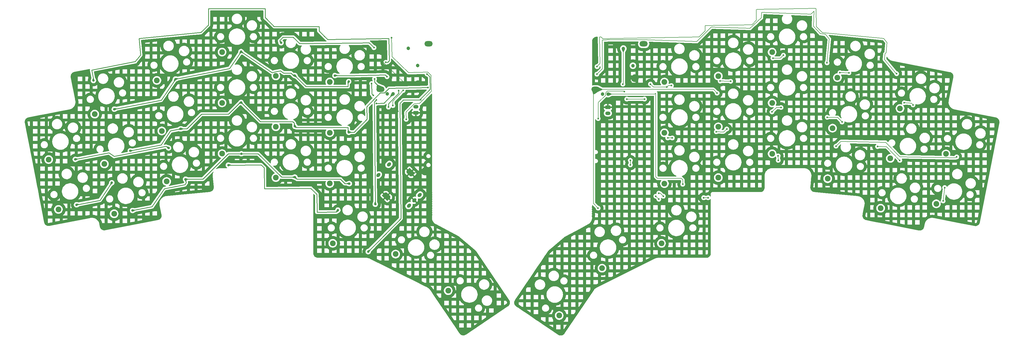
<source format=gbr>
%TF.GenerationSoftware,KiCad,Pcbnew,9.0.6*%
%TF.CreationDate,2025-12-31T17:57:57+01:00*%
%TF.ProjectId,right,72696768-742e-46b6-9963-61645f706362,v1.0.0*%
%TF.SameCoordinates,Original*%
%TF.FileFunction,Copper,L1,Top*%
%TF.FilePolarity,Positive*%
%FSLAX46Y46*%
G04 Gerber Fmt 4.6, Leading zero omitted, Abs format (unit mm)*
G04 Created by KiCad (PCBNEW 9.0.6) date 2025-12-31 17:57:57*
%MOMM*%
%LPD*%
G01*
G04 APERTURE LIST*
G04 Aperture macros list*
%AMRoundRect*
0 Rectangle with rounded corners*
0 $1 Rounding radius*
0 $2 $3 $4 $5 $6 $7 $8 $9 X,Y pos of 4 corners*
0 Add a 4 corners polygon primitive as box body*
4,1,4,$2,$3,$4,$5,$6,$7,$8,$9,$2,$3,0*
0 Add four circle primitives for the rounded corners*
1,1,$1+$1,$2,$3*
1,1,$1+$1,$4,$5*
1,1,$1+$1,$6,$7*
1,1,$1+$1,$8,$9*
0 Add four rect primitives between the rounded corners*
20,1,$1+$1,$2,$3,$4,$5,0*
20,1,$1+$1,$4,$5,$6,$7,0*
20,1,$1+$1,$6,$7,$8,$9,0*
20,1,$1+$1,$8,$9,$2,$3,0*%
%AMHorizOval*
0 Thick line with rounded ends*
0 $1 width*
0 $2 $3 position (X,Y) of the first rounded end (center of the circle)*
0 $4 $5 position (X,Y) of the second rounded end (center of the circle)*
0 Add line between two ends*
20,1,$1,$2,$3,$4,$5,0*
0 Add two circle primitives to create the rounded ends*
1,1,$1,$2,$3*
1,1,$1,$4,$5*%
%AMOutline5P*
0 Free polygon, 5 corners , with rotation*
0 The origin of the aperture is its center*
0 number of corners: always 5*
0 $1 to $10 corner X, Y*
0 $11 Rotation angle, in degrees counterclockwise*
0 create outline with 5 corners*
4,1,5,$1,$2,$3,$4,$5,$6,$7,$8,$9,$10,$1,$2,$11*%
%AMOutline6P*
0 Free polygon, 6 corners , with rotation*
0 The origin of the aperture is its center*
0 number of corners: always 6*
0 $1 to $12 corner X, Y*
0 $13 Rotation angle, in degrees counterclockwise*
0 create outline with 6 corners*
4,1,6,$1,$2,$3,$4,$5,$6,$7,$8,$9,$10,$11,$12,$1,$2,$13*%
%AMOutline7P*
0 Free polygon, 7 corners , with rotation*
0 The origin of the aperture is its center*
0 number of corners: always 7*
0 $1 to $14 corner X, Y*
0 $15 Rotation angle, in degrees counterclockwise*
0 create outline with 7 corners*
4,1,7,$1,$2,$3,$4,$5,$6,$7,$8,$9,$10,$11,$12,$13,$14,$1,$2,$15*%
%AMOutline8P*
0 Free polygon, 8 corners , with rotation*
0 The origin of the aperture is its center*
0 number of corners: always 8*
0 $1 to $16 corner X, Y*
0 $17 Rotation angle, in degrees counterclockwise*
0 create outline with 8 corners*
4,1,8,$1,$2,$3,$4,$5,$6,$7,$8,$9,$10,$11,$12,$13,$14,$15,$16,$1,$2,$17*%
G04 Aperture macros list end*
%TA.AperFunction,ComponentPad*%
%ADD10C,1.900000*%
%TD*%
%TA.AperFunction,ComponentPad*%
%ADD11Outline6P,-1.300000X0.540000X-0.940000X0.900000X0.940000X0.900000X1.300000X0.540000X1.300000X-0.900000X-1.300000X-0.900000X315.000000*%
%TD*%
%TA.AperFunction,ComponentPad*%
%ADD12Outline6P,-1.300000X0.900000X1.300000X0.900000X1.300000X-0.540000X0.940000X-0.900000X-0.940000X-0.900000X-1.300000X-0.540000X315.000000*%
%TD*%
%TA.AperFunction,ComponentPad*%
%ADD13HorizOval,1.100000X0.176777X0.176777X-0.176777X-0.176777X0*%
%TD*%
%TA.AperFunction,ComponentPad*%
%ADD14O,2.750000X1.800000*%
%TD*%
%TA.AperFunction,ComponentPad*%
%ADD15C,1.200000*%
%TD*%
%TA.AperFunction,ComponentPad*%
%ADD16RoundRect,0.240000X-0.635000X0.360000X-0.635000X-0.360000X0.635000X-0.360000X0.635000X0.360000X0*%
%TD*%
%TA.AperFunction,ComponentPad*%
%ADD17O,1.750000X1.200000*%
%TD*%
%TA.AperFunction,ComponentPad*%
%ADD18RoundRect,0.240000X0.635000X-0.360000X0.635000X0.360000X-0.635000X0.360000X-0.635000X-0.360000X0*%
%TD*%
%TA.AperFunction,ViaPad*%
%ADD19C,0.600000*%
%TD*%
%TA.AperFunction,ViaPad*%
%ADD20C,0.800000*%
%TD*%
%TA.AperFunction,Conductor*%
%ADD21C,0.200000*%
%TD*%
%TA.AperFunction,Conductor*%
%ADD22C,0.250000*%
%TD*%
G04 APERTURE END LIST*
D10*
%TO.P,S3,*%
%TO.N,*%
X79224687Y-114030560D03*
%TD*%
%TO.P,S17,*%
%TO.N,*%
X179805284Y-160890892D03*
%TD*%
%TO.P,S8,*%
%TO.N,*%
X121787929Y-110271320D03*
%TD*%
%TO.P,S2,*%
%TO.N,*%
X82468438Y-130718229D03*
%TD*%
%TO.P,S6,*%
%TO.N,*%
X100007876Y-102748887D03*
%TD*%
%TO.P,S15,*%
%TO.N,*%
X157787942Y-103271317D03*
%TD*%
%TO.P,S16,*%
%TO.N,*%
X158787922Y-157271320D03*
%TD*%
%TO.P,S18,*%
%TO.N,*%
X197391672Y-173144838D03*
%TD*%
%TO.P,S9,*%
%TO.N,*%
X121787927Y-93271306D03*
%TD*%
%TO.P,S11,*%
%TO.N,*%
X139787927Y-118271311D03*
%TD*%
%TO.P,S7,*%
%TO.N,*%
X121787927Y-127271311D03*
%TD*%
%TO.P,S4,*%
%TO.N,*%
X103266631Y-136592351D03*
%TD*%
%TO.P,S19,*%
%TO.N,*%
X67088859Y-145932318D03*
%TD*%
D11*
%TO.P,RE1,*%
%TO.N,GND*%
X176799957Y-141539290D03*
D12*
X184719555Y-133619694D03*
D13*
%TO.P,RE1,A*%
%TO.N,RE_C*%
X187830821Y-141115027D03*
%TO.P,RE1,B*%
%TO.N,GND*%
X186063054Y-142882793D03*
%TO.P,RE1,C*%
%TO.N,RE_A*%
X184295288Y-144650561D03*
%TO.P,RE1,S1*%
%TO.N,P10*%
X174042248Y-134397509D03*
%TO.P,RE1,S2*%
X177577774Y-130861975D03*
%TD*%
D14*
%TO.P,U?,*%
%TO.N,P3*%
X174704063Y-105699491D03*
D15*
%TO.N,P4*%
X177044761Y-107286983D03*
%TO.N,P5*%
X178949764Y-107286987D03*
D14*
%TO.N,P12*%
X190815463Y-90459481D03*
D15*
%TO.P,U?,18*%
%TO.N,RST*%
X184029763Y-92046986D03*
%TO.P,U?,BAT_P*%
%TO.N,BAT_P*%
X187204762Y-97761986D03*
%TD*%
D10*
%TO.P,S5,*%
%TO.N,*%
X101637258Y-119670620D03*
%TD*%
D16*
%TO.P,JST1,1*%
%TO.N,GND*%
X186584750Y-113579485D03*
D17*
%TO.P,JST1,2*%
%TO.N,RAW*%
X186584742Y-111579481D03*
%TD*%
D10*
%TO.P,S14,*%
%TO.N,*%
X157787921Y-120271312D03*
%TD*%
%TO.P,S10,*%
%TO.N,*%
X139787932Y-135271320D03*
%TD*%
%TO.P,S1,*%
%TO.N,*%
X85712183Y-147405882D03*
%TD*%
%TO.P,S12,*%
%TO.N,*%
X139787935Y-101271311D03*
%TD*%
%TO.P,S13,*%
%TO.N,*%
X157787933Y-137271319D03*
%TD*%
%TO.P,S20,*%
%TO.N,*%
X63845106Y-129244647D03*
%TD*%
D14*
%TO.P,U?,*%
%TO.N,P3*%
X246622637Y-105767979D03*
D15*
%TO.N,P4*%
X248963335Y-107355471D03*
%TO.N,P5*%
X250868338Y-107355475D03*
D14*
%TO.N,P12*%
X262734037Y-90527969D03*
D15*
%TO.P,U?,18*%
%TO.N,RST*%
X255948337Y-92115474D03*
%TO.P,U?,BAT_P*%
%TO.N,BAT_P*%
X259123336Y-97830474D03*
%TD*%
D10*
%TO.P,S39,*%
%TO.N,*%
X360561144Y-144050881D03*
%TD*%
%TO.P,S35,*%
%TO.N,*%
X269678340Y-103297974D03*
%TD*%
%TO.P,S23,*%
%TO.N,*%
X348425314Y-112149131D03*
%TD*%
%TO.P,S26,*%
%TO.N,*%
X327504433Y-101817084D03*
%TD*%
%TO.P,S40,*%
%TO.N,*%
X363804891Y-127363223D03*
%TD*%
%TO.P,S33,*%
%TO.N,*%
X269678340Y-137297979D03*
%TD*%
%TO.P,S28,*%
%TO.N,*%
X305678343Y-110297973D03*
%TD*%
%TO.P,S34,*%
%TO.N,*%
X269678342Y-120297972D03*
%TD*%
%TO.P,S36,*%
%TO.N,*%
X268678341Y-157297976D03*
%TD*%
%TO.P,S37,*%
%TO.N,*%
X248831498Y-165612270D03*
%TD*%
%TO.P,S32,*%
%TO.N,*%
X287678339Y-101297977D03*
%TD*%
%TO.P,S31,*%
%TO.N,*%
X287678338Y-118297971D03*
%TD*%
%TO.P,S24,*%
%TO.N,*%
X324245677Y-135660550D03*
%TD*%
%TO.P,S22,*%
%TO.N,*%
X345181555Y-128836791D03*
%TD*%
D18*
%TO.P,JST1,1*%
%TO.N,GND*%
X250771053Y-111736989D03*
D17*
%TO.P,JST1,2*%
%TO.N,RAW*%
X250771057Y-113736987D03*
%TD*%
D10*
%TO.P,S30,*%
%TO.N,*%
X287678340Y-135297973D03*
%TD*%
%TO.P,S38,*%
%TO.N,*%
X234482658Y-181461862D03*
%TD*%
%TO.P,S29,*%
%TO.N,*%
X305678335Y-93297984D03*
%TD*%
%TO.P,S21,*%
%TO.N,*%
X341937811Y-145524461D03*
%TD*%
%TO.P,S25,*%
%TO.N,*%
X325875060Y-118738815D03*
%TD*%
%TO.P,S27,*%
%TO.N,*%
X305678333Y-127297969D03*
%TD*%
D19*
%TO.N,P7*%
X265000000Y-104000000D03*
X270500000Y-105000000D03*
X272003337Y-104500000D03*
%TO.N,P4*%
X257094233Y-109000000D03*
X263000000Y-109000000D03*
%TO.N,P3*%
X247500000Y-145500000D03*
D20*
%TO.N,P5*%
X91861405Y-146309404D03*
X164361411Y-137309402D03*
%TO.N,P6*%
X128137920Y-110121313D03*
D19*
%TO.N,BAT_P*%
X180830070Y-106138708D03*
D20*
%TO.N,P7*%
X85755337Y-112396537D03*
D19*
%TO.N,P5*%
X173341339Y-110451805D03*
%TO.N,P10*%
X183361407Y-115809407D03*
D20*
%TO.N,P7*%
X128137924Y-93121316D03*
%TO.N,P6*%
X146137924Y-118121314D03*
%TO.N,P7*%
X106206292Y-102308979D03*
D19*
%TO.N,P10*%
X178498779Y-88421314D03*
D20*
%TO.N,P7*%
X164137935Y-103121313D03*
D19*
%TO.N,BAT_P*%
X177426594Y-111698953D03*
%TO.N,P6*%
X190678017Y-105173490D03*
D20*
X91117646Y-126327122D03*
X108023694Y-118966054D03*
%TO.N,P7*%
X146137933Y-101121311D03*
%TO.N,P6*%
X164137927Y-120121316D03*
D19*
%TO.N,RST*%
X182329845Y-106112530D03*
X178917638Y-111172849D03*
%TO.N,P2*%
X172357543Y-107786822D03*
X173383574Y-109269142D03*
D20*
X123894818Y-131120669D03*
D19*
X171787812Y-103796158D03*
D20*
%TO.N,GND*%
X189674759Y-133229484D03*
%TO.N,P1*%
X103919801Y-125378120D03*
X72720639Y-129192258D03*
%TO.N,GND*%
X189674759Y-133229484D03*
D19*
X187294174Y-104025570D03*
X181382353Y-109129524D03*
X191468091Y-113954241D03*
X175179064Y-92999504D03*
X180615076Y-113140587D03*
D20*
%TO.N,P0*%
X84935813Y-137005041D03*
X73128701Y-144393688D03*
D19*
X176539124Y-96712157D03*
D20*
X78800016Y-102805367D03*
%TO.N,P5*%
X128219364Y-127309399D03*
X146137929Y-135121320D03*
%TO.N,P8*%
X170649312Y-160079496D03*
D19*
X190340466Y-100619483D03*
D20*
%TO.N,P5*%
X109573014Y-135834420D03*
D19*
%TO.N,P3*%
X172578230Y-91780532D03*
D20*
%TO.N,P2*%
X173010823Y-144198772D03*
%TO.N,P3*%
X141512935Y-90171308D03*
%TO.N,P4*%
X159512931Y-101135573D03*
D19*
%TO.N,P3*%
X172761480Y-102278939D03*
D20*
%TO.N,P2*%
X160512930Y-146171319D03*
D19*
%TO.N,P4*%
X176943937Y-101510599D03*
%TO.N,P0*%
X247160322Y-98146881D03*
X347294233Y-100516585D03*
%TO.N,GND*%
X257694233Y-104016585D03*
X259796500Y-102016545D03*
%TO.N,P1*%
X367365960Y-128360222D03*
X327026625Y-124776988D03*
X247097638Y-100687971D03*
X324037520Y-96869068D03*
%TO.N,P2*%
X258294233Y-129516585D03*
X267795197Y-142517549D03*
X307690657Y-128006331D03*
X307716835Y-129506105D03*
X258294233Y-131016585D03*
X266794233Y-141516585D03*
%TO.N,P3*%
X287294233Y-107016585D03*
%TO.N,P8*%
X363340700Y-138633616D03*
X362831282Y-143104696D03*
X284303349Y-142016585D03*
X267794233Y-140516585D03*
X282794233Y-142016585D03*
X269294233Y-141516585D03*
%TO.N,P5*%
X275794233Y-137516585D03*
%TO.N,P6*%
X290517306Y-119017606D03*
X272294233Y-122016585D03*
X287000381Y-119956361D03*
X287000381Y-119956361D03*
X348342676Y-129528396D03*
X308645456Y-111832892D03*
X270794233Y-122016585D03*
X324090747Y-115102941D03*
X329063796Y-116689977D03*
X305619736Y-113280301D03*
X340922347Y-124898185D03*
X287000381Y-119956361D03*
%TO.N,P7*%
X309450798Y-94344273D03*
X352779633Y-110953530D03*
X288296929Y-102976406D03*
X349828113Y-110219696D03*
X305933885Y-95283042D03*
X291796391Y-103037489D03*
X328351907Y-100175040D03*
X331351456Y-100227392D03*
%TO.N,RST*%
X247528339Y-115522975D03*
X255794233Y-104016585D03*
X256294233Y-106516585D03*
%TD*%
D21*
%TO.N,P1*%
X280508266Y-89737327D02*
X280286867Y-89737327D01*
X285335027Y-84910566D02*
X280508266Y-89737327D01*
%TO.N,P0*%
X283265471Y-86188851D02*
X281232501Y-88221821D01*
X283265471Y-84425890D02*
X283265471Y-86188851D01*
X283265471Y-84425890D02*
X298924053Y-84152570D01*
%TO.N,P7*%
X266000000Y-105000000D02*
X265000000Y-104000000D01*
X270500000Y-105000000D02*
X266000000Y-105000000D01*
X272003337Y-104500000D02*
X271000000Y-104500000D01*
X271000000Y-104500000D02*
X270500000Y-105000000D01*
%TO.N,P4*%
X257094233Y-109000000D02*
X263000000Y-109000000D01*
%TO.N,P3*%
X245945051Y-106920565D02*
X247097637Y-105767979D01*
X247500000Y-145500000D02*
X245945051Y-143945051D01*
X245945051Y-143945051D02*
X245945051Y-106920565D01*
D22*
%TO.N,P4*%
X164338160Y-101135572D02*
X176338671Y-100926102D01*
%TO.N,P3*%
X172780762Y-103383478D02*
X175179063Y-105699496D01*
X142169689Y-88318085D02*
X141032064Y-89475742D01*
X145548598Y-88288601D02*
X142169689Y-88318085D01*
%TO.N,P4*%
X176338671Y-100926102D02*
X176943937Y-101510599D01*
X159512931Y-101135573D02*
X164338160Y-101135572D01*
%TO.N,P2*%
X171848896Y-107295624D02*
X171787812Y-103796158D01*
X173010823Y-144198772D02*
X172712063Y-109965343D01*
X153533375Y-146868841D02*
X160033126Y-146812120D01*
X134888190Y-131024739D02*
X135903142Y-132022127D01*
X135903142Y-132022127D02*
X135964225Y-139021859D01*
X153481017Y-140869069D02*
X153533375Y-146868841D01*
X151463647Y-138886598D02*
X153481017Y-140869069D01*
X172712063Y-109965343D02*
X172712052Y-109964522D01*
%TO.N,P3*%
X174704373Y-106182534D02*
X175179064Y-105699495D01*
X141032064Y-89475742D02*
X141510967Y-89946378D01*
%TO.N,P2*%
X135964225Y-139021859D02*
X151463647Y-138886598D01*
X160527680Y-146185817D02*
X160512930Y-146171319D01*
X172712052Y-109964522D02*
X173383574Y-109269142D01*
%TO.N,P3*%
X141510967Y-89946378D02*
X141512935Y-90171308D01*
X170927045Y-90186002D02*
X172578230Y-91780532D01*
X166549204Y-90262420D02*
X147724344Y-90426704D01*
X172761480Y-102278939D02*
X172780762Y-103383478D01*
X147724344Y-90426704D02*
X145548598Y-88288601D01*
X166549204Y-90262420D02*
X170927045Y-90186002D01*
%TO.N,P2*%
X172357543Y-107786822D02*
X171848896Y-107295624D01*
X123894818Y-131120669D02*
X134888190Y-131024739D01*
X160528748Y-146307776D02*
X160527680Y-146185817D01*
%TO.N,P1*%
X103088527Y-124817421D02*
X103919801Y-125378120D01*
%TO.N,P2*%
X160033126Y-146812120D02*
X160528748Y-146307776D01*
%TO.N,P1*%
X72720639Y-129192258D02*
X84009342Y-126997962D01*
%TO.N,P5*%
X91861405Y-146309404D02*
X98405568Y-145037350D01*
X109799067Y-136997378D02*
X109573014Y-135834420D01*
X109598035Y-135809401D02*
X109573014Y-135834420D01*
X115361414Y-135809403D02*
X109598035Y-135809401D01*
X123861413Y-127309398D02*
X115361414Y-135809403D01*
X162861411Y-137309403D02*
X161361409Y-135809398D01*
X161361409Y-135809398D02*
X146826011Y-135809401D01*
%TO.N,P6*%
X127936319Y-110052159D02*
X128068765Y-110052152D01*
X104588001Y-119633880D02*
X108023694Y-118966054D01*
X165954261Y-120105466D02*
X170262201Y-115721673D01*
%TO.N,P7*%
X163861407Y-103397837D02*
X164137935Y-103121313D01*
X140344844Y-99747979D02*
X141326471Y-99557174D01*
%TO.N,P6*%
X163936322Y-118552158D02*
X163936317Y-120052167D01*
X170189537Y-111558740D02*
X174646273Y-106943656D01*
X177577627Y-105402158D02*
X190678017Y-105173490D01*
%TO.N,P5*%
X133861413Y-127309395D02*
X123861413Y-127309398D01*
%TO.N,P7*%
X146137933Y-101121311D02*
X149826017Y-104809399D01*
%TO.N,P6*%
X114936315Y-114052162D02*
X123936320Y-114052155D01*
%TO.N,P7*%
X128137924Y-93121316D02*
X138495350Y-100107483D01*
X142393760Y-100277054D02*
X144829084Y-100277067D01*
%TO.N,P5*%
X173341339Y-110451805D02*
X175937294Y-110406496D01*
%TO.N,P6*%
X146137924Y-118121314D02*
X146568766Y-118552165D01*
X145436320Y-116552152D02*
X145936307Y-117052155D01*
X164068774Y-120052152D02*
X164137927Y-120121316D01*
X146568766Y-118552165D02*
X163936322Y-118552158D01*
%TO.N,P7*%
X124315026Y-98788996D02*
X128137924Y-93121316D01*
X145949836Y-101309403D02*
X146137933Y-101121311D01*
%TO.N,P6*%
X91117646Y-126327122D02*
X101424723Y-124323625D01*
X174646273Y-106943656D02*
X176113751Y-106918042D01*
X123936320Y-114052155D02*
X127936319Y-110052159D01*
X176113751Y-106918042D02*
X177577627Y-105402158D01*
X145936315Y-118052159D02*
X146068764Y-118052155D01*
X128068765Y-110052152D02*
X128137920Y-110121313D01*
X170262201Y-115721673D02*
X170189537Y-111558740D01*
%TO.N,P5*%
X109348630Y-137665178D02*
X109799067Y-136997378D01*
X98405568Y-145037350D02*
X102477239Y-139000839D01*
%TO.N,P6*%
X134568768Y-116552163D02*
X145436320Y-116552152D01*
X163936317Y-120052167D02*
X164068774Y-120052152D01*
%TO.N,P5*%
X146137929Y-135121320D02*
X141673323Y-135121312D01*
%TO.N,P6*%
X101424723Y-124323625D02*
X104588001Y-119633880D01*
%TO.N,P5*%
X141673323Y-135121312D02*
X133861413Y-127309395D01*
%TO.N,P6*%
X145936307Y-117052155D02*
X145936315Y-118052159D01*
%TO.N,P5*%
X146826011Y-135809401D02*
X146137929Y-135121320D01*
%TO.N,P6*%
X128137920Y-110121313D02*
X134568768Y-116552163D01*
%TO.N,P5*%
X102477239Y-139000839D02*
X109348630Y-137665178D01*
%TO.N,P6*%
X164137927Y-120121316D02*
X165954261Y-120105466D01*
%TO.N,P5*%
X175937294Y-110406496D02*
X178949764Y-107286990D01*
%TO.N,P6*%
X110022419Y-118966054D02*
X114936315Y-114052162D01*
%TO.N,P7*%
X144829084Y-100277067D02*
X145861417Y-101309400D01*
%TO.N,P6*%
X146068764Y-118052155D02*
X146137924Y-118121314D01*
X108023694Y-118966054D02*
X110022419Y-118966054D01*
%TO.N,P5*%
X164361411Y-137309402D02*
X162861411Y-137309403D01*
%TO.N,P0*%
X78221967Y-99291004D02*
X78881590Y-102684403D01*
X114705910Y-86699477D02*
X94085692Y-88684975D01*
X154205900Y-84699476D02*
X139205914Y-84699479D01*
X94542428Y-94245081D02*
X93267056Y-95792242D01*
X93203301Y-95869556D02*
X92807890Y-96455784D01*
X177525112Y-88693728D02*
X177656004Y-96192586D01*
X117205909Y-84199485D02*
X114705910Y-86699477D01*
X157092850Y-89050376D02*
X177525112Y-88693728D01*
X139205914Y-84699479D02*
X136705912Y-82199478D01*
X156042681Y-88036238D02*
X154205903Y-86199482D01*
X117205920Y-78699477D02*
X117205909Y-84199485D01*
X93203301Y-95869556D02*
X93193091Y-95881949D01*
X136205908Y-78699473D02*
X117205920Y-78699477D01*
X177656004Y-96192586D02*
X177164805Y-96701237D01*
X154205903Y-86199482D02*
X154205900Y-84699476D01*
X156042681Y-88036238D02*
X157092850Y-89050376D01*
X156252756Y-88246313D02*
X156042681Y-88036238D01*
X73128701Y-144393688D02*
X80981721Y-142867216D01*
X177164805Y-96701237D02*
X176539124Y-96712157D01*
X94015272Y-88770409D02*
X94542428Y-94245081D01*
D21*
%TO.N,P10*%
X184122194Y-100126931D02*
X190578880Y-100014230D01*
X186057627Y-110534343D02*
X183318838Y-113370442D01*
X191658318Y-101056631D02*
X191751869Y-106416069D01*
X178498779Y-88421314D02*
X178610194Y-94804054D01*
X178610194Y-94804054D02*
X184122194Y-100126931D01*
X191751869Y-106416069D02*
X187804334Y-110503857D01*
X190578880Y-100014230D02*
X191658318Y-101056631D01*
X187804334Y-110503857D02*
X186057627Y-110534343D01*
X183318838Y-113370442D02*
X183361407Y-115809407D01*
D22*
X174042248Y-134397511D02*
X174081789Y-134391243D01*
%TO.N,P7*%
X141326471Y-99557174D02*
X142393760Y-100277054D01*
X101461369Y-109343603D02*
X106206292Y-102308979D01*
D21*
%TO.N,RST*%
X178917638Y-111172849D02*
X178891459Y-109673079D01*
D22*
%TO.N,P7*%
X145861417Y-101309400D02*
X145949836Y-101309403D01*
X149826017Y-104809399D02*
X163861411Y-104809398D01*
%TO.N,BAT_P*%
X180845737Y-107036114D02*
X180830070Y-106138708D01*
%TO.N,P7*%
X85755337Y-112396537D02*
X101461369Y-109343603D01*
D21*
%TO.N,RST*%
X178891459Y-109673079D02*
X182329845Y-106112530D01*
D22*
%TO.N,BAT_P*%
X177407355Y-110596666D02*
X180845737Y-107036114D01*
%TO.N,P7*%
X138495350Y-100107483D02*
X140344844Y-99747979D01*
%TO.N,BAT_P*%
X177426594Y-111698953D02*
X177407355Y-110596666D01*
%TO.N,P7*%
X142393760Y-100277054D02*
X142498910Y-100347988D01*
X106206292Y-102308979D02*
X124315026Y-98788996D01*
X163861411Y-104809398D02*
X163861407Y-103397837D01*
%TO.N,P0*%
X78881590Y-102684403D02*
X78800016Y-102805367D01*
X92807890Y-96455784D02*
X78221967Y-99291004D01*
X94085692Y-88684975D02*
X94015272Y-88770409D01*
X136705912Y-82199478D02*
X136205912Y-81699479D01*
X93253714Y-95794823D02*
X93203301Y-95869556D01*
X93267056Y-95792242D02*
X93253714Y-95794823D01*
D21*
%TO.N,GND*%
X191468091Y-113954241D02*
X191000216Y-113502415D01*
D22*
%TO.N,P0*%
X136205912Y-81699479D02*
X136205908Y-78699473D01*
D21*
%TO.N,GND*%
X175179064Y-92999504D02*
X175236496Y-96289713D01*
D22*
X189330846Y-133579453D02*
X189674759Y-133229484D01*
D21*
X175236496Y-96289713D02*
X183319057Y-104094956D01*
X191000216Y-113502415D02*
X186584753Y-113579486D01*
X181382353Y-109129524D02*
X180559930Y-109981168D01*
X183319057Y-104094956D02*
X187294174Y-104025570D01*
X180559930Y-109981168D02*
X180615076Y-113140587D01*
D22*
%TO.N,P1*%
X85767992Y-128184188D02*
X103088527Y-124817421D01*
X84009342Y-126997962D02*
X85767992Y-128184188D01*
%TO.N,GND*%
X184719555Y-133619698D02*
X189330846Y-133579453D01*
%TO.N,P8*%
X181216524Y-110438655D02*
X181552905Y-148983924D01*
X182361404Y-109309395D02*
X182325925Y-109309711D01*
X187886484Y-109309402D02*
X182361404Y-109309395D01*
X191314347Y-105759744D02*
X191239782Y-101487946D01*
X182325925Y-109309711D02*
X181216524Y-110438655D01*
X181552905Y-148983924D02*
X170649312Y-160079496D01*
X191239782Y-101487946D02*
X190340466Y-100619483D01*
X187886484Y-109309402D02*
X191314347Y-105759744D01*
X188361408Y-109309403D02*
X187886484Y-109309402D01*
%TO.N,P0*%
X80981721Y-142867216D02*
X84935813Y-137005041D01*
D21*
X343793063Y-93279434D02*
X343782267Y-93288997D01*
X247987765Y-88252524D02*
X247991189Y-88248977D01*
X300379637Y-79138799D02*
X300502746Y-79011308D01*
X300339309Y-79289314D02*
X300379637Y-79138799D01*
X300502746Y-79011308D02*
X320218469Y-78667170D01*
X248484018Y-88248976D02*
X249037829Y-88783784D01*
X249037829Y-88783784D02*
X281232501Y-88221821D01*
X343782267Y-93288997D02*
X343765541Y-93565247D01*
X347285561Y-100525257D02*
X347294233Y-100516585D01*
X247991189Y-88248977D02*
X248484018Y-88248976D01*
X298924053Y-84152570D02*
X300397564Y-82626702D01*
X343415754Y-93853591D02*
X343237583Y-95703950D01*
X344101002Y-90081360D02*
X343793063Y-93279434D01*
X300397564Y-82626702D02*
X300339309Y-79289314D01*
X343237583Y-95703950D02*
X347285561Y-100614536D01*
X248142715Y-97129579D02*
X247987765Y-88252524D01*
X320333435Y-78778186D02*
X320438147Y-84777275D01*
X247160322Y-98146881D02*
X248142715Y-97129579D01*
X347285561Y-100614536D02*
X347285561Y-100525257D01*
X320218469Y-78667170D02*
X320333435Y-78778186D01*
X342975714Y-88716273D02*
X344101002Y-90081360D01*
X320438147Y-84777275D02*
X322472747Y-86742063D01*
X322472747Y-86742063D02*
X342975714Y-88716273D01*
X343765541Y-93565247D02*
X343415754Y-93853591D01*
%TO.N,GND*%
X257694233Y-104016585D02*
X259694273Y-102016545D01*
X259694273Y-102016545D02*
X259796500Y-102016545D01*
%TO.N,P1*%
X343659135Y-123473026D02*
X328648244Y-123211012D01*
X262797528Y-89126587D02*
X262785249Y-89138866D01*
X318630162Y-80569904D02*
X302140214Y-79994063D01*
X248878752Y-89187622D02*
X248878752Y-98906857D01*
X367365960Y-128360222D02*
X367044185Y-128670952D01*
X298228294Y-85360808D02*
X285335027Y-84910566D01*
X324804286Y-88905897D02*
X323454960Y-87269034D01*
X248878752Y-98906857D02*
X247097638Y-100687971D01*
X319664453Y-79605413D02*
X318630162Y-80569904D01*
X319489661Y-84610807D02*
X319664453Y-79605413D01*
X324037520Y-96869068D02*
X324804286Y-88905897D01*
X302078171Y-81770740D02*
X298228294Y-85360808D01*
X321821860Y-87111784D02*
X319489661Y-84610807D01*
X367044185Y-128670952D02*
X348363836Y-128344889D01*
X302140214Y-79994063D02*
X302078171Y-81770740D01*
X280286867Y-89737327D02*
X262797528Y-89126587D01*
X323454960Y-87269034D02*
X321821860Y-87111784D01*
X348363836Y-128344889D02*
X343659135Y-123473026D01*
X251671952Y-89138866D02*
X248878752Y-89187622D01*
X262785249Y-89138866D02*
X251671952Y-89138866D01*
X328648244Y-123211012D02*
X327026625Y-124776988D01*
%TO.N,P2*%
X267795197Y-142517549D02*
X266794233Y-141516585D01*
X307690657Y-128006331D02*
X307716835Y-129506105D01*
X258294233Y-129516585D02*
X258294233Y-131016585D01*
%TO.N,P3*%
X286045627Y-105767979D02*
X287294233Y-107016585D01*
X247097637Y-105767979D02*
X286045627Y-105767979D01*
%TO.N,P8*%
X282794233Y-142016585D02*
X284303349Y-142016585D01*
X268294233Y-140516585D02*
X269294233Y-141516585D01*
X267794233Y-140516585D02*
X268294233Y-140516585D01*
X363340700Y-138633616D02*
X362831282Y-143104696D01*
%TO.N,P5*%
X275794233Y-136016585D02*
X275294233Y-135516585D01*
X267294233Y-135516585D02*
X266794233Y-135016585D01*
X275294233Y-135516585D02*
X267294233Y-135516585D01*
X266794233Y-107016585D02*
X266455343Y-107355475D01*
X275794233Y-137516585D02*
X275794233Y-136016585D01*
X266455343Y-107355475D02*
X250868338Y-107355475D01*
X266794233Y-135016585D02*
X266794233Y-107016585D01*
%TO.N,P6*%
X325090585Y-115120391D02*
X324090747Y-115102941D01*
X307145685Y-111806709D02*
X305619736Y-113280301D01*
X329063796Y-116689977D02*
X327590201Y-115164027D01*
X290517306Y-119017606D02*
X289500000Y-120000000D01*
X348342676Y-129528396D02*
X343921894Y-124950545D01*
X270794233Y-122016585D02*
X272294233Y-122016585D01*
X308645456Y-111832892D02*
X307145685Y-111806709D01*
X343921894Y-124950545D02*
X340922347Y-124898185D01*
X327590201Y-115164027D02*
X325090585Y-115120391D01*
X289500000Y-120000000D02*
X287000381Y-119956361D01*
%TO.N,P7*%
X305933885Y-95283042D02*
X308433494Y-95326670D01*
X308433494Y-95326670D02*
X309450798Y-94344273D01*
X290796548Y-103020043D02*
X291796391Y-103037489D01*
X328351907Y-100175040D02*
X331351456Y-100227392D01*
X349828113Y-110219696D02*
X352320410Y-110415851D01*
X288296929Y-102976406D02*
X290796548Y-103020043D01*
X352320410Y-110415851D02*
X352779633Y-110953530D01*
%TO.N,RST*%
X255948337Y-103862481D02*
X255948337Y-92115474D01*
X255794233Y-104016585D02*
X255948337Y-103862481D01*
X247528339Y-110167681D02*
X249967338Y-107728682D01*
X247528339Y-115522975D02*
X247528339Y-110167681D01*
X256145627Y-106367979D02*
X256294233Y-106516585D01*
X250581627Y-106367979D02*
X256145627Y-106367979D01*
X249967338Y-106982268D02*
X250581627Y-106367979D01*
X249967338Y-107728682D02*
X249967338Y-106982268D01*
%TD*%
%TA.AperFunction,Conductor*%
%TO.N,GND*%
G36*
X309263998Y-80843696D02*
G01*
X309330309Y-80865708D01*
X309374193Y-80920076D01*
X309381717Y-80989540D01*
X309358046Y-81043104D01*
X309292685Y-81128285D01*
X309219723Y-81223370D01*
X309104991Y-81422092D01*
X309104984Y-81422106D01*
X309017176Y-81634095D01*
X308957787Y-81855742D01*
X308957785Y-81855753D01*
X308927834Y-82083241D01*
X308927834Y-82312724D01*
X308947952Y-82465525D01*
X308957786Y-82540221D01*
X309010465Y-82736825D01*
X309017176Y-82761870D01*
X309104984Y-82973859D01*
X309104991Y-82973873D01*
X309219726Y-83172600D01*
X309359415Y-83354644D01*
X309359423Y-83354653D01*
X309521664Y-83516894D01*
X309521672Y-83516901D01*
X309703716Y-83656590D01*
X309703719Y-83656591D01*
X309703722Y-83656594D01*
X309902446Y-83771327D01*
X309902451Y-83771329D01*
X309902457Y-83771332D01*
X309930460Y-83782931D01*
X310114447Y-83859141D01*
X310336096Y-83918531D01*
X310563600Y-83948483D01*
X310563607Y-83948483D01*
X310793061Y-83948483D01*
X310793068Y-83948483D01*
X311020572Y-83918531D01*
X311242221Y-83859141D01*
X311454222Y-83771327D01*
X311652946Y-83656594D01*
X311834995Y-83516902D01*
X311834999Y-83516897D01*
X311835004Y-83516894D01*
X311997245Y-83354653D01*
X311997248Y-83354648D01*
X311997253Y-83354644D01*
X312136945Y-83172595D01*
X312251678Y-82973871D01*
X312339492Y-82761870D01*
X312398882Y-82540221D01*
X312428834Y-82312717D01*
X312428834Y-82083249D01*
X312398882Y-81855745D01*
X312339492Y-81634096D01*
X312251678Y-81422095D01*
X312136945Y-81223371D01*
X312136942Y-81223368D01*
X312136941Y-81223365D01*
X312076744Y-81144916D01*
X312051549Y-81079747D01*
X312065587Y-81011302D01*
X312114401Y-80961312D01*
X312179444Y-80945505D01*
X318519455Y-81166903D01*
X318519477Y-81166906D01*
X318688210Y-81172798D01*
X318688210Y-81172797D01*
X318688214Y-81172798D01*
X318842276Y-81137229D01*
X318842279Y-81137227D01*
X318850194Y-81135400D01*
X318850739Y-81137762D01*
X318908151Y-81133599D01*
X318969508Y-81167022D01*
X319003054Y-81228312D01*
X319005838Y-81259119D01*
X318892462Y-84505784D01*
X318892459Y-84505827D01*
X318886766Y-84668855D01*
X318886767Y-84668859D01*
X318922336Y-84822922D01*
X318945667Y-84866801D01*
X318996566Y-84962529D01*
X318996567Y-84962531D01*
X319035582Y-85004368D01*
X319049031Y-85018790D01*
X321353564Y-87490099D01*
X321367584Y-87505133D01*
X321372572Y-87510821D01*
X321379136Y-87518784D01*
X321408786Y-87554752D01*
X321408787Y-87554753D01*
X321413753Y-87558295D01*
X321432442Y-87574685D01*
X321436599Y-87579143D01*
X321441546Y-87582234D01*
X321484882Y-87609313D01*
X321491159Y-87613507D01*
X321537510Y-87646569D01*
X321543229Y-87648707D01*
X321565512Y-87659696D01*
X321570688Y-87662931D01*
X321625149Y-87679581D01*
X321632272Y-87681999D01*
X321685611Y-87701942D01*
X321691672Y-87702525D01*
X321716058Y-87707375D01*
X321721894Y-87709160D01*
X321778836Y-87711148D01*
X321786326Y-87711639D01*
X323098688Y-87838006D01*
X323163532Y-87864025D01*
X323182484Y-87882561D01*
X324150039Y-89056299D01*
X324177493Y-89120550D01*
X324177787Y-89147058D01*
X323494852Y-96239608D01*
X323468833Y-96304452D01*
X323459106Y-96315402D01*
X323415732Y-96358776D01*
X323415728Y-96358782D01*
X323328129Y-96489882D01*
X323328122Y-96489895D01*
X323267784Y-96635566D01*
X323267781Y-96635578D01*
X323237020Y-96790221D01*
X323237020Y-96947914D01*
X323267781Y-97102557D01*
X323267784Y-97102569D01*
X323328122Y-97248240D01*
X323328129Y-97248253D01*
X323415730Y-97379356D01*
X323415733Y-97379360D01*
X323527227Y-97490854D01*
X323527231Y-97490857D01*
X323658334Y-97578458D01*
X323658347Y-97578465D01*
X323798680Y-97636592D01*
X323804023Y-97638805D01*
X323958673Y-97669567D01*
X323958676Y-97669568D01*
X323958678Y-97669568D01*
X324116364Y-97669568D01*
X324116365Y-97669567D01*
X324271017Y-97638805D01*
X324416699Y-97578462D01*
X324547809Y-97490857D01*
X324659309Y-97379357D01*
X324746914Y-97248247D01*
X324753527Y-97232283D01*
X324800625Y-97118576D01*
X324807257Y-97102565D01*
X324838020Y-96947910D01*
X324838020Y-96790226D01*
X324838020Y-96790223D01*
X324838019Y-96790221D01*
X324831425Y-96757071D01*
X324807257Y-96635571D01*
X324796173Y-96608812D01*
X324771143Y-96548384D01*
X326299839Y-96548384D01*
X326299839Y-96737357D01*
X326329398Y-96923989D01*
X326387793Y-97103707D01*
X326471986Y-97268943D01*
X326473579Y-97272070D01*
X326584649Y-97424944D01*
X326718266Y-97558561D01*
X326871140Y-97669631D01*
X326925006Y-97697077D01*
X327039502Y-97755416D01*
X327039504Y-97755416D01*
X327039507Y-97755418D01*
X327125060Y-97783216D01*
X327219220Y-97813811D01*
X327405853Y-97843371D01*
X327405858Y-97843371D01*
X327594825Y-97843371D01*
X327781457Y-97813811D01*
X327803702Y-97806583D01*
X327961171Y-97755418D01*
X328129538Y-97669631D01*
X328282412Y-97558561D01*
X328416029Y-97424944D01*
X328527099Y-97272070D01*
X328612886Y-97103703D01*
X328671279Y-96923989D01*
X328673909Y-96907382D01*
X328700839Y-96737357D01*
X328700839Y-96548384D01*
X328671279Y-96361752D01*
X328626005Y-96222415D01*
X328612886Y-96182039D01*
X328612884Y-96182036D01*
X328612884Y-96182034D01*
X328547390Y-96053495D01*
X328527099Y-96013672D01*
X328416029Y-95860798D01*
X328282412Y-95727181D01*
X328129538Y-95616111D01*
X328103494Y-95602841D01*
X327961175Y-95530325D01*
X327781457Y-95471930D01*
X327594825Y-95442371D01*
X327594820Y-95442371D01*
X327405858Y-95442371D01*
X327405853Y-95442371D01*
X327219220Y-95471930D01*
X327039502Y-95530325D01*
X326871139Y-95616111D01*
X326801074Y-95667017D01*
X326718266Y-95727181D01*
X326718264Y-95727183D01*
X326718263Y-95727183D01*
X326584651Y-95860795D01*
X326584651Y-95860796D01*
X326584649Y-95860798D01*
X326552659Y-95904828D01*
X326473579Y-96013671D01*
X326387793Y-96182034D01*
X326329398Y-96361752D01*
X326299839Y-96548384D01*
X324771143Y-96548384D01*
X324746917Y-96489895D01*
X324746909Y-96489880D01*
X324710640Y-96435601D01*
X324689761Y-96368924D01*
X324690311Y-96354840D01*
X324853373Y-94661382D01*
X328454061Y-94661382D01*
X328600082Y-94735783D01*
X328604379Y-94738079D01*
X328630075Y-94752470D01*
X328634273Y-94754931D01*
X328667697Y-94775413D01*
X328671796Y-94778037D01*
X328696294Y-94794405D01*
X328700292Y-94797191D01*
X328884883Y-94931306D01*
X328888766Y-94934246D01*
X328911899Y-94952483D01*
X328915662Y-94955571D01*
X328945469Y-94981029D01*
X328949109Y-94984264D01*
X328970737Y-95004257D01*
X328974246Y-95007631D01*
X329135579Y-95168964D01*
X329138953Y-95172473D01*
X329158946Y-95194101D01*
X329162181Y-95197741D01*
X329187639Y-95227548D01*
X329190727Y-95231311D01*
X329208964Y-95254444D01*
X329211904Y-95258327D01*
X329346019Y-95442918D01*
X329348805Y-95446916D01*
X329365173Y-95471414D01*
X329367797Y-95475513D01*
X329388279Y-95508937D01*
X329390740Y-95513135D01*
X329405131Y-95538831D01*
X329407427Y-95543128D01*
X329506401Y-95737378D01*
X329513187Y-95720993D01*
X329514566Y-95717791D01*
X329523170Y-95698561D01*
X329524637Y-95695402D01*
X329670833Y-95391825D01*
X329672385Y-95388714D01*
X329682045Y-95370015D01*
X329683687Y-95366945D01*
X329697230Y-95342442D01*
X329698954Y-95339422D01*
X329709639Y-95321309D01*
X329711447Y-95318340D01*
X329890704Y-95033053D01*
X329892599Y-95030129D01*
X329904298Y-95012622D01*
X329906268Y-95009762D01*
X329922470Y-94986928D01*
X329924524Y-94984117D01*
X329937166Y-94967320D01*
X329939294Y-94964575D01*
X329956061Y-94943549D01*
X329956061Y-94540455D01*
X328454061Y-94540455D01*
X328454061Y-94661382D01*
X324853373Y-94661382D01*
X324936143Y-93801775D01*
X336560922Y-93801775D01*
X336560922Y-94031258D01*
X336576355Y-94148475D01*
X336590874Y-94258755D01*
X336649824Y-94478762D01*
X336650264Y-94480404D01*
X336738072Y-94692393D01*
X336738079Y-94692407D01*
X336796968Y-94794405D01*
X336842002Y-94872408D01*
X336852814Y-94891134D01*
X336992503Y-95073178D01*
X336992511Y-95073187D01*
X337154752Y-95235428D01*
X337154760Y-95235435D01*
X337154761Y-95235436D01*
X337176840Y-95252378D01*
X337336804Y-95375124D01*
X337336807Y-95375125D01*
X337336810Y-95375128D01*
X337535534Y-95489861D01*
X337535539Y-95489863D01*
X337535545Y-95489866D01*
X337605343Y-95518777D01*
X337747535Y-95577675D01*
X337969184Y-95637065D01*
X338196688Y-95667017D01*
X338196695Y-95667017D01*
X338426149Y-95667017D01*
X338426156Y-95667017D01*
X338653660Y-95637065D01*
X338875309Y-95577675D01*
X339087310Y-95489861D01*
X339286034Y-95375128D01*
X339468083Y-95235436D01*
X339468087Y-95235431D01*
X339468092Y-95235428D01*
X339630333Y-95073187D01*
X339630336Y-95073182D01*
X339630341Y-95073178D01*
X339770033Y-94891129D01*
X339884766Y-94692405D01*
X339892622Y-94673440D01*
X340954061Y-94673440D01*
X340954061Y-96042455D01*
X341673502Y-96042455D01*
X341642563Y-95857573D01*
X341641486Y-95849529D01*
X341636566Y-95800664D01*
X341636017Y-95792568D01*
X341633737Y-95727249D01*
X341633720Y-95719135D01*
X341635220Y-95670060D01*
X341635733Y-95661964D01*
X341654019Y-95472049D01*
X341654019Y-95472048D01*
X341743723Y-94540455D01*
X340989694Y-94540455D01*
X340954061Y-94673440D01*
X339892622Y-94673440D01*
X339972580Y-94480404D01*
X340031970Y-94258755D01*
X340061922Y-94031251D01*
X340061922Y-93801783D01*
X340031970Y-93574279D01*
X339972580Y-93352630D01*
X339908933Y-93198972D01*
X339892621Y-93159592D01*
X340954061Y-93159592D01*
X341000190Y-93331751D01*
X341001176Y-93335686D01*
X341006747Y-93359578D01*
X341007603Y-93363541D01*
X341013976Y-93395575D01*
X341014702Y-93399567D01*
X341018703Y-93423796D01*
X341019299Y-93427814D01*
X341034392Y-93542455D01*
X341842660Y-93542455D01*
X341844252Y-93532676D01*
X341845817Y-93524717D01*
X341860517Y-93461029D01*
X341862601Y-93453183D01*
X341876757Y-93406145D01*
X341879349Y-93398453D01*
X341957615Y-93189124D01*
X341960704Y-93181621D01*
X341980871Y-93136852D01*
X341984443Y-93129567D01*
X342015126Y-93071860D01*
X342019168Y-93064824D01*
X342045007Y-93023068D01*
X342049500Y-93016312D01*
X342179278Y-92834367D01*
X342184206Y-92827915D01*
X342215291Y-92789871D01*
X342220631Y-92783756D01*
X342236538Y-92766699D01*
X342306468Y-92040455D01*
X340954061Y-92040455D01*
X340954061Y-93159592D01*
X339892621Y-93159592D01*
X339884771Y-93140640D01*
X339884768Y-93140634D01*
X339884766Y-93140629D01*
X339770033Y-92941905D01*
X339770030Y-92941902D01*
X339770029Y-92941899D01*
X339635259Y-92766265D01*
X339630341Y-92759856D01*
X339630340Y-92759855D01*
X339630333Y-92759847D01*
X339468092Y-92597606D01*
X339468083Y-92597598D01*
X339286039Y-92457909D01*
X339087312Y-92343174D01*
X339087298Y-92343167D01*
X338875309Y-92255359D01*
X338796151Y-92234149D01*
X338653660Y-92195969D01*
X338615637Y-92190963D01*
X338426163Y-92166017D01*
X338426156Y-92166017D01*
X338196688Y-92166017D01*
X338196680Y-92166017D01*
X337980137Y-92194526D01*
X337969184Y-92195969D01*
X337946359Y-92202085D01*
X337747534Y-92255359D01*
X337535545Y-92343167D01*
X337535531Y-92343174D01*
X337336804Y-92457909D01*
X337154760Y-92597598D01*
X336992503Y-92759855D01*
X336852814Y-92941899D01*
X336738079Y-93140626D01*
X336738072Y-93140640D01*
X336650264Y-93352629D01*
X336618000Y-93473043D01*
X336592225Y-93569239D01*
X336590875Y-93574276D01*
X336590873Y-93574287D01*
X336560922Y-93801775D01*
X324936143Y-93801775D01*
X324961113Y-93542455D01*
X325963727Y-93542455D01*
X327456061Y-93542455D01*
X328454061Y-93542455D01*
X329956061Y-93542455D01*
X330954061Y-93542455D01*
X332022827Y-93542455D01*
X332025295Y-93541891D01*
X332002698Y-93526795D01*
X331999358Y-93524483D01*
X331979377Y-93510166D01*
X331976113Y-93507745D01*
X331768151Y-93348168D01*
X331764979Y-93345651D01*
X331746034Y-93330105D01*
X331742944Y-93327484D01*
X331718384Y-93305950D01*
X331715371Y-93303220D01*
X331697428Y-93286416D01*
X331694509Y-93283590D01*
X331509128Y-93098209D01*
X331506302Y-93095290D01*
X331489498Y-93077347D01*
X331486768Y-93074334D01*
X331465234Y-93049774D01*
X331462613Y-93046684D01*
X331447067Y-93027739D01*
X331444550Y-93024567D01*
X331284973Y-92816605D01*
X331282552Y-92813341D01*
X331268235Y-92793360D01*
X331265923Y-92790020D01*
X331247777Y-92762858D01*
X331245581Y-92759451D01*
X331232638Y-92738635D01*
X331230555Y-92735159D01*
X331099502Y-92508168D01*
X331097533Y-92504625D01*
X331085969Y-92482992D01*
X331084115Y-92479383D01*
X331069667Y-92450088D01*
X331067931Y-92446418D01*
X331057793Y-92424044D01*
X331056178Y-92420319D01*
X330955863Y-92178137D01*
X330954372Y-92174365D01*
X330954061Y-92173538D01*
X330954061Y-93542455D01*
X329956061Y-93542455D01*
X329956061Y-92040455D01*
X328454061Y-92040455D01*
X328454061Y-93542455D01*
X327456061Y-93542455D01*
X327456061Y-92040455D01*
X326108354Y-92040455D01*
X325963727Y-93542455D01*
X324961113Y-93542455D01*
X325193149Y-91132675D01*
X331794801Y-91132675D01*
X331794801Y-91362158D01*
X331818043Y-91538686D01*
X331824753Y-91589655D01*
X331873431Y-91771325D01*
X331884143Y-91811304D01*
X331971951Y-92023293D01*
X331971958Y-92023307D01*
X332086693Y-92222034D01*
X332226382Y-92404078D01*
X332226390Y-92404087D01*
X332388631Y-92566328D01*
X332388639Y-92566335D01*
X332388640Y-92566336D01*
X332415720Y-92587115D01*
X332570683Y-92706024D01*
X332570686Y-92706025D01*
X332570689Y-92706028D01*
X332769413Y-92820761D01*
X332769418Y-92820763D01*
X332769424Y-92820766D01*
X332833319Y-92847232D01*
X332981414Y-92908575D01*
X333203063Y-92967965D01*
X333430567Y-92997917D01*
X333430574Y-92997917D01*
X333660028Y-92997917D01*
X333660035Y-92997917D01*
X333887539Y-92967965D01*
X334109188Y-92908575D01*
X334321189Y-92820761D01*
X334519913Y-92706028D01*
X334701962Y-92566336D01*
X334701966Y-92566331D01*
X334701971Y-92566328D01*
X334864212Y-92404087D01*
X334864215Y-92404082D01*
X334864220Y-92404078D01*
X335003912Y-92222029D01*
X335118645Y-92023305D01*
X335206459Y-91811304D01*
X335265849Y-91589655D01*
X335295801Y-91362151D01*
X335295801Y-91132683D01*
X335265849Y-90905179D01*
X335206459Y-90683530D01*
X335151192Y-90550103D01*
X335118650Y-90471540D01*
X335118647Y-90471534D01*
X335118645Y-90471529D01*
X335003912Y-90272805D01*
X335003909Y-90272802D01*
X335003908Y-90272799D01*
X334869975Y-90098256D01*
X334864220Y-90090756D01*
X334864219Y-90090755D01*
X334864212Y-90090747D01*
X334701971Y-89928506D01*
X334701962Y-89928498D01*
X334694161Y-89922512D01*
X335954061Y-89922512D01*
X335991100Y-89986667D01*
X335993069Y-89990209D01*
X336004633Y-90011842D01*
X336006487Y-90015451D01*
X336020935Y-90044746D01*
X336022671Y-90048416D01*
X336032809Y-90070790D01*
X336034424Y-90074515D01*
X336134739Y-90316697D01*
X336136230Y-90320469D01*
X336144872Y-90343429D01*
X336146239Y-90347250D01*
X336156739Y-90378181D01*
X336157980Y-90382042D01*
X336165110Y-90405544D01*
X336166225Y-90409450D01*
X336234069Y-90662651D01*
X336235055Y-90666586D01*
X336240626Y-90690478D01*
X336241482Y-90694441D01*
X336247855Y-90726475D01*
X336248581Y-90730467D01*
X336252582Y-90754696D01*
X336253178Y-90758714D01*
X336287394Y-91018609D01*
X336287858Y-91022636D01*
X336289811Y-91042455D01*
X337456061Y-91042455D01*
X338454061Y-91042455D01*
X339956061Y-91042455D01*
X340954061Y-91042455D01*
X342402565Y-91042455D01*
X342446398Y-90587222D01*
X342163428Y-90243951D01*
X340954061Y-90127502D01*
X340954061Y-91042455D01*
X339956061Y-91042455D01*
X339956061Y-90031405D01*
X338454061Y-89886779D01*
X338454061Y-91042455D01*
X337456061Y-91042455D01*
X337456061Y-89790682D01*
X335954061Y-89646056D01*
X335954061Y-89922512D01*
X334694161Y-89922512D01*
X334519918Y-89788809D01*
X334321191Y-89674074D01*
X334321177Y-89674067D01*
X334109188Y-89586259D01*
X334094043Y-89582201D01*
X333887539Y-89526869D01*
X333849516Y-89521863D01*
X333660042Y-89496917D01*
X333660035Y-89496917D01*
X333430567Y-89496917D01*
X333430559Y-89496917D01*
X333214016Y-89525426D01*
X333203063Y-89526869D01*
X333152359Y-89540455D01*
X332981413Y-89586259D01*
X332769424Y-89674067D01*
X332769410Y-89674074D01*
X332570683Y-89788809D01*
X332388639Y-89928498D01*
X332226382Y-90090755D01*
X332086693Y-90272799D01*
X331971958Y-90471526D01*
X331971951Y-90471540D01*
X331886670Y-90677429D01*
X331884143Y-90683530D01*
X331826548Y-90898482D01*
X331824754Y-90905176D01*
X331824752Y-90905187D01*
X331794801Y-91132675D01*
X325193149Y-91132675D01*
X325201836Y-91042455D01*
X326204450Y-91042455D01*
X327456061Y-91042455D01*
X328454061Y-91042455D01*
X329956061Y-91042455D01*
X329956061Y-89540455D01*
X328454061Y-89540455D01*
X328454061Y-91042455D01*
X327456061Y-91042455D01*
X327456061Y-89540455D01*
X326349077Y-89540455D01*
X326204450Y-91042455D01*
X325201836Y-91042455D01*
X325393348Y-89053526D01*
X325393350Y-89053516D01*
X325394526Y-89041306D01*
X325409600Y-88884759D01*
X325405338Y-88859292D01*
X325383503Y-88728816D01*
X325383502Y-88728813D01*
X325362975Y-88683771D01*
X325362974Y-88683770D01*
X325362974Y-88683766D01*
X325317936Y-88584939D01*
X325317935Y-88584938D01*
X325317934Y-88584935D01*
X325217360Y-88462929D01*
X325217357Y-88462927D01*
X325211564Y-88455899D01*
X325211564Y-88455898D01*
X325211559Y-88455893D01*
X324643712Y-87767040D01*
X324616258Y-87702790D01*
X324627899Y-87633896D01*
X324674939Y-87582234D01*
X324742442Y-87564203D01*
X324751261Y-87564736D01*
X342562487Y-89279761D01*
X342619441Y-89285245D01*
X342684285Y-89311264D01*
X342703238Y-89329800D01*
X343446756Y-90231762D01*
X343474209Y-90296013D01*
X343474503Y-90322521D01*
X343206297Y-93107939D01*
X343200485Y-93135327D01*
X343187643Y-93173785D01*
X343187422Y-93177345D01*
X343187416Y-93177546D01*
X343186730Y-93188874D01*
X343186730Y-93188877D01*
X343185193Y-93214250D01*
X343161491Y-93279976D01*
X343140295Y-93302432D01*
X343094793Y-93339942D01*
X343094792Y-93339943D01*
X342987261Y-93428584D01*
X342987260Y-93428586D01*
X342978078Y-93436155D01*
X342972781Y-93440521D01*
X342880969Y-93569239D01*
X342880966Y-93569245D01*
X342825595Y-93717340D01*
X342825595Y-93717343D01*
X342817465Y-93801789D01*
X342813300Y-93845043D01*
X342647424Y-95567698D01*
X342647424Y-95567701D01*
X342646636Y-95575881D01*
X342632270Y-95725084D01*
X342632270Y-95725095D01*
X342658365Y-95881029D01*
X342658367Y-95881036D01*
X342682295Y-95933540D01*
X342682295Y-95933541D01*
X342718233Y-96012400D01*
X342723935Y-96024912D01*
X342794064Y-96109986D01*
X342830300Y-96153944D01*
X342830308Y-96153953D01*
X346474568Y-100574791D01*
X346500504Y-100629473D01*
X346524494Y-100750076D01*
X346524497Y-100750086D01*
X346584835Y-100895757D01*
X346584842Y-100895770D01*
X346672443Y-101026873D01*
X346672446Y-101026877D01*
X346783940Y-101138371D01*
X346783944Y-101138374D01*
X346915047Y-101225975D01*
X346915060Y-101225982D01*
X347053305Y-101283244D01*
X347060736Y-101286322D01*
X347178551Y-101309757D01*
X347215386Y-101317084D01*
X347215389Y-101317085D01*
X347215391Y-101317085D01*
X347373077Y-101317085D01*
X347373078Y-101317084D01*
X347527730Y-101286322D01*
X347673412Y-101225979D01*
X347804522Y-101138374D01*
X347916022Y-101026874D01*
X348003627Y-100895764D01*
X348063970Y-100750082D01*
X348094733Y-100595427D01*
X348094733Y-100437743D01*
X348094733Y-100437740D01*
X348094732Y-100437738D01*
X348076559Y-100346378D01*
X348063970Y-100283088D01*
X348032688Y-100207565D01*
X348003630Y-100137412D01*
X348003623Y-100137399D01*
X347916022Y-100006296D01*
X347916019Y-100006292D01*
X347804525Y-99894798D01*
X347804521Y-99894795D01*
X347673418Y-99807194D01*
X347673405Y-99807187D01*
X347527734Y-99746849D01*
X347527722Y-99746846D01*
X347373081Y-99716085D01*
X347369705Y-99715753D01*
X347368050Y-99715084D01*
X347367101Y-99714896D01*
X347367136Y-99714715D01*
X347304918Y-99689590D01*
X347286181Y-99671224D01*
X347266601Y-99647472D01*
X347178383Y-99540455D01*
X348805042Y-99540455D01*
X348847049Y-99603322D01*
X348850307Y-99608467D01*
X348869242Y-99640060D01*
X348872241Y-99645355D01*
X348895342Y-99688576D01*
X348898078Y-99694011D01*
X348913819Y-99727293D01*
X348916285Y-99732857D01*
X348995378Y-99923807D01*
X348997568Y-99929484D01*
X349009970Y-99964145D01*
X349011879Y-99969923D01*
X349026105Y-100016818D01*
X349027728Y-100022682D01*
X349036678Y-100058408D01*
X349038012Y-100064350D01*
X349078337Y-100267077D01*
X349079378Y-100273074D01*
X349084782Y-100309505D01*
X349085527Y-100315546D01*
X349090330Y-100364318D01*
X349090778Y-100370388D01*
X349092584Y-100407160D01*
X349092733Y-100413243D01*
X349092733Y-100619927D01*
X349092584Y-100626010D01*
X349090778Y-100662782D01*
X349090330Y-100668852D01*
X349085527Y-100717624D01*
X349084782Y-100723665D01*
X349079378Y-100760096D01*
X349078337Y-100766093D01*
X349038012Y-100968820D01*
X349036678Y-100974762D01*
X349027728Y-101010488D01*
X349026105Y-101016352D01*
X349018186Y-101042455D01*
X349956061Y-101042455D01*
X350954061Y-101042455D01*
X352456061Y-101042455D01*
X352456061Y-100317520D01*
X353454061Y-100317520D01*
X353600637Y-100170944D01*
X353603556Y-100168118D01*
X353621499Y-100151314D01*
X353624512Y-100148584D01*
X353649072Y-100127050D01*
X353652162Y-100124429D01*
X353671107Y-100108883D01*
X353674279Y-100106366D01*
X353882241Y-99946789D01*
X353885505Y-99944368D01*
X353905486Y-99930051D01*
X353908826Y-99927739D01*
X353935988Y-99909593D01*
X353939395Y-99907397D01*
X353960211Y-99894454D01*
X353963687Y-99892371D01*
X354190678Y-99761318D01*
X354194221Y-99759349D01*
X354215854Y-99747785D01*
X354219463Y-99745931D01*
X354248758Y-99731483D01*
X354252428Y-99729747D01*
X354274802Y-99719609D01*
X354278527Y-99717994D01*
X354520709Y-99617679D01*
X354524481Y-99616188D01*
X354547441Y-99607546D01*
X354551262Y-99606179D01*
X354582193Y-99595679D01*
X354586054Y-99594438D01*
X354609556Y-99587308D01*
X354613462Y-99586193D01*
X354784161Y-99540455D01*
X356118697Y-99540455D01*
X356289396Y-99586193D01*
X356293302Y-99587308D01*
X356316804Y-99594438D01*
X356320665Y-99595679D01*
X356351596Y-99606179D01*
X356355417Y-99607546D01*
X356378377Y-99616188D01*
X356382149Y-99617679D01*
X356624331Y-99717994D01*
X356628056Y-99719609D01*
X356650430Y-99729747D01*
X356654100Y-99731483D01*
X356683395Y-99745931D01*
X356687004Y-99747785D01*
X356708637Y-99759349D01*
X356712180Y-99761318D01*
X356939171Y-99892371D01*
X356942647Y-99894454D01*
X356963463Y-99907397D01*
X356966870Y-99909593D01*
X356994032Y-99927739D01*
X356997372Y-99930051D01*
X357017353Y-99944368D01*
X357020617Y-99946789D01*
X357228579Y-100106366D01*
X357231751Y-100108883D01*
X357250696Y-100124429D01*
X357253786Y-100127050D01*
X357278346Y-100148584D01*
X357281359Y-100151314D01*
X357299302Y-100168118D01*
X357302221Y-100170944D01*
X357456061Y-100324784D01*
X357456061Y-99540455D01*
X356118697Y-99540455D01*
X354784161Y-99540455D01*
X353454061Y-99540455D01*
X353454061Y-100317520D01*
X352456061Y-100317520D01*
X352456061Y-99540455D01*
X350954061Y-99540455D01*
X350954061Y-101042455D01*
X349956061Y-101042455D01*
X349956061Y-99540455D01*
X348805042Y-99540455D01*
X347178383Y-99540455D01*
X346355695Y-98542455D01*
X348454061Y-98542455D01*
X349956061Y-98542455D01*
X349956061Y-98030308D01*
X348454061Y-97738349D01*
X348454061Y-98542455D01*
X346355695Y-98542455D01*
X343891827Y-95553546D01*
X343864374Y-95489297D01*
X343864080Y-95462797D01*
X343911650Y-94968770D01*
X343937669Y-94903927D01*
X343994616Y-94863444D01*
X344064409Y-94860175D01*
X344124890Y-94895158D01*
X344145562Y-94924360D01*
X344150600Y-94934246D01*
X344199187Y-95029607D01*
X344355927Y-95266418D01*
X344404691Y-95324532D01*
X344538468Y-95483962D01*
X344744463Y-95679444D01*
X344971264Y-95850350D01*
X345057656Y-95901238D01*
X345215943Y-95994475D01*
X345215948Y-95994477D01*
X345215954Y-95994481D01*
X345361161Y-96059130D01*
X345475382Y-96109984D01*
X345475383Y-96109984D01*
X345475387Y-96109986D01*
X345614838Y-96153953D01*
X345703902Y-96182034D01*
X345746229Y-96195379D01*
X345799889Y-96205786D01*
X345882725Y-96221853D01*
X345882768Y-96221861D01*
X345885623Y-96222415D01*
X345885623Y-96222416D01*
X345893006Y-96223851D01*
X345893010Y-96223853D01*
X345893011Y-96223852D01*
X365011529Y-99940120D01*
X365054426Y-99948459D01*
X365063007Y-99950448D01*
X365256755Y-100002694D01*
X365273461Y-100008505D01*
X365437501Y-100079061D01*
X365453702Y-100086029D01*
X365469412Y-100094159D01*
X365489368Y-100106366D01*
X365636798Y-100196551D01*
X365651193Y-100206836D01*
X365802297Y-100332001D01*
X365815082Y-100344230D01*
X365946839Y-100489629D01*
X365957753Y-100503553D01*
X366067474Y-100666217D01*
X366076295Y-100681550D01*
X366157399Y-100849181D01*
X366161753Y-100858179D01*
X366168302Y-100874614D01*
X366181882Y-100917327D01*
X366221664Y-101042455D01*
X366227752Y-101061602D01*
X366231896Y-101078802D01*
X366264130Y-101272349D01*
X366265784Y-101289963D01*
X366270146Y-101486124D01*
X366269277Y-101503794D01*
X366245196Y-101702571D01*
X366243818Y-101711318D01*
X364730687Y-109495701D01*
X364718114Y-109560383D01*
X364704098Y-109632490D01*
X364704062Y-109632767D01*
X364689272Y-109708860D01*
X364667766Y-110010587D01*
X364667765Y-110010594D01*
X364682786Y-110312726D01*
X364682787Y-110312728D01*
X364734116Y-110610847D01*
X364821003Y-110900598D01*
X364888828Y-111055730D01*
X364942184Y-111177770D01*
X364955339Y-111200069D01*
X365095891Y-111438315D01*
X365279874Y-111678422D01*
X365279876Y-111678424D01*
X365279880Y-111678429D01*
X365491471Y-111894618D01*
X365670032Y-112037634D01*
X365727579Y-112083726D01*
X365792453Y-112123902D01*
X365984758Y-112242995D01*
X365984764Y-112242998D01*
X365984763Y-112242998D01*
X366259259Y-112370104D01*
X366397224Y-112414728D01*
X366547082Y-112463199D01*
X366621255Y-112477617D01*
X366621287Y-112477626D01*
X366630876Y-112479489D01*
X366630878Y-112479491D01*
X366724098Y-112497611D01*
X366760235Y-112504636D01*
X366760235Y-112504635D01*
X366780359Y-112508548D01*
X366780368Y-112508548D01*
X380373656Y-115150811D01*
X380433998Y-115162540D01*
X380442591Y-115164531D01*
X380636354Y-115216780D01*
X380653051Y-115222588D01*
X380833316Y-115300121D01*
X380849005Y-115308241D01*
X381016403Y-115410639D01*
X381030793Y-115420921D01*
X381058816Y-115444133D01*
X381181905Y-115546090D01*
X381194682Y-115558312D01*
X381272385Y-115644059D01*
X381326437Y-115703707D01*
X381337352Y-115717631D01*
X381447084Y-115880310D01*
X381455905Y-115895645D01*
X381541358Y-116072262D01*
X381547908Y-116088697D01*
X381607360Y-116275690D01*
X381611504Y-116292889D01*
X381643741Y-116486438D01*
X381645395Y-116504052D01*
X381649759Y-116700214D01*
X381648890Y-116717885D01*
X381624869Y-116916171D01*
X381623491Y-116924918D01*
X375153315Y-150211099D01*
X375149233Y-150232101D01*
X375149232Y-150232104D01*
X375143803Y-150260035D01*
X375137508Y-150292421D01*
X375135510Y-150301044D01*
X375083269Y-150494785D01*
X375077456Y-150511495D01*
X374999936Y-150691732D01*
X374991804Y-150707445D01*
X374889420Y-150874818D01*
X374879134Y-150889214D01*
X374753972Y-151040311D01*
X374741742Y-151053096D01*
X374596354Y-151184838D01*
X374582429Y-151195753D01*
X374419769Y-151305464D01*
X374404433Y-151314285D01*
X374227810Y-151399733D01*
X374211374Y-151406283D01*
X374024390Y-151465723D01*
X374007189Y-151469866D01*
X373813659Y-151502087D01*
X373796044Y-151503741D01*
X373599882Y-151508092D01*
X373582210Y-151507221D01*
X373382064Y-151482959D01*
X373373335Y-151481584D01*
X373372715Y-151481463D01*
X373367580Y-151480465D01*
X373367567Y-151480459D01*
X373367567Y-151480463D01*
X373313939Y-151470036D01*
X373313938Y-151470036D01*
X373308121Y-151468905D01*
X373308068Y-151468897D01*
X368223683Y-150480595D01*
X373454061Y-150480595D01*
X373482030Y-150486032D01*
X373482190Y-150486060D01*
X373533134Y-150495964D01*
X373640247Y-150508949D01*
X373711423Y-150507370D01*
X373781622Y-150495683D01*
X373849453Y-150474120D01*
X373913536Y-150443117D01*
X373972541Y-150403320D01*
X374025287Y-150355524D01*
X374070692Y-150300711D01*
X374107833Y-150239995D01*
X374135958Y-150174603D01*
X374163801Y-150071342D01*
X374266996Y-149540455D01*
X373454061Y-149540455D01*
X373454061Y-150480595D01*
X368223683Y-150480595D01*
X365723686Y-149994646D01*
X370954061Y-149994646D01*
X372456061Y-150286603D01*
X372456061Y-149540455D01*
X370954061Y-149540455D01*
X370954061Y-149994646D01*
X365723686Y-149994646D01*
X359708042Y-148825326D01*
X359707962Y-148825305D01*
X359676446Y-148819182D01*
X359676448Y-148819182D01*
X359671342Y-148818190D01*
X359635773Y-148811277D01*
X359596507Y-148803646D01*
X359596506Y-148803645D01*
X359596504Y-148803645D01*
X359565303Y-148797580D01*
X359565263Y-148797575D01*
X359487311Y-148782427D01*
X359487295Y-148782425D01*
X359185573Y-148760938D01*
X358883453Y-148775972D01*
X358585348Y-148827310D01*
X358295604Y-148914203D01*
X358018437Y-149035389D01*
X357757911Y-149189088D01*
X357517801Y-149373072D01*
X357301618Y-149584652D01*
X357112504Y-149820756D01*
X356953233Y-150077921D01*
X356826117Y-150352411D01*
X356826116Y-150352415D01*
X356733011Y-150640221D01*
X356718060Y-150717108D01*
X356718040Y-150717186D01*
X356704142Y-150788685D01*
X356704140Y-150788693D01*
X356690041Y-150861196D01*
X356690031Y-150861272D01*
X356527114Y-151699378D01*
X356527090Y-151699477D01*
X356514156Y-151766041D01*
X356512159Y-151774664D01*
X356459933Y-151968391D01*
X356454120Y-151985103D01*
X356376607Y-152165347D01*
X356368475Y-152181061D01*
X356266098Y-152348437D01*
X356255812Y-152362834D01*
X356130654Y-152513935D01*
X356118425Y-152526721D01*
X355973038Y-152658470D01*
X355959111Y-152669386D01*
X355796450Y-152779100D01*
X355781114Y-152787922D01*
X355604493Y-152873370D01*
X355588056Y-152879920D01*
X355401072Y-152939360D01*
X355383869Y-152943504D01*
X355190328Y-152975725D01*
X355172712Y-152977378D01*
X354976557Y-152981725D01*
X354958885Y-152980854D01*
X354848118Y-152967424D01*
X354759380Y-152956665D01*
X354750658Y-152955290D01*
X354746269Y-152954437D01*
X354746269Y-152954436D01*
X354746256Y-152954435D01*
X354683126Y-152942159D01*
X354683043Y-152942148D01*
X344909990Y-151042455D01*
X350954061Y-151042455D01*
X352456061Y-151042455D01*
X353454061Y-151042455D01*
X354956061Y-151042455D01*
X354956061Y-149540455D01*
X353454061Y-149540455D01*
X353454061Y-151042455D01*
X352456061Y-151042455D01*
X352456061Y-149540455D01*
X350954061Y-149540455D01*
X350954061Y-151042455D01*
X344909990Y-151042455D01*
X343223707Y-150714674D01*
X348454061Y-150714674D01*
X349956061Y-151006633D01*
X349956061Y-149540455D01*
X348454061Y-149540455D01*
X348454061Y-150714674D01*
X343223707Y-150714674D01*
X340723706Y-150228722D01*
X345954061Y-150228722D01*
X347456061Y-150520681D01*
X347456061Y-149540455D01*
X345954061Y-149540455D01*
X345954061Y-150228722D01*
X340723706Y-150228722D01*
X338223705Y-149742770D01*
X343454061Y-149742770D01*
X344956061Y-150034729D01*
X344956061Y-149540455D01*
X343454061Y-149540455D01*
X343454061Y-149742770D01*
X338223705Y-149742770D01*
X337154612Y-149534959D01*
X337154607Y-149534959D01*
X337150658Y-149534191D01*
X337150657Y-149534191D01*
X337111395Y-149526559D01*
X337090324Y-149522464D01*
X337081701Y-149520466D01*
X336887964Y-149468226D01*
X336871254Y-149462413D01*
X336691004Y-149384888D01*
X336675293Y-149376757D01*
X336507912Y-149274372D01*
X336493516Y-149264087D01*
X336342405Y-149138919D01*
X336329620Y-149126690D01*
X336197860Y-148981291D01*
X336186946Y-148967367D01*
X336077224Y-148804705D01*
X336068402Y-148789370D01*
X335982943Y-148612743D01*
X335976393Y-148596309D01*
X335976059Y-148595258D01*
X335916935Y-148409306D01*
X335912794Y-148392114D01*
X335912066Y-148387743D01*
X335880556Y-148198557D01*
X335878903Y-148180960D01*
X335875436Y-148025087D01*
X336873681Y-148025087D01*
X336875263Y-148096250D01*
X336886962Y-148166487D01*
X336908537Y-148234342D01*
X336939547Y-148298435D01*
X336979357Y-148357453D01*
X337027172Y-148410217D01*
X337081998Y-148455631D01*
X337142736Y-148492784D01*
X337208143Y-148520915D01*
X337288028Y-148542455D01*
X337456061Y-148542455D01*
X338454061Y-148542455D01*
X339956061Y-148542455D01*
X340954061Y-148542455D01*
X342456061Y-148542455D01*
X342456061Y-147921335D01*
X342452939Y-147921893D01*
X342188723Y-147963742D01*
X342183893Y-147964410D01*
X342154620Y-147967873D01*
X342149776Y-147968350D01*
X342110696Y-147971424D01*
X342105837Y-147971711D01*
X342076423Y-147972866D01*
X342071558Y-147972961D01*
X341804064Y-147972961D01*
X341799199Y-147972866D01*
X341769785Y-147971711D01*
X341764926Y-147971424D01*
X341725846Y-147968350D01*
X341721002Y-147967873D01*
X341691729Y-147964410D01*
X341686899Y-147963742D01*
X341422683Y-147921893D01*
X341417894Y-147921038D01*
X341389032Y-147915298D01*
X341384282Y-147914256D01*
X341346163Y-147905108D01*
X341341444Y-147903877D01*
X341313065Y-147895874D01*
X341308402Y-147894460D01*
X341053981Y-147811792D01*
X341049387Y-147810199D01*
X341021778Y-147800015D01*
X341017247Y-147798242D01*
X340981031Y-147783244D01*
X340976563Y-147781289D01*
X340954061Y-147770915D01*
X340954061Y-148542455D01*
X339956061Y-148542455D01*
X339956061Y-147449351D01*
X343454061Y-147449351D01*
X343454061Y-148542455D01*
X344956061Y-148542455D01*
X345954061Y-148542455D01*
X347456061Y-148542455D01*
X348454061Y-148542455D01*
X349956061Y-148542455D01*
X350954061Y-148542455D01*
X352456061Y-148542455D01*
X353454061Y-148542455D01*
X354956061Y-148542455D01*
X355954061Y-148542455D01*
X356960959Y-148542455D01*
X356968343Y-148536797D01*
X363454061Y-148536797D01*
X363483169Y-148542455D01*
X364956061Y-148542455D01*
X365954061Y-148542455D01*
X367456061Y-148542455D01*
X368454061Y-148542455D01*
X369956061Y-148542455D01*
X370954061Y-148542455D01*
X372456061Y-148542455D01*
X373454061Y-148542455D01*
X374460987Y-148542455D01*
X374752947Y-147040455D01*
X373454061Y-147040455D01*
X373454061Y-148542455D01*
X372456061Y-148542455D01*
X372456061Y-147040455D01*
X370954061Y-147040455D01*
X370954061Y-148542455D01*
X369956061Y-148542455D01*
X369956061Y-147040455D01*
X368454061Y-147040455D01*
X368454061Y-148542455D01*
X367456061Y-148542455D01*
X367456061Y-147040455D01*
X365954061Y-147040455D01*
X365954061Y-148542455D01*
X364956061Y-148542455D01*
X364956061Y-147040455D01*
X363454061Y-147040455D01*
X363454061Y-148536797D01*
X356968343Y-148536797D01*
X357162867Y-148387743D01*
X357165874Y-148385511D01*
X357184266Y-148372280D01*
X357187341Y-148370137D01*
X357212335Y-148353279D01*
X357215469Y-148351233D01*
X357234624Y-148339138D01*
X357237821Y-148337187D01*
X357456061Y-148208434D01*
X357456061Y-148050847D01*
X360954061Y-148050847D01*
X362456061Y-148342805D01*
X362456061Y-147040455D01*
X360954061Y-147040455D01*
X360954061Y-148050847D01*
X357456061Y-148050847D01*
X357456061Y-147837229D01*
X358454061Y-147837229D01*
X358728921Y-147789895D01*
X358732617Y-147789316D01*
X358755030Y-147786149D01*
X358758741Y-147785681D01*
X358788707Y-147782365D01*
X358792442Y-147782009D01*
X358815045Y-147780198D01*
X358818785Y-147779955D01*
X359151024Y-147763422D01*
X359154767Y-147763293D01*
X359177415Y-147762851D01*
X359181159Y-147762834D01*
X359211305Y-147763156D01*
X359215049Y-147763253D01*
X359237688Y-147764179D01*
X359241428Y-147764388D01*
X359573242Y-147788018D01*
X359576979Y-147788341D01*
X359599537Y-147790635D01*
X359603257Y-147791070D01*
X359633148Y-147795025D01*
X359636850Y-147795572D01*
X359659197Y-147799218D01*
X359662882Y-147799877D01*
X359738548Y-147814579D01*
X359738686Y-147814604D01*
X359751538Y-147817101D01*
X359751545Y-147817105D01*
X359751546Y-147817104D01*
X359866838Y-147839511D01*
X359919562Y-147849756D01*
X359919768Y-147849801D01*
X359956061Y-147856856D01*
X359956061Y-147040455D01*
X358454061Y-147040455D01*
X358454061Y-147837229D01*
X357456061Y-147837229D01*
X357456061Y-147040455D01*
X355954061Y-147040455D01*
X355954061Y-148542455D01*
X354956061Y-148542455D01*
X354956061Y-147040455D01*
X353454061Y-147040455D01*
X353454061Y-148542455D01*
X352456061Y-148542455D01*
X352456061Y-147040455D01*
X350954061Y-147040455D01*
X350954061Y-148542455D01*
X349956061Y-148542455D01*
X349956061Y-147040455D01*
X348454061Y-147040455D01*
X348454061Y-148542455D01*
X347456061Y-148542455D01*
X347456061Y-147040455D01*
X345954061Y-147040455D01*
X345954061Y-148542455D01*
X344956061Y-148542455D01*
X344956061Y-147040455D01*
X343862889Y-147040455D01*
X343840065Y-147071869D01*
X343837125Y-147075752D01*
X343818888Y-147098885D01*
X343815800Y-147102648D01*
X343790342Y-147132455D01*
X343787107Y-147136095D01*
X343767114Y-147157723D01*
X343763740Y-147161232D01*
X343574582Y-147350390D01*
X343571073Y-147353764D01*
X343549445Y-147373757D01*
X343545805Y-147376992D01*
X343515998Y-147402450D01*
X343512235Y-147405538D01*
X343489102Y-147423775D01*
X343485218Y-147426715D01*
X343454061Y-147449351D01*
X339956061Y-147449351D01*
X339956061Y-147040455D01*
X338454061Y-147040455D01*
X338454061Y-148542455D01*
X337456061Y-148542455D01*
X337456061Y-147040455D01*
X337057366Y-147040455D01*
X336886430Y-147919837D01*
X336873681Y-148025087D01*
X335875436Y-148025087D01*
X335874539Y-147984785D01*
X335875408Y-147967119D01*
X335875737Y-147964410D01*
X335899429Y-147768816D01*
X335900807Y-147760077D01*
X335903574Y-147745840D01*
X335903574Y-147745837D01*
X335973887Y-147384110D01*
X336234679Y-146042455D01*
X338454061Y-146042455D01*
X339540891Y-146042455D01*
X339540379Y-146039589D01*
X339498530Y-145775373D01*
X339497862Y-145770543D01*
X339494399Y-145741270D01*
X339493922Y-145736426D01*
X339490848Y-145697346D01*
X339490561Y-145692487D01*
X339489406Y-145663073D01*
X339489311Y-145658208D01*
X339489311Y-145410298D01*
X340487311Y-145410298D01*
X340487311Y-145638623D01*
X340523026Y-145864121D01*
X340593581Y-146081264D01*
X340689614Y-146269737D01*
X340697232Y-146284689D01*
X340831432Y-146469398D01*
X340992874Y-146630840D01*
X341177583Y-146765040D01*
X341273695Y-146814011D01*
X341381007Y-146868690D01*
X341381009Y-146868690D01*
X341381012Y-146868692D01*
X341497403Y-146906510D01*
X341598150Y-146939245D01*
X341823649Y-146974961D01*
X341823654Y-146974961D01*
X342051973Y-146974961D01*
X342277471Y-146939245D01*
X342494610Y-146868692D01*
X342698039Y-146765040D01*
X342882748Y-146630840D01*
X343044190Y-146469398D01*
X343178390Y-146284689D01*
X343282042Y-146081260D01*
X343352595Y-145864121D01*
X343366209Y-145778166D01*
X343388311Y-145638623D01*
X343388311Y-145410298D01*
X343352595Y-145184800D01*
X343303627Y-145034093D01*
X343282042Y-144967662D01*
X343282040Y-144967659D01*
X343282040Y-144967657D01*
X343191829Y-144790609D01*
X343178390Y-144764233D01*
X343044190Y-144579524D01*
X343005121Y-144540455D01*
X344184148Y-144540455D01*
X344194639Y-144563213D01*
X344196594Y-144567681D01*
X344211592Y-144603897D01*
X344213365Y-144608428D01*
X344223549Y-144636037D01*
X344225142Y-144640631D01*
X344307810Y-144895052D01*
X344309224Y-144899715D01*
X344317227Y-144928094D01*
X344318458Y-144932813D01*
X344327606Y-144970932D01*
X344328648Y-144975682D01*
X344334388Y-145004544D01*
X344335243Y-145009333D01*
X344377092Y-145273549D01*
X344377760Y-145278379D01*
X344381223Y-145307652D01*
X344381700Y-145312496D01*
X344384774Y-145351576D01*
X344385061Y-145356435D01*
X344386216Y-145385849D01*
X344386311Y-145390714D01*
X344386311Y-145658208D01*
X344386216Y-145663073D01*
X344385061Y-145692487D01*
X344384774Y-145697346D01*
X344381700Y-145736426D01*
X344381223Y-145741270D01*
X344377760Y-145770543D01*
X344377092Y-145775373D01*
X344335243Y-146039589D01*
X344334731Y-146042455D01*
X344956061Y-146042455D01*
X345954061Y-146042455D01*
X347456061Y-146042455D01*
X347456061Y-145153368D01*
X347241499Y-145129194D01*
X347238044Y-145128756D01*
X347217189Y-145125811D01*
X347213751Y-145125276D01*
X347203160Y-145123476D01*
X348454061Y-145123476D01*
X348454061Y-146042455D01*
X349956061Y-146042455D01*
X350954061Y-146042455D01*
X352456061Y-146042455D01*
X352456061Y-144662515D01*
X353454061Y-144662515D01*
X353454061Y-146042455D01*
X354956061Y-146042455D01*
X355954061Y-146042455D01*
X357456061Y-146042455D01*
X357456061Y-144540455D01*
X355954061Y-144540455D01*
X355954061Y-146042455D01*
X354956061Y-146042455D01*
X354956061Y-144540455D01*
X353977791Y-144540455D01*
X353798431Y-144598734D01*
X353793767Y-144600149D01*
X353765387Y-144608152D01*
X353760669Y-144609382D01*
X353722550Y-144618530D01*
X353717800Y-144619572D01*
X353688938Y-144625312D01*
X353684149Y-144626167D01*
X353458798Y-144661860D01*
X353454061Y-144662515D01*
X352456061Y-144662515D01*
X352456061Y-144540455D01*
X350954061Y-144540455D01*
X350954061Y-146042455D01*
X349956061Y-146042455D01*
X349956061Y-144540455D01*
X349913043Y-144540455D01*
X349680296Y-144686699D01*
X349677327Y-144688507D01*
X349659214Y-144699192D01*
X349656194Y-144700916D01*
X349631691Y-144714459D01*
X349628621Y-144716101D01*
X349609922Y-144725761D01*
X349606811Y-144727313D01*
X349303234Y-144873509D01*
X349300075Y-144874976D01*
X349280845Y-144883580D01*
X349277643Y-144884959D01*
X349251777Y-144895670D01*
X349248555Y-144896952D01*
X349228927Y-144904444D01*
X349225663Y-144905637D01*
X348907645Y-145016918D01*
X348904339Y-145018023D01*
X348884268Y-145024419D01*
X348880938Y-145025429D01*
X348854033Y-145033178D01*
X348850682Y-145034093D01*
X348830334Y-145039341D01*
X348826958Y-145040161D01*
X348498504Y-145115128D01*
X348495110Y-145115853D01*
X348474499Y-145119954D01*
X348471077Y-145120585D01*
X348454061Y-145123476D01*
X347203160Y-145123476D01*
X347186149Y-145120585D01*
X347182727Y-145119954D01*
X347162116Y-145115853D01*
X347158722Y-145115128D01*
X346830268Y-145040161D01*
X346826892Y-145039341D01*
X346806544Y-145034093D01*
X346803193Y-145033178D01*
X346776288Y-145025429D01*
X346772958Y-145024419D01*
X346752887Y-145018023D01*
X346749581Y-145016918D01*
X346431563Y-144905637D01*
X346428299Y-144904444D01*
X346408671Y-144896952D01*
X346405449Y-144895670D01*
X346379583Y-144884959D01*
X346376381Y-144883580D01*
X346357151Y-144874976D01*
X346353992Y-144873509D01*
X346050415Y-144727313D01*
X346047304Y-144725761D01*
X346028605Y-144716101D01*
X346025535Y-144714459D01*
X346001032Y-144700916D01*
X345998012Y-144699192D01*
X345979899Y-144688507D01*
X345976930Y-144686699D01*
X345954061Y-144672329D01*
X345954061Y-146042455D01*
X344956061Y-146042455D01*
X344956061Y-144540455D01*
X344184148Y-144540455D01*
X343005121Y-144540455D01*
X342882748Y-144418082D01*
X342698039Y-144283882D01*
X342686273Y-144277887D01*
X342494614Y-144180231D01*
X342277471Y-144109676D01*
X342051973Y-144073961D01*
X342051968Y-144073961D01*
X341823654Y-144073961D01*
X341823649Y-144073961D01*
X341598150Y-144109676D01*
X341381007Y-144180231D01*
X341177582Y-144283882D01*
X340992872Y-144418083D01*
X340831433Y-144579522D01*
X340697232Y-144764232D01*
X340593581Y-144967657D01*
X340523026Y-145184800D01*
X340487311Y-145410298D01*
X339489311Y-145410298D01*
X339489311Y-145390714D01*
X339489406Y-145385849D01*
X339490561Y-145356435D01*
X339490848Y-145351576D01*
X339493922Y-145312496D01*
X339494399Y-145307652D01*
X339497862Y-145278379D01*
X339498530Y-145273549D01*
X339540379Y-145009333D01*
X339541234Y-145004544D01*
X339546974Y-144975682D01*
X339548016Y-144970932D01*
X339557164Y-144932813D01*
X339558395Y-144928094D01*
X339566398Y-144899715D01*
X339567812Y-144895052D01*
X339650480Y-144640631D01*
X339652073Y-144636037D01*
X339662257Y-144608428D01*
X339664030Y-144603897D01*
X339679028Y-144567681D01*
X339680983Y-144563213D01*
X339691474Y-144540455D01*
X338454061Y-144540455D01*
X338454061Y-146042455D01*
X336234679Y-146042455D01*
X336525574Y-144545932D01*
X336525581Y-144545913D01*
X336527927Y-144533839D01*
X336527929Y-144533837D01*
X336530479Y-144520712D01*
X336530537Y-144520600D01*
X336540521Y-144469159D01*
X336540522Y-144469160D01*
X336568916Y-144322867D01*
X336590626Y-144025613D01*
X336576877Y-143727884D01*
X336545962Y-143542455D01*
X338454061Y-143542455D01*
X339956061Y-143542455D01*
X339956061Y-143278006D01*
X340954061Y-143278006D01*
X340976563Y-143267633D01*
X340981031Y-143265678D01*
X341017247Y-143250680D01*
X341021778Y-143248907D01*
X341049387Y-143238723D01*
X341053981Y-143237130D01*
X341308402Y-143154462D01*
X341313065Y-143153048D01*
X341341444Y-143145045D01*
X341346163Y-143143814D01*
X341384282Y-143134666D01*
X341389032Y-143133624D01*
X341417894Y-143127884D01*
X341422683Y-143127029D01*
X341686899Y-143085180D01*
X341691729Y-143084512D01*
X341721002Y-143081049D01*
X341725846Y-143080572D01*
X341764926Y-143077498D01*
X341769785Y-143077211D01*
X341799199Y-143076056D01*
X341804064Y-143075961D01*
X342071558Y-143075961D01*
X342076423Y-143076056D01*
X342105837Y-143077211D01*
X342110696Y-143077498D01*
X342149776Y-143080572D01*
X342154620Y-143081049D01*
X342183893Y-143084512D01*
X342188723Y-143085180D01*
X342452939Y-143127029D01*
X342456061Y-143127586D01*
X342456061Y-142572175D01*
X342315592Y-142572175D01*
X342310727Y-142572080D01*
X342281313Y-142570925D01*
X342276454Y-142570638D01*
X342237374Y-142567564D01*
X342232530Y-142567087D01*
X342203258Y-142563624D01*
X342198428Y-142562956D01*
X341973077Y-142527263D01*
X341968288Y-142526408D01*
X341939426Y-142520668D01*
X341934676Y-142519626D01*
X341896557Y-142510478D01*
X341891839Y-142509248D01*
X341863459Y-142501245D01*
X341858795Y-142499830D01*
X341641799Y-142429322D01*
X341637204Y-142427728D01*
X341609596Y-142417544D01*
X341605066Y-142415772D01*
X341568850Y-142400774D01*
X341564382Y-142398819D01*
X341537607Y-142386476D01*
X341533225Y-142384351D01*
X341405263Y-142319152D01*
X343454061Y-142319152D01*
X343454061Y-143542455D01*
X344733213Y-143542455D01*
X344565041Y-143274810D01*
X344563233Y-143271841D01*
X344552548Y-143253728D01*
X344550824Y-143250708D01*
X344537281Y-143226205D01*
X344535639Y-143223135D01*
X344525979Y-143204436D01*
X344524427Y-143201325D01*
X344378231Y-142897748D01*
X344376764Y-142894589D01*
X344368160Y-142875359D01*
X344366781Y-142872157D01*
X344356070Y-142846291D01*
X344354788Y-142843069D01*
X344347296Y-142823441D01*
X344346103Y-142820177D01*
X344234822Y-142502159D01*
X344233717Y-142498853D01*
X344227321Y-142478782D01*
X344226311Y-142475452D01*
X344218562Y-142448547D01*
X344217647Y-142445196D01*
X344212399Y-142424848D01*
X344211579Y-142421472D01*
X344136612Y-142093018D01*
X344135887Y-142089624D01*
X344131786Y-142069013D01*
X344131155Y-142065591D01*
X344126883Y-142040455D01*
X343869011Y-142040455D01*
X343844986Y-142060975D01*
X343841223Y-142064063D01*
X343818090Y-142082300D01*
X343814207Y-142085240D01*
X343629616Y-142219355D01*
X343625618Y-142222141D01*
X343601120Y-142238509D01*
X343597021Y-142241133D01*
X343563597Y-142261615D01*
X343559399Y-142264076D01*
X343533703Y-142278467D01*
X343529406Y-142280763D01*
X343454061Y-142319152D01*
X341405263Y-142319152D01*
X341329920Y-142280763D01*
X341325623Y-142278467D01*
X341299927Y-142264076D01*
X341295729Y-142261615D01*
X341262305Y-142241133D01*
X341258206Y-142238509D01*
X341233708Y-142222141D01*
X341229710Y-142219355D01*
X341045119Y-142085240D01*
X341041236Y-142082300D01*
X341018103Y-142064063D01*
X341014340Y-142060975D01*
X340990315Y-142040455D01*
X340954061Y-142040455D01*
X340954061Y-143278006D01*
X339956061Y-143278006D01*
X339956061Y-142040455D01*
X338454061Y-142040455D01*
X338454061Y-143542455D01*
X336545962Y-143542455D01*
X336527863Y-143433896D01*
X336444279Y-143147811D01*
X336327307Y-142873677D01*
X336325884Y-142871206D01*
X336256794Y-142751195D01*
X336178604Y-142615378D01*
X336174112Y-142609363D01*
X336112517Y-142526877D01*
X336000275Y-142376568D01*
X335794844Y-142160630D01*
X335794843Y-142160629D01*
X335794841Y-142160627D01*
X335565234Y-141970630D01*
X335565226Y-141970624D01*
X335565220Y-141970619D01*
X335555419Y-141964306D01*
X335314658Y-141809228D01*
X335314648Y-141809222D01*
X335125368Y-141717049D01*
X335046692Y-141678736D01*
X334765128Y-141580996D01*
X334749573Y-141577598D01*
X334473953Y-141517390D01*
X334473951Y-141517389D01*
X334473948Y-141517389D01*
X334473938Y-141517388D01*
X334399270Y-141510177D01*
X334398969Y-141510128D01*
X334325616Y-141503065D01*
X334310096Y-141501570D01*
X334260027Y-141496748D01*
X334260025Y-141496748D01*
X334253233Y-141496094D01*
X334253208Y-141496093D01*
X329453839Y-141033967D01*
X335954061Y-141033967D01*
X335967238Y-141042455D01*
X337456061Y-141042455D01*
X338454061Y-141042455D01*
X339956061Y-141042455D01*
X339956061Y-140279188D01*
X341229163Y-140279188D01*
X341229163Y-140468161D01*
X341258722Y-140654793D01*
X341317117Y-140834511D01*
X341402180Y-141001456D01*
X341402903Y-141002874D01*
X341513973Y-141155748D01*
X341647590Y-141289365D01*
X341800464Y-141400435D01*
X341873679Y-141437740D01*
X341968826Y-141486220D01*
X341968828Y-141486220D01*
X341968831Y-141486222D01*
X342064749Y-141517388D01*
X342148544Y-141544615D01*
X342335177Y-141574175D01*
X342335182Y-141574175D01*
X342524149Y-141574175D01*
X342710781Y-141544615D01*
X342751929Y-141531245D01*
X342890495Y-141486222D01*
X343058862Y-141400435D01*
X343211736Y-141289365D01*
X343232446Y-141268655D01*
X345078113Y-141268655D01*
X345078113Y-141577598D01*
X345112699Y-141884564D01*
X345112702Y-141884582D01*
X345181444Y-142185762D01*
X345181448Y-142185774D01*
X345283475Y-142477349D01*
X345283481Y-142477363D01*
X345417516Y-142755689D01*
X345417518Y-142755692D01*
X345581878Y-143017270D01*
X345774493Y-143258801D01*
X345992939Y-143477247D01*
X346234470Y-143669862D01*
X346496048Y-143834222D01*
X346774384Y-143968262D01*
X346774390Y-143968264D01*
X347065965Y-144070291D01*
X347065977Y-144070295D01*
X347367161Y-144139038D01*
X347367167Y-144139038D01*
X347367175Y-144139040D01*
X347571819Y-144162097D01*
X347674142Y-144173626D01*
X347674145Y-144173627D01*
X347674148Y-144173627D01*
X347983081Y-144173627D01*
X347983082Y-144173626D01*
X348139969Y-144155949D01*
X348290050Y-144139040D01*
X348290055Y-144139039D01*
X348290065Y-144139038D01*
X348591249Y-144070295D01*
X348882842Y-143968262D01*
X348948344Y-143936718D01*
X359110644Y-143936718D01*
X359110644Y-144165043D01*
X359146359Y-144390541D01*
X359216914Y-144607684D01*
X359310116Y-144790602D01*
X359320565Y-144811109D01*
X359454765Y-144995818D01*
X359616207Y-145157260D01*
X359800916Y-145291460D01*
X359881658Y-145332600D01*
X360004340Y-145395110D01*
X360004342Y-145395110D01*
X360004345Y-145395112D01*
X360087399Y-145422098D01*
X360221483Y-145465665D01*
X360446982Y-145501381D01*
X360446987Y-145501381D01*
X360675306Y-145501381D01*
X360900804Y-145465665D01*
X361117943Y-145395112D01*
X361321372Y-145291460D01*
X361506081Y-145157260D01*
X361667523Y-144995818D01*
X361801723Y-144811109D01*
X361810739Y-144793414D01*
X363454061Y-144793414D01*
X363454061Y-146042455D01*
X364956061Y-146042455D01*
X365954061Y-146042455D01*
X367456061Y-146042455D01*
X368454061Y-146042455D01*
X369956061Y-146042455D01*
X370954061Y-146042455D01*
X372456061Y-146042455D01*
X373454061Y-146042455D01*
X374946938Y-146042455D01*
X374956061Y-145995519D01*
X374956061Y-144540455D01*
X373454061Y-144540455D01*
X373454061Y-146042455D01*
X372456061Y-146042455D01*
X372456061Y-144540455D01*
X370954061Y-144540455D01*
X370954061Y-146042455D01*
X369956061Y-146042455D01*
X369956061Y-144540455D01*
X368454061Y-144540455D01*
X368454061Y-146042455D01*
X367456061Y-146042455D01*
X367456061Y-144540455D01*
X365954061Y-144540455D01*
X365954061Y-146042455D01*
X364956061Y-146042455D01*
X364956061Y-144540455D01*
X363919561Y-144540455D01*
X363916404Y-144542679D01*
X363744545Y-144657512D01*
X363739400Y-144660770D01*
X363707807Y-144679705D01*
X363702512Y-144682704D01*
X363659291Y-144705805D01*
X363653856Y-144708541D01*
X363620574Y-144724282D01*
X363615010Y-144726748D01*
X363454061Y-144793414D01*
X361810739Y-144793414D01*
X361905375Y-144607680D01*
X361975928Y-144390541D01*
X361978608Y-144373623D01*
X362011644Y-144165043D01*
X362011644Y-143936718D01*
X361975928Y-143711220D01*
X361971007Y-143696075D01*
X361969012Y-143626233D01*
X362005092Y-143566400D01*
X362067793Y-143535572D01*
X362137207Y-143543536D01*
X362191296Y-143587765D01*
X362192040Y-143588866D01*
X362209489Y-143614980D01*
X362209495Y-143614988D01*
X362320989Y-143726482D01*
X362320993Y-143726485D01*
X362452096Y-143814086D01*
X362452109Y-143814093D01*
X362597780Y-143874431D01*
X362597785Y-143874433D01*
X362752435Y-143905195D01*
X362752438Y-143905196D01*
X362752440Y-143905196D01*
X362910126Y-143905196D01*
X362910127Y-143905195D01*
X363064779Y-143874433D01*
X363210461Y-143814090D01*
X363341571Y-143726485D01*
X363453071Y-143614985D01*
X363540676Y-143483875D01*
X363601019Y-143338193D01*
X363631782Y-143183538D01*
X363631782Y-143118595D01*
X368454061Y-143118595D01*
X368454061Y-143542455D01*
X369956061Y-143542455D01*
X370954061Y-143542455D01*
X372456061Y-143542455D01*
X372456061Y-143114009D01*
X372421764Y-143125154D01*
X372417100Y-143126569D01*
X372388720Y-143134572D01*
X372384002Y-143135802D01*
X372345883Y-143144950D01*
X372341133Y-143145992D01*
X372312271Y-143151732D01*
X372307482Y-143152587D01*
X372082131Y-143188280D01*
X372077301Y-143188948D01*
X372048029Y-143192411D01*
X372043185Y-143192888D01*
X372004105Y-143195962D01*
X371999246Y-143196249D01*
X371969832Y-143197404D01*
X371964967Y-143197499D01*
X371736825Y-143197499D01*
X371731960Y-143197404D01*
X371702546Y-143196249D01*
X371697687Y-143195962D01*
X371658607Y-143192888D01*
X371653763Y-143192411D01*
X371624491Y-143188948D01*
X371619661Y-143188280D01*
X371394310Y-143152587D01*
X371389521Y-143151732D01*
X371360659Y-143145992D01*
X371355909Y-143144950D01*
X371317790Y-143135802D01*
X371313072Y-143134572D01*
X371284692Y-143126569D01*
X371280028Y-143125154D01*
X371063032Y-143054646D01*
X371058437Y-143053052D01*
X371030829Y-143042868D01*
X371026299Y-143041096D01*
X370990083Y-143026098D01*
X370985615Y-143024143D01*
X370958840Y-143011800D01*
X370954457Y-143009675D01*
X370954061Y-143009473D01*
X370954061Y-143542455D01*
X369956061Y-143542455D01*
X369956061Y-142504981D01*
X373454061Y-142504981D01*
X373454061Y-143542455D01*
X374956061Y-143542455D01*
X374956061Y-142040455D01*
X373787682Y-142040455D01*
X373757984Y-142098742D01*
X373755688Y-142103039D01*
X373741297Y-142128735D01*
X373738836Y-142132933D01*
X373718354Y-142166357D01*
X373715730Y-142170456D01*
X373699362Y-142194954D01*
X373696576Y-142198952D01*
X373562461Y-142383543D01*
X373559521Y-142387426D01*
X373541284Y-142410559D01*
X373538196Y-142414322D01*
X373512738Y-142444129D01*
X373509503Y-142447769D01*
X373489510Y-142469397D01*
X373486136Y-142472906D01*
X373454061Y-142504981D01*
X369956061Y-142504981D01*
X369956061Y-142120817D01*
X369946104Y-142103039D01*
X369943808Y-142098742D01*
X369914110Y-142040455D01*
X369565204Y-142040455D01*
X369536261Y-142086517D01*
X369534366Y-142089441D01*
X369522667Y-142106948D01*
X369520697Y-142109808D01*
X369504495Y-142132642D01*
X369502441Y-142135453D01*
X369489799Y-142152250D01*
X369487671Y-142154996D01*
X369277597Y-142418420D01*
X369275387Y-142421112D01*
X369261794Y-142437208D01*
X369259510Y-142439837D01*
X369240853Y-142460711D01*
X369238502Y-142463269D01*
X369224067Y-142478536D01*
X369221646Y-142481025D01*
X368983424Y-142719247D01*
X368980935Y-142721668D01*
X368965668Y-142736103D01*
X368963110Y-142738454D01*
X368942236Y-142757111D01*
X368939607Y-142759395D01*
X368923511Y-142772988D01*
X368920819Y-142775198D01*
X368657395Y-142985272D01*
X368654649Y-142987400D01*
X368637852Y-143000042D01*
X368635041Y-143002096D01*
X368612207Y-143018298D01*
X368609347Y-143020268D01*
X368591840Y-143031967D01*
X368588915Y-143033862D01*
X368454061Y-143118595D01*
X363631782Y-143118595D01*
X363631782Y-143025854D01*
X363631782Y-143025851D01*
X363631781Y-143025849D01*
X363630279Y-143018298D01*
X363601019Y-142871199D01*
X363579885Y-142820177D01*
X363540679Y-142725523D01*
X363540677Y-142725520D01*
X363540676Y-142725517D01*
X363513114Y-142684269D01*
X363492238Y-142617595D01*
X363493014Y-142601357D01*
X363670771Y-141041218D01*
X363697917Y-140976841D01*
X363755561Y-140937357D01*
X363825401Y-140935307D01*
X363885262Y-140971340D01*
X363905693Y-141001456D01*
X364040849Y-141282109D01*
X364078367Y-141341818D01*
X364205211Y-141543690D01*
X364322291Y-141690503D01*
X364396130Y-141783095D01*
X364397826Y-141785221D01*
X364616272Y-142003667D01*
X364857803Y-142196282D01*
X365119381Y-142360642D01*
X365397717Y-142494682D01*
X365439344Y-142509248D01*
X365689298Y-142596711D01*
X365689310Y-142596715D01*
X365990494Y-142665458D01*
X365990500Y-142665458D01*
X365990508Y-142665460D01*
X366157482Y-142684273D01*
X366297475Y-142700046D01*
X366297478Y-142700047D01*
X366297481Y-142700047D01*
X366606414Y-142700047D01*
X366606415Y-142700046D01*
X366763302Y-142682369D01*
X366913383Y-142665460D01*
X366913388Y-142665459D01*
X366913398Y-142665458D01*
X367214582Y-142596715D01*
X367506175Y-142494682D01*
X367784511Y-142360642D01*
X368046089Y-142196282D01*
X368287620Y-142003667D01*
X368506066Y-141785221D01*
X368698681Y-141543690D01*
X368863041Y-141282112D01*
X368997081Y-141003776D01*
X369031815Y-140904512D01*
X370650396Y-140904512D01*
X370650396Y-141093485D01*
X370679955Y-141280117D01*
X370738350Y-141459835D01*
X370807085Y-141594734D01*
X370824136Y-141628198D01*
X370935206Y-141781072D01*
X371068823Y-141914689D01*
X371221697Y-142025759D01*
X371250540Y-142040455D01*
X371390059Y-142111544D01*
X371390061Y-142111544D01*
X371390064Y-142111546D01*
X371455886Y-142132933D01*
X371569777Y-142169939D01*
X371756410Y-142199499D01*
X371756415Y-142199499D01*
X371945382Y-142199499D01*
X372132014Y-142169939D01*
X372172608Y-142156749D01*
X372311728Y-142111546D01*
X372480095Y-142025759D01*
X372632969Y-141914689D01*
X372766586Y-141781072D01*
X372877656Y-141628198D01*
X372963443Y-141459831D01*
X373021836Y-141280117D01*
X373023651Y-141268655D01*
X373051396Y-141093485D01*
X373051396Y-140904512D01*
X373021836Y-140717880D01*
X372985907Y-140607305D01*
X372963443Y-140538167D01*
X372963441Y-140538164D01*
X372963441Y-140538162D01*
X372914228Y-140441576D01*
X372877656Y-140369800D01*
X372766586Y-140216926D01*
X372632969Y-140083309D01*
X372480095Y-139972239D01*
X372457119Y-139960532D01*
X372311732Y-139886453D01*
X372132014Y-139828058D01*
X371945382Y-139798499D01*
X371945377Y-139798499D01*
X371756415Y-139798499D01*
X371756410Y-139798499D01*
X371569777Y-139828058D01*
X371390059Y-139886453D01*
X371221696Y-139972239D01*
X371166943Y-140012020D01*
X371068823Y-140083309D01*
X371068821Y-140083311D01*
X371068820Y-140083311D01*
X370935208Y-140216923D01*
X370935208Y-140216924D01*
X370935206Y-140216926D01*
X370894607Y-140272806D01*
X370824136Y-140369799D01*
X370738350Y-140538162D01*
X370679955Y-140717880D01*
X370650396Y-140904512D01*
X369031815Y-140904512D01*
X369099114Y-140712183D01*
X369167857Y-140410999D01*
X369169435Y-140396999D01*
X369191052Y-140205139D01*
X369202446Y-140104012D01*
X369202446Y-139795082D01*
X369183059Y-139623018D01*
X369176218Y-139562302D01*
X373519941Y-139562302D01*
X373538196Y-139583676D01*
X373541284Y-139587439D01*
X373559521Y-139610572D01*
X373562461Y-139614455D01*
X373696576Y-139799046D01*
X373699362Y-139803044D01*
X373715730Y-139827542D01*
X373718354Y-139831641D01*
X373738836Y-139865065D01*
X373741297Y-139869263D01*
X373755688Y-139894959D01*
X373757984Y-139899256D01*
X373861572Y-140102561D01*
X373863697Y-140106943D01*
X373876040Y-140133718D01*
X373877995Y-140138186D01*
X373892993Y-140174402D01*
X373894765Y-140178932D01*
X373904949Y-140206540D01*
X373906543Y-140211135D01*
X373977051Y-140428131D01*
X373978466Y-140432795D01*
X373986469Y-140461175D01*
X373987699Y-140465893D01*
X373996847Y-140504012D01*
X373997889Y-140508762D01*
X374003629Y-140537624D01*
X374004484Y-140542413D01*
X374040177Y-140767764D01*
X374040845Y-140772594D01*
X374044308Y-140801866D01*
X374044785Y-140806710D01*
X374047859Y-140845790D01*
X374048146Y-140850649D01*
X374049301Y-140880063D01*
X374049396Y-140884928D01*
X374049396Y-141042455D01*
X374956061Y-141042455D01*
X374956061Y-139540455D01*
X373557783Y-139540455D01*
X373519941Y-139562302D01*
X369176218Y-139562302D01*
X369167859Y-139488109D01*
X369167856Y-139488091D01*
X369099114Y-139186911D01*
X369099110Y-139186899D01*
X368997083Y-138895324D01*
X368997081Y-138895318D01*
X368863041Y-138616982D01*
X368698681Y-138355404D01*
X368506066Y-138113873D01*
X368287620Y-137895427D01*
X368286264Y-137894346D01*
X368168400Y-137800352D01*
X368046089Y-137702812D01*
X367786034Y-137539409D01*
X367784508Y-137538450D01*
X367506182Y-137404415D01*
X367506168Y-137404409D01*
X367214593Y-137302382D01*
X367214581Y-137302378D01*
X366913401Y-137233636D01*
X366913383Y-137233633D01*
X366606417Y-137199047D01*
X366606411Y-137199047D01*
X366297481Y-137199047D01*
X366297474Y-137199047D01*
X365990508Y-137233633D01*
X365990490Y-137233636D01*
X365689310Y-137302378D01*
X365689298Y-137302382D01*
X365397723Y-137404409D01*
X365397709Y-137404415D01*
X365119383Y-137538450D01*
X364857804Y-137702811D01*
X364616272Y-137895426D01*
X364397825Y-138113873D01*
X364261709Y-138284556D01*
X364204520Y-138324696D01*
X364134708Y-138327546D01*
X364074439Y-138292200D01*
X364053366Y-138259591D01*
X364052964Y-138259807D01*
X364050371Y-138254956D01*
X364050198Y-138254688D01*
X364050094Y-138254438D01*
X364050090Y-138254430D01*
X363962489Y-138123327D01*
X363962486Y-138123323D01*
X363850992Y-138011829D01*
X363850988Y-138011826D01*
X363719885Y-137924225D01*
X363719872Y-137924218D01*
X363574201Y-137863880D01*
X363574189Y-137863877D01*
X363419545Y-137833116D01*
X363419542Y-137833116D01*
X363261858Y-137833116D01*
X363261855Y-137833116D01*
X363107210Y-137863877D01*
X363107198Y-137863880D01*
X362961527Y-137924218D01*
X362961514Y-137924225D01*
X362830411Y-138011826D01*
X362830407Y-138011829D01*
X362718913Y-138123323D01*
X362718910Y-138123327D01*
X362631309Y-138254430D01*
X362631302Y-138254443D01*
X362570964Y-138400114D01*
X362570961Y-138400126D01*
X362540200Y-138554769D01*
X362540200Y-138712462D01*
X362570961Y-138867105D01*
X362570964Y-138867117D01*
X362631302Y-139012788D01*
X362631310Y-139012802D01*
X362658863Y-139054037D01*
X362679742Y-139120714D01*
X362678965Y-139136966D01*
X362299653Y-142466123D01*
X362272506Y-142530503D01*
X362264133Y-142539766D01*
X362209490Y-142594410D01*
X362121891Y-142725510D01*
X362121884Y-142725523D01*
X362061546Y-142871194D01*
X362061543Y-142871206D01*
X362030782Y-143025849D01*
X362030782Y-143183542D01*
X362037521Y-143217421D01*
X362031294Y-143287013D01*
X361988431Y-143342190D01*
X361922541Y-143365434D01*
X361854544Y-143349366D01*
X361806028Y-143299087D01*
X361805419Y-143297907D01*
X361801722Y-143290652D01*
X361799277Y-143287287D01*
X361667523Y-143105944D01*
X361506081Y-142944502D01*
X361321372Y-142810302D01*
X361117947Y-142706651D01*
X360900804Y-142636096D01*
X360675306Y-142600381D01*
X360675301Y-142600381D01*
X360446987Y-142600381D01*
X360446982Y-142600381D01*
X360221483Y-142636096D01*
X360004340Y-142706651D01*
X359800915Y-142810302D01*
X359616205Y-142944503D01*
X359454766Y-143105942D01*
X359320565Y-143290652D01*
X359216914Y-143494077D01*
X359146359Y-143711220D01*
X359110644Y-143936718D01*
X348948344Y-143936718D01*
X349161178Y-143834222D01*
X349422756Y-143669862D01*
X349664287Y-143477247D01*
X349882733Y-143258801D01*
X350075348Y-143017270D01*
X350239708Y-142755692D01*
X350373748Y-142477356D01*
X350408482Y-142378092D01*
X352027063Y-142378092D01*
X352027063Y-142567065D01*
X352056622Y-142753697D01*
X352115017Y-142933415D01*
X352192346Y-143085180D01*
X352200803Y-143101778D01*
X352311873Y-143254652D01*
X352445490Y-143388269D01*
X352598364Y-143499339D01*
X352677910Y-143539869D01*
X352766726Y-143585124D01*
X352766728Y-143585124D01*
X352766731Y-143585126D01*
X352821178Y-143602817D01*
X352946444Y-143643519D01*
X353133077Y-143673079D01*
X353133082Y-143673079D01*
X353322049Y-143673079D01*
X353508681Y-143643519D01*
X353688395Y-143585126D01*
X353772142Y-143542455D01*
X355954061Y-143542455D01*
X357456061Y-143542455D01*
X357456061Y-142040455D01*
X355954061Y-142040455D01*
X355954061Y-143542455D01*
X353772142Y-143542455D01*
X353856762Y-143499339D01*
X354009636Y-143388269D01*
X354143253Y-143254652D01*
X354254323Y-143101778D01*
X354340110Y-142933411D01*
X354398503Y-142753697D01*
X354404813Y-142713856D01*
X354428063Y-142567065D01*
X354428063Y-142378092D01*
X354398503Y-142191460D01*
X354357605Y-142065591D01*
X354340110Y-142011747D01*
X354340108Y-142011744D01*
X354340108Y-142011742D01*
X354275307Y-141884564D01*
X354254323Y-141843380D01*
X354143253Y-141690506D01*
X354009636Y-141556889D01*
X353856762Y-141445819D01*
X353840902Y-141437738D01*
X353688399Y-141360033D01*
X353508681Y-141301638D01*
X353322049Y-141272079D01*
X353322044Y-141272079D01*
X353133082Y-141272079D01*
X353133077Y-141272079D01*
X352946444Y-141301638D01*
X352766726Y-141360033D01*
X352598363Y-141445819D01*
X352528265Y-141496749D01*
X352445490Y-141556889D01*
X352445488Y-141556891D01*
X352445487Y-141556891D01*
X352311875Y-141690503D01*
X352311875Y-141690504D01*
X352311873Y-141690506D01*
X352270239Y-141747810D01*
X352200803Y-141843379D01*
X352115017Y-142011742D01*
X352056622Y-142191460D01*
X352027063Y-142378092D01*
X350408482Y-142378092D01*
X350475781Y-142185763D01*
X350544524Y-141884579D01*
X350548884Y-141845889D01*
X350566391Y-141690503D01*
X350579113Y-141577592D01*
X350579113Y-141268662D01*
X350560904Y-141107049D01*
X350544526Y-140961689D01*
X350544523Y-140961671D01*
X350518308Y-140846817D01*
X350475781Y-140660491D01*
X350457170Y-140607305D01*
X350373750Y-140368904D01*
X350373748Y-140368898D01*
X350239708Y-140090562D01*
X350075348Y-139828984D01*
X349882733Y-139587453D01*
X349664287Y-139369007D01*
X349422756Y-139176392D01*
X349202982Y-139038299D01*
X349161175Y-139012030D01*
X348882849Y-138877995D01*
X348882835Y-138877989D01*
X348591260Y-138775962D01*
X348591248Y-138775958D01*
X348290068Y-138707216D01*
X348290050Y-138707213D01*
X347983084Y-138672627D01*
X347983078Y-138672627D01*
X347674148Y-138672627D01*
X347674141Y-138672627D01*
X347367175Y-138707213D01*
X347367157Y-138707216D01*
X347065977Y-138775958D01*
X347065965Y-138775962D01*
X346774390Y-138877989D01*
X346774376Y-138877995D01*
X346496050Y-139012030D01*
X346234471Y-139176391D01*
X345992939Y-139369006D01*
X345774492Y-139587453D01*
X345581877Y-139828985D01*
X345417516Y-140090564D01*
X345283481Y-140368890D01*
X345283475Y-140368904D01*
X345181448Y-140660479D01*
X345181444Y-140660491D01*
X345112702Y-140961671D01*
X345112699Y-140961689D01*
X345078113Y-141268655D01*
X343232446Y-141268655D01*
X343345353Y-141155748D01*
X343456423Y-141002874D01*
X343542210Y-140834507D01*
X343600603Y-140654793D01*
X343602495Y-140642847D01*
X343630163Y-140468161D01*
X343630163Y-140279188D01*
X343600603Y-140092556D01*
X343570365Y-139999494D01*
X343542210Y-139912843D01*
X343542208Y-139912840D01*
X343542208Y-139912838D01*
X343481989Y-139794652D01*
X343456423Y-139744476D01*
X343345353Y-139591602D01*
X343211736Y-139457985D01*
X343058862Y-139346915D01*
X342890499Y-139261129D01*
X342710781Y-139202734D01*
X342524149Y-139173175D01*
X342524144Y-139173175D01*
X342335182Y-139173175D01*
X342335177Y-139173175D01*
X342148544Y-139202734D01*
X341968826Y-139261129D01*
X341800463Y-139346915D01*
X341713242Y-139410285D01*
X341647590Y-139457985D01*
X341647588Y-139457987D01*
X341647587Y-139457987D01*
X341513975Y-139591599D01*
X341513975Y-139591600D01*
X341513973Y-139591602D01*
X341486095Y-139629973D01*
X341402903Y-139744475D01*
X341317117Y-139912838D01*
X341258722Y-140092556D01*
X341229163Y-140279188D01*
X339956061Y-140279188D01*
X339956061Y-139540455D01*
X338454061Y-139540455D01*
X338454061Y-141042455D01*
X337456061Y-141042455D01*
X337456061Y-139540455D01*
X335954061Y-139540455D01*
X335954061Y-141033967D01*
X329453839Y-141033967D01*
X323041471Y-140416527D01*
X333454061Y-140416527D01*
X333637969Y-140434236D01*
X333638010Y-140434232D01*
X334330932Y-140500960D01*
X334330969Y-140500963D01*
X334470806Y-140514430D01*
X334470805Y-140514430D01*
X334518122Y-140518986D01*
X334518130Y-140518987D01*
X334956061Y-140561162D01*
X334956061Y-139540455D01*
X333454061Y-139540455D01*
X333454061Y-140416527D01*
X323041471Y-140416527D01*
X320541474Y-140175805D01*
X330954061Y-140175805D01*
X332456061Y-140320430D01*
X332456061Y-139540455D01*
X330954061Y-139540455D01*
X330954061Y-140175805D01*
X320541474Y-140175805D01*
X319810300Y-140105401D01*
X319808712Y-140105248D01*
X319803731Y-140104768D01*
X319794964Y-140103606D01*
X319597106Y-140070167D01*
X319579916Y-140065982D01*
X319393069Y-140006083D01*
X319376656Y-139999496D01*
X319244329Y-139935082D01*
X328454061Y-139935082D01*
X329956061Y-140079708D01*
X329956061Y-139540455D01*
X328454061Y-139540455D01*
X328454061Y-139935082D01*
X319244329Y-139935082D01*
X319200241Y-139913621D01*
X319184928Y-139904763D01*
X319022524Y-139794652D01*
X319008626Y-139783704D01*
X318863547Y-139651604D01*
X318851349Y-139638791D01*
X318726550Y-139487396D01*
X318716299Y-139472977D01*
X318614310Y-139305354D01*
X318606216Y-139289622D01*
X318529121Y-139109194D01*
X318523348Y-139092472D01*
X318472713Y-138902908D01*
X318469379Y-138885533D01*
X318468484Y-138877995D01*
X318446237Y-138690696D01*
X318445409Y-138673043D01*
X318447663Y-138581328D01*
X351701784Y-138581328D01*
X351701784Y-138810811D01*
X351725978Y-138994576D01*
X351731736Y-139038308D01*
X351771554Y-139186911D01*
X351791126Y-139259957D01*
X351878934Y-139471946D01*
X351878941Y-139471960D01*
X351993676Y-139670687D01*
X352133365Y-139852731D01*
X352133373Y-139852740D01*
X352295614Y-140014981D01*
X352295622Y-140014988D01*
X352295623Y-140014989D01*
X352320436Y-140034029D01*
X352477666Y-140154677D01*
X352477669Y-140154678D01*
X352477672Y-140154681D01*
X352676396Y-140269414D01*
X352676401Y-140269416D01*
X352676407Y-140269419D01*
X352747675Y-140298939D01*
X352888397Y-140357228D01*
X353110046Y-140416618D01*
X353337550Y-140446570D01*
X353337557Y-140446570D01*
X353567011Y-140446570D01*
X353567018Y-140446570D01*
X353794522Y-140416618D01*
X354016171Y-140357228D01*
X354228172Y-140269414D01*
X354426896Y-140154681D01*
X354608945Y-140014989D01*
X354608949Y-140014984D01*
X354608954Y-140014981D01*
X354771195Y-139852740D01*
X354771198Y-139852735D01*
X354771203Y-139852731D01*
X354782183Y-139838422D01*
X355954061Y-139838422D01*
X355954061Y-141042455D01*
X357456061Y-141042455D01*
X358454061Y-141042455D01*
X359956061Y-141042455D01*
X359956061Y-140808613D01*
X359953253Y-140807183D01*
X359948956Y-140804887D01*
X359923260Y-140790496D01*
X359919062Y-140788035D01*
X359885638Y-140767553D01*
X359881539Y-140764929D01*
X359857041Y-140748561D01*
X359853043Y-140745775D01*
X359668452Y-140611660D01*
X359664569Y-140608720D01*
X359641436Y-140590483D01*
X359637673Y-140587395D01*
X359607866Y-140561937D01*
X359604226Y-140558702D01*
X359582598Y-140538709D01*
X359579089Y-140535335D01*
X359417756Y-140374002D01*
X359414382Y-140370493D01*
X359394389Y-140348865D01*
X359391154Y-140345225D01*
X359365696Y-140315418D01*
X359362608Y-140311655D01*
X359344371Y-140288522D01*
X359341431Y-140284639D01*
X359207316Y-140100048D01*
X359204530Y-140096050D01*
X359188162Y-140071552D01*
X359185538Y-140067453D01*
X359165056Y-140034029D01*
X359162595Y-140029831D01*
X359148204Y-140004135D01*
X359145908Y-139999838D01*
X359042320Y-139796533D01*
X359040195Y-139792151D01*
X359027852Y-139765376D01*
X359025897Y-139760908D01*
X359010899Y-139724692D01*
X359009127Y-139720162D01*
X358998943Y-139692554D01*
X358997349Y-139687959D01*
X358949421Y-139540455D01*
X358454061Y-139540455D01*
X358454061Y-141042455D01*
X357456061Y-141042455D01*
X357456061Y-139540455D01*
X356071331Y-139540455D01*
X356064963Y-139561445D01*
X356063722Y-139565306D01*
X356053222Y-139596237D01*
X356051855Y-139600058D01*
X356043213Y-139623018D01*
X356041722Y-139626790D01*
X355954061Y-139838422D01*
X354782183Y-139838422D01*
X354910895Y-139670682D01*
X355025628Y-139471958D01*
X355113442Y-139259957D01*
X355172832Y-139038308D01*
X355202784Y-138810804D01*
X355202784Y-138805608D01*
X359852496Y-138805608D01*
X359852496Y-138994581D01*
X359882055Y-139181213D01*
X359940450Y-139360931D01*
X359997022Y-139471958D01*
X360026236Y-139529294D01*
X360137306Y-139682168D01*
X360270923Y-139815785D01*
X360423797Y-139926855D01*
X360457362Y-139943957D01*
X360592159Y-140012640D01*
X360592161Y-140012640D01*
X360592164Y-140012642D01*
X360645066Y-140029831D01*
X360771877Y-140071035D01*
X360958510Y-140100595D01*
X360958515Y-140100595D01*
X361147482Y-140100595D01*
X361334114Y-140071035D01*
X361349942Y-140065892D01*
X361513828Y-140012642D01*
X361682195Y-139926855D01*
X361835069Y-139815785D01*
X361968686Y-139682168D01*
X362079756Y-139529294D01*
X362165543Y-139360927D01*
X362223936Y-139181213D01*
X362237991Y-139092472D01*
X362253496Y-138994581D01*
X362253496Y-138805608D01*
X362223936Y-138618976D01*
X362179013Y-138480720D01*
X362165543Y-138439263D01*
X362165541Y-138439260D01*
X362165541Y-138439258D01*
X362109477Y-138329227D01*
X362079756Y-138270896D01*
X361968686Y-138118022D01*
X361835069Y-137984405D01*
X361682195Y-137873335D01*
X361513832Y-137787549D01*
X361334114Y-137729154D01*
X361147482Y-137699595D01*
X361147477Y-137699595D01*
X360958515Y-137699595D01*
X360958510Y-137699595D01*
X360771877Y-137729154D01*
X360592159Y-137787549D01*
X360423796Y-137873335D01*
X360359322Y-137920179D01*
X360270923Y-137984405D01*
X360270921Y-137984407D01*
X360270920Y-137984407D01*
X360137308Y-138118019D01*
X360137308Y-138118020D01*
X360137306Y-138118022D01*
X360092432Y-138179786D01*
X360026236Y-138270895D01*
X359940450Y-138439258D01*
X359882055Y-138618976D01*
X359852496Y-138805608D01*
X355202784Y-138805608D01*
X355202784Y-138581336D01*
X355172832Y-138353832D01*
X355113442Y-138132183D01*
X355048236Y-137974762D01*
X355025633Y-137920193D01*
X355025630Y-137920187D01*
X355025628Y-137920182D01*
X354910895Y-137721458D01*
X354910892Y-137721455D01*
X354910891Y-137721452D01*
X354796022Y-137571754D01*
X354782181Y-137553716D01*
X355954061Y-137553716D01*
X356041722Y-137765350D01*
X356043213Y-137769122D01*
X356051855Y-137792082D01*
X356053222Y-137795903D01*
X356063722Y-137826834D01*
X356064963Y-137830695D01*
X356072093Y-137854197D01*
X356073208Y-137858103D01*
X356141052Y-138111304D01*
X356142038Y-138115239D01*
X356147609Y-138139131D01*
X356148465Y-138143094D01*
X356154838Y-138175128D01*
X356155564Y-138179120D01*
X356159565Y-138203349D01*
X356160161Y-138207367D01*
X356194377Y-138467262D01*
X356194841Y-138471289D01*
X356197248Y-138495720D01*
X356197580Y-138499770D01*
X356199716Y-138532366D01*
X356199915Y-138536417D01*
X356200113Y-138542455D01*
X357456061Y-138542455D01*
X358454061Y-138542455D01*
X358883736Y-138542455D01*
X358899408Y-138443508D01*
X358900263Y-138438720D01*
X358906003Y-138409858D01*
X358907045Y-138405108D01*
X358916193Y-138366989D01*
X358917423Y-138362271D01*
X358925426Y-138333891D01*
X358926841Y-138329227D01*
X358997349Y-138112231D01*
X358998943Y-138107636D01*
X359009127Y-138080028D01*
X359010899Y-138075498D01*
X359025897Y-138039282D01*
X359027852Y-138034814D01*
X359040195Y-138008039D01*
X359042320Y-138003657D01*
X359145908Y-137800352D01*
X359148204Y-137796055D01*
X359162595Y-137770359D01*
X359165056Y-137766161D01*
X359185538Y-137732737D01*
X359188162Y-137728638D01*
X359204530Y-137704140D01*
X359207316Y-137700142D01*
X359341431Y-137515551D01*
X359344371Y-137511668D01*
X359362608Y-137488535D01*
X359365696Y-137484772D01*
X359391154Y-137454965D01*
X359394389Y-137451325D01*
X359414382Y-137429697D01*
X359417756Y-137426188D01*
X359579089Y-137264855D01*
X359582598Y-137261481D01*
X359604226Y-137241488D01*
X359607866Y-137238253D01*
X359637673Y-137212795D01*
X359641436Y-137209707D01*
X359664569Y-137191470D01*
X359668452Y-137188530D01*
X359779637Y-137107748D01*
X370325117Y-137107748D01*
X370325117Y-137337231D01*
X370342711Y-137470864D01*
X370355069Y-137564728D01*
X370399655Y-137731126D01*
X370414459Y-137786377D01*
X370502267Y-137998366D01*
X370502274Y-137998380D01*
X370560847Y-138099831D01*
X370604346Y-138175175D01*
X370617009Y-138197107D01*
X370756698Y-138379151D01*
X370756706Y-138379160D01*
X370918947Y-138541401D01*
X370918955Y-138541408D01*
X370918956Y-138541409D01*
X370969579Y-138580254D01*
X371100999Y-138681097D01*
X371101002Y-138681098D01*
X371101005Y-138681101D01*
X371299729Y-138795834D01*
X371299734Y-138795836D01*
X371299740Y-138795839D01*
X371370277Y-138825056D01*
X371511730Y-138883648D01*
X371733379Y-138943038D01*
X371960883Y-138972990D01*
X371960890Y-138972990D01*
X372190344Y-138972990D01*
X372190351Y-138972990D01*
X372417855Y-138943038D01*
X372639504Y-138883648D01*
X372851505Y-138795834D01*
X373050229Y-138681101D01*
X373230915Y-138542455D01*
X375954061Y-138542455D01*
X376404790Y-138542455D01*
X376696749Y-137040455D01*
X375954061Y-137040455D01*
X375954061Y-138542455D01*
X373230915Y-138542455D01*
X373232278Y-138541409D01*
X373232282Y-138541404D01*
X373232287Y-138541401D01*
X373394528Y-138379160D01*
X373394531Y-138379155D01*
X373394536Y-138379151D01*
X373534228Y-138197102D01*
X373648961Y-137998378D01*
X373736775Y-137786377D01*
X373796165Y-137564728D01*
X373826117Y-137337224D01*
X373826117Y-137107756D01*
X373796165Y-136880252D01*
X373736775Y-136658603D01*
X373648961Y-136446602D01*
X373534228Y-136247878D01*
X373534225Y-136247875D01*
X373534224Y-136247872D01*
X373425078Y-136105632D01*
X373394536Y-136065829D01*
X373394535Y-136065828D01*
X373394528Y-136065820D01*
X373232287Y-135903579D01*
X373232278Y-135903571D01*
X373050234Y-135763882D01*
X373012506Y-135742100D01*
X372951796Y-135707049D01*
X372851507Y-135649147D01*
X372851493Y-135649140D01*
X372639504Y-135561332D01*
X372583750Y-135546393D01*
X372417855Y-135501942D01*
X372379832Y-135496936D01*
X372190358Y-135471990D01*
X372190351Y-135471990D01*
X371960883Y-135471990D01*
X371960875Y-135471990D01*
X371744332Y-135500499D01*
X371733379Y-135501942D01*
X371658752Y-135521938D01*
X371511729Y-135561332D01*
X371299740Y-135649140D01*
X371299726Y-135649147D01*
X371100999Y-135763882D01*
X370918955Y-135903571D01*
X370756698Y-136065828D01*
X370617009Y-136247872D01*
X370502274Y-136446599D01*
X370502267Y-136446613D01*
X370414459Y-136658602D01*
X370355070Y-136880249D01*
X370355068Y-136880260D01*
X370325117Y-137107748D01*
X359779637Y-137107748D01*
X359853043Y-137054415D01*
X359857041Y-137051629D01*
X359873765Y-137040455D01*
X358454061Y-137040455D01*
X358454061Y-138542455D01*
X357456061Y-138542455D01*
X357456061Y-137040455D01*
X355954061Y-137040455D01*
X355954061Y-137553716D01*
X354782181Y-137553716D01*
X354771203Y-137539409D01*
X354771202Y-137539408D01*
X354771195Y-137539400D01*
X354608954Y-137377159D01*
X354608945Y-137377151D01*
X354426901Y-137237462D01*
X354384176Y-137212795D01*
X354285451Y-137155796D01*
X354228174Y-137122727D01*
X354228160Y-137122720D01*
X354016171Y-137034912D01*
X353907186Y-137005710D01*
X353794522Y-136975522D01*
X353756499Y-136970516D01*
X353567025Y-136945570D01*
X353567018Y-136945570D01*
X353337550Y-136945570D01*
X353337542Y-136945570D01*
X353120999Y-136974079D01*
X353110046Y-136975522D01*
X353016360Y-137000624D01*
X352888396Y-137034912D01*
X352676407Y-137122720D01*
X352676393Y-137122727D01*
X352477666Y-137237462D01*
X352295622Y-137377151D01*
X352133365Y-137539408D01*
X351993676Y-137721452D01*
X351878941Y-137920179D01*
X351878934Y-137920193D01*
X351791126Y-138132182D01*
X351758368Y-138254438D01*
X351733157Y-138348531D01*
X351731737Y-138353829D01*
X351731735Y-138353840D01*
X351701784Y-138581328D01*
X318447663Y-138581328D01*
X318448618Y-138542455D01*
X319446920Y-138542455D01*
X319956061Y-138542455D01*
X320954061Y-138542455D01*
X322456061Y-138542455D01*
X323454061Y-138542455D01*
X324956061Y-138542455D01*
X324956061Y-138004237D01*
X324875086Y-138030549D01*
X324870423Y-138031963D01*
X324842044Y-138039966D01*
X324837325Y-138041197D01*
X324799206Y-138050345D01*
X324794456Y-138051387D01*
X324765594Y-138057127D01*
X324760805Y-138057982D01*
X324496589Y-138099831D01*
X324491759Y-138100499D01*
X324462486Y-138103962D01*
X324457642Y-138104439D01*
X324418562Y-138107513D01*
X324413703Y-138107800D01*
X324384289Y-138108955D01*
X324379424Y-138109050D01*
X324111930Y-138109050D01*
X324107065Y-138108955D01*
X324077651Y-138107800D01*
X324072792Y-138107513D01*
X324033712Y-138104439D01*
X324028868Y-138103962D01*
X323999595Y-138100499D01*
X323994765Y-138099831D01*
X323730549Y-138057982D01*
X323725760Y-138057127D01*
X323696898Y-138051387D01*
X323692148Y-138050345D01*
X323654029Y-138041197D01*
X323649310Y-138039966D01*
X323620931Y-138031963D01*
X323616268Y-138030549D01*
X323454061Y-137977843D01*
X323454061Y-138542455D01*
X322456061Y-138542455D01*
X322456061Y-137414866D01*
X325954061Y-137414866D01*
X325954061Y-138542455D01*
X327456061Y-138542455D01*
X328454061Y-138542455D01*
X329956061Y-138542455D01*
X330954061Y-138542455D01*
X332456061Y-138542455D01*
X333454061Y-138542455D01*
X334956061Y-138542455D01*
X335954061Y-138542455D01*
X337456061Y-138542455D01*
X338454061Y-138542455D01*
X339956061Y-138542455D01*
X340954061Y-138542455D01*
X341209809Y-138542455D01*
X341229710Y-138527996D01*
X341233708Y-138525209D01*
X341258206Y-138508841D01*
X341262305Y-138506217D01*
X341295729Y-138485735D01*
X341299927Y-138483274D01*
X341325623Y-138468883D01*
X341329920Y-138466587D01*
X341405267Y-138428196D01*
X343454061Y-138428196D01*
X343529407Y-138466587D01*
X343533703Y-138468883D01*
X343559399Y-138483274D01*
X343563597Y-138485735D01*
X343597021Y-138506217D01*
X343601120Y-138508841D01*
X343625618Y-138525209D01*
X343629616Y-138527996D01*
X343649517Y-138542455D01*
X344956061Y-138542455D01*
X344956061Y-138173924D01*
X345954061Y-138173924D01*
X345976930Y-138159555D01*
X345979899Y-138157747D01*
X345998012Y-138147062D01*
X346001032Y-138145338D01*
X346025535Y-138131795D01*
X346028605Y-138130153D01*
X346047304Y-138120493D01*
X346050415Y-138118941D01*
X346353992Y-137972745D01*
X346357151Y-137971278D01*
X346376381Y-137962674D01*
X346379583Y-137961295D01*
X346405449Y-137950584D01*
X346408671Y-137949302D01*
X346428299Y-137941810D01*
X346431563Y-137940617D01*
X346749581Y-137829336D01*
X346752887Y-137828231D01*
X346772958Y-137821835D01*
X346776288Y-137820825D01*
X346803193Y-137813076D01*
X346806544Y-137812161D01*
X346826892Y-137806913D01*
X346830268Y-137806093D01*
X347158722Y-137731126D01*
X347162116Y-137730401D01*
X347182727Y-137726300D01*
X347186149Y-137725669D01*
X347213751Y-137720978D01*
X347217189Y-137720443D01*
X347232496Y-137718281D01*
X347186776Y-137683198D01*
X347183604Y-137680681D01*
X347164659Y-137665135D01*
X347161569Y-137662514D01*
X347137009Y-137640980D01*
X347133996Y-137638250D01*
X347116053Y-137621446D01*
X347113134Y-137618620D01*
X346927753Y-137433239D01*
X346924927Y-137430320D01*
X346908123Y-137412377D01*
X346905393Y-137409364D01*
X346883859Y-137384804D01*
X346881238Y-137381714D01*
X346865692Y-137362769D01*
X346863175Y-137359597D01*
X346703598Y-137151635D01*
X346701177Y-137148371D01*
X346686860Y-137128390D01*
X346684548Y-137125050D01*
X346666402Y-137097888D01*
X346664206Y-137094481D01*
X346651263Y-137073665D01*
X346649180Y-137070189D01*
X346632013Y-137040455D01*
X345954061Y-137040455D01*
X345954061Y-138173924D01*
X344956061Y-138173924D01*
X344956061Y-137040455D01*
X343454061Y-137040455D01*
X343454061Y-138428196D01*
X341405267Y-138428196D01*
X341533225Y-138362999D01*
X341537607Y-138360874D01*
X341564382Y-138348531D01*
X341568850Y-138346576D01*
X341605066Y-138331578D01*
X341609596Y-138329806D01*
X341637204Y-138319622D01*
X341641799Y-138318028D01*
X341858795Y-138247520D01*
X341863459Y-138246105D01*
X341891839Y-138238102D01*
X341896557Y-138236872D01*
X341934676Y-138227724D01*
X341939426Y-138226682D01*
X341968288Y-138220942D01*
X341973077Y-138220087D01*
X342198428Y-138184394D01*
X342203258Y-138183726D01*
X342232530Y-138180263D01*
X342237374Y-138179786D01*
X342276454Y-138176712D01*
X342281313Y-138176425D01*
X342310727Y-138175270D01*
X342315592Y-138175175D01*
X342456061Y-138175175D01*
X342456061Y-137040455D01*
X340954061Y-137040455D01*
X340954061Y-138542455D01*
X339956061Y-138542455D01*
X339956061Y-137040455D01*
X338454061Y-137040455D01*
X338454061Y-138542455D01*
X337456061Y-138542455D01*
X337456061Y-137040455D01*
X335954061Y-137040455D01*
X335954061Y-138542455D01*
X334956061Y-138542455D01*
X334956061Y-137040455D01*
X333454061Y-137040455D01*
X333454061Y-138542455D01*
X332456061Y-138542455D01*
X332456061Y-137040455D01*
X330954061Y-137040455D01*
X330954061Y-138542455D01*
X329956061Y-138542455D01*
X329956061Y-137040455D01*
X328454061Y-137040455D01*
X328454061Y-138542455D01*
X327456061Y-138542455D01*
X327456061Y-137040455D01*
X326269630Y-137040455D01*
X326147931Y-137207958D01*
X326144991Y-137211841D01*
X326126754Y-137234974D01*
X326123666Y-137238737D01*
X326098208Y-137268544D01*
X326094973Y-137272184D01*
X326074980Y-137293812D01*
X326071606Y-137297321D01*
X325954061Y-137414866D01*
X322456061Y-137414866D01*
X322456061Y-137333634D01*
X322419748Y-137297321D01*
X322416374Y-137293812D01*
X322396381Y-137272184D01*
X322393146Y-137268544D01*
X322367688Y-137238737D01*
X322364600Y-137234974D01*
X322346363Y-137211841D01*
X322343423Y-137207958D01*
X322221724Y-137040455D01*
X320954061Y-137040455D01*
X320954061Y-138542455D01*
X319956061Y-138542455D01*
X319956061Y-137040455D01*
X319590488Y-137040455D01*
X319447282Y-138527714D01*
X319446920Y-138542455D01*
X318448618Y-138542455D01*
X318450350Y-138471991D01*
X318450884Y-138463158D01*
X318452741Y-138443872D01*
X318475900Y-138203349D01*
X318683968Y-136042455D01*
X320954061Y-136042455D01*
X321827144Y-136042455D01*
X321806396Y-135911462D01*
X321805728Y-135906632D01*
X321802265Y-135877359D01*
X321801788Y-135872515D01*
X321798714Y-135833435D01*
X321798427Y-135828576D01*
X321797272Y-135799162D01*
X321797177Y-135794297D01*
X321797177Y-135546387D01*
X322795177Y-135546387D01*
X322795177Y-135774712D01*
X322830892Y-136000210D01*
X322901447Y-136217353D01*
X323005098Y-136420778D01*
X323139298Y-136605487D01*
X323300740Y-136766929D01*
X323485449Y-136901129D01*
X323555495Y-136936819D01*
X323688873Y-137004779D01*
X323688875Y-137004779D01*
X323688878Y-137004781D01*
X323798671Y-137040455D01*
X323906016Y-137075334D01*
X324131515Y-137111050D01*
X324131520Y-137111050D01*
X324359839Y-137111050D01*
X324585337Y-137075334D01*
X324590474Y-137073665D01*
X324802476Y-137004781D01*
X324804288Y-137003858D01*
X324809945Y-137000975D01*
X325005905Y-136901129D01*
X325190614Y-136766929D01*
X325352056Y-136605487D01*
X325486256Y-136420778D01*
X325589908Y-136217349D01*
X325660461Y-136000210D01*
X325668788Y-135947636D01*
X325696177Y-135774712D01*
X325696177Y-135546387D01*
X325660461Y-135320889D01*
X325602473Y-135142423D01*
X325589908Y-135103751D01*
X325589906Y-135103748D01*
X325589906Y-135103746D01*
X325513207Y-134953216D01*
X325486256Y-134900322D01*
X325352056Y-134715613D01*
X325190614Y-134554171D01*
X325171736Y-134540455D01*
X326422976Y-134540455D01*
X326488037Y-134668145D01*
X326490162Y-134672527D01*
X326502505Y-134699302D01*
X326504460Y-134703770D01*
X326519458Y-134739986D01*
X326521231Y-134744517D01*
X326531415Y-134772126D01*
X326533008Y-134776720D01*
X326615676Y-135031141D01*
X326617090Y-135035804D01*
X326625093Y-135064183D01*
X326626324Y-135068902D01*
X326635472Y-135107021D01*
X326636514Y-135111771D01*
X326642254Y-135140633D01*
X326643109Y-135145422D01*
X326684958Y-135409638D01*
X326685626Y-135414468D01*
X326689089Y-135443741D01*
X326689566Y-135448585D01*
X326692640Y-135487665D01*
X326692927Y-135492524D01*
X326694082Y-135521938D01*
X326694177Y-135526803D01*
X326694177Y-135794297D01*
X326694082Y-135799162D01*
X326692927Y-135828576D01*
X326692640Y-135833435D01*
X326689566Y-135872515D01*
X326689089Y-135877359D01*
X326685626Y-135906632D01*
X326684958Y-135911462D01*
X326664210Y-136042455D01*
X327456061Y-136042455D01*
X328454061Y-136042455D01*
X329956061Y-136042455D01*
X329956061Y-134758383D01*
X329944122Y-134759391D01*
X329940648Y-134759635D01*
X329912695Y-134761204D01*
X329909225Y-134761350D01*
X329888202Y-134761940D01*
X329884723Y-134761989D01*
X329547803Y-134761989D01*
X329544324Y-134761940D01*
X329523301Y-134761350D01*
X329519831Y-134761204D01*
X329491878Y-134759635D01*
X329488404Y-134759391D01*
X329467433Y-134757622D01*
X329463973Y-134757281D01*
X329129149Y-134719556D01*
X329125694Y-134719118D01*
X329104839Y-134716173D01*
X329101401Y-134715638D01*
X329073799Y-134710947D01*
X329070377Y-134710316D01*
X329049766Y-134706215D01*
X329046372Y-134705490D01*
X328717918Y-134630523D01*
X328714542Y-134629703D01*
X328694194Y-134624455D01*
X328690843Y-134623540D01*
X328663938Y-134615791D01*
X328660608Y-134614781D01*
X328640537Y-134608385D01*
X328637231Y-134607280D01*
X328478466Y-134551724D01*
X330954061Y-134551724D01*
X330954061Y-136042455D01*
X332456061Y-136042455D01*
X333454061Y-136042455D01*
X334956061Y-136042455D01*
X335954061Y-136042455D01*
X337456061Y-136042455D01*
X338454061Y-136042455D01*
X339956061Y-136042455D01*
X340954061Y-136042455D01*
X342456061Y-136042455D01*
X343454061Y-136042455D01*
X344956061Y-136042455D01*
X345954061Y-136042455D01*
X346252271Y-136042455D01*
X346221833Y-135811255D01*
X346221369Y-135807228D01*
X346218962Y-135782797D01*
X346218630Y-135778747D01*
X346216494Y-135746151D01*
X346216295Y-135742100D01*
X346215492Y-135717569D01*
X346215426Y-135713512D01*
X346215426Y-135467705D01*
X347213426Y-135467705D01*
X347213426Y-135697188D01*
X347237147Y-135877359D01*
X347243378Y-135924685D01*
X347283966Y-136076162D01*
X347302768Y-136146334D01*
X347390576Y-136358323D01*
X347390582Y-136358335D01*
X347494629Y-136538551D01*
X347505318Y-136557064D01*
X347645007Y-136739108D01*
X347645015Y-136739117D01*
X347807256Y-136901358D01*
X347807264Y-136901365D01*
X347989308Y-137041054D01*
X347989311Y-137041055D01*
X347989314Y-137041058D01*
X348188038Y-137155791D01*
X348188043Y-137155793D01*
X348188049Y-137155796D01*
X348267077Y-137188530D01*
X348400039Y-137243605D01*
X348621688Y-137302995D01*
X348849192Y-137332947D01*
X348849199Y-137332947D01*
X349078653Y-137332947D01*
X349078660Y-137332947D01*
X349306164Y-137302995D01*
X349527813Y-137243605D01*
X349739814Y-137155791D01*
X349938538Y-137041058D01*
X350120587Y-136901366D01*
X350120591Y-136901361D01*
X350120596Y-136901358D01*
X350282837Y-136739117D01*
X350282840Y-136739112D01*
X350282845Y-136739108D01*
X350422537Y-136557059D01*
X350537270Y-136358335D01*
X350625084Y-136146334D01*
X350684474Y-135924685D01*
X350714426Y-135697181D01*
X350714426Y-135467713D01*
X350684474Y-135240209D01*
X350625084Y-135018560D01*
X350569655Y-134884743D01*
X350537275Y-134806570D01*
X350537272Y-134806564D01*
X350537270Y-134806559D01*
X350422537Y-134607835D01*
X350422534Y-134607832D01*
X350422533Y-134607829D01*
X350370835Y-134540455D01*
X351507274Y-134540455D01*
X351553364Y-134651727D01*
X351554855Y-134655499D01*
X351563497Y-134678459D01*
X351564864Y-134682280D01*
X351575364Y-134713211D01*
X351576605Y-134717072D01*
X351583735Y-134740574D01*
X351584850Y-134744480D01*
X351652694Y-134997681D01*
X351653680Y-135001616D01*
X351659251Y-135025508D01*
X351660107Y-135029471D01*
X351666480Y-135061505D01*
X351667206Y-135065497D01*
X351671207Y-135089726D01*
X351671803Y-135093744D01*
X351706019Y-135353639D01*
X351706483Y-135357666D01*
X351708890Y-135382097D01*
X351709222Y-135386147D01*
X351711358Y-135418743D01*
X351711557Y-135422794D01*
X351712360Y-135447325D01*
X351712426Y-135451382D01*
X351712426Y-135713512D01*
X351712360Y-135717569D01*
X351711557Y-135742100D01*
X351711358Y-135746151D01*
X351709222Y-135778747D01*
X351708890Y-135782797D01*
X351706483Y-135807228D01*
X351706019Y-135811255D01*
X351675581Y-136042455D01*
X352456061Y-136042455D01*
X352456061Y-135947570D01*
X353454061Y-135947570D01*
X353583349Y-135947570D01*
X353587406Y-135947636D01*
X353611937Y-135948439D01*
X353615988Y-135948638D01*
X353648584Y-135950774D01*
X353652634Y-135951106D01*
X353677065Y-135953513D01*
X353681092Y-135953977D01*
X353940987Y-135988193D01*
X353945005Y-135988789D01*
X353969234Y-135992790D01*
X353973226Y-135993516D01*
X354005260Y-135999889D01*
X354009223Y-136000745D01*
X354033115Y-136006316D01*
X354037050Y-136007302D01*
X354168245Y-136042455D01*
X354956061Y-136042455D01*
X355954061Y-136042455D01*
X357456061Y-136042455D01*
X358454061Y-136042455D01*
X359956061Y-136042455D01*
X360954061Y-136042455D01*
X362456061Y-136042455D01*
X363454061Y-136042455D01*
X364956061Y-136042455D01*
X364956061Y-134908489D01*
X364898491Y-134693633D01*
X364897505Y-134689698D01*
X364891934Y-134665806D01*
X364891078Y-134661843D01*
X364884705Y-134629809D01*
X364883979Y-134625817D01*
X364879978Y-134601588D01*
X364879382Y-134597571D01*
X364871862Y-134540455D01*
X363454061Y-134540455D01*
X363454061Y-136042455D01*
X362456061Y-136042455D01*
X362456061Y-134540455D01*
X360954061Y-134540455D01*
X360954061Y-136042455D01*
X359956061Y-136042455D01*
X359956061Y-134540455D01*
X358454061Y-134540455D01*
X358454061Y-136042455D01*
X357456061Y-136042455D01*
X357456061Y-134540455D01*
X355954061Y-134540455D01*
X355954061Y-136042455D01*
X354956061Y-136042455D01*
X354956061Y-134540455D01*
X353454061Y-134540455D01*
X353454061Y-135947570D01*
X352456061Y-135947570D01*
X352456061Y-134540455D01*
X351507274Y-134540455D01*
X350370835Y-134540455D01*
X350321690Y-134476409D01*
X350282845Y-134425786D01*
X350282844Y-134425785D01*
X350282837Y-134425777D01*
X350120596Y-134263536D01*
X350120587Y-134263528D01*
X349938543Y-134123839D01*
X349739816Y-134009104D01*
X349739802Y-134009097D01*
X349703656Y-133994125D01*
X365836759Y-133994125D01*
X365836759Y-134223608D01*
X365859287Y-134394713D01*
X365866711Y-134451105D01*
X365914566Y-134629703D01*
X365926101Y-134672754D01*
X366013909Y-134884743D01*
X366013916Y-134884757D01*
X366026127Y-134905907D01*
X366117507Y-135064183D01*
X366128651Y-135083484D01*
X366268340Y-135265528D01*
X366268348Y-135265537D01*
X366430589Y-135427778D01*
X366430597Y-135427785D01*
X366612641Y-135567474D01*
X366612644Y-135567475D01*
X366612647Y-135567478D01*
X366811371Y-135682211D01*
X366811376Y-135682213D01*
X366811382Y-135682216D01*
X366871335Y-135707049D01*
X367023372Y-135770025D01*
X367245021Y-135829415D01*
X367472525Y-135859367D01*
X367472532Y-135859367D01*
X367701986Y-135859367D01*
X367701993Y-135859367D01*
X367929497Y-135829415D01*
X368151146Y-135770025D01*
X368363147Y-135682211D01*
X368561871Y-135567478D01*
X368743920Y-135427786D01*
X368743924Y-135427781D01*
X368743929Y-135427778D01*
X368906170Y-135265537D01*
X368906173Y-135265532D01*
X368906178Y-135265528D01*
X369045870Y-135083479D01*
X369160603Y-134884755D01*
X369177219Y-134844640D01*
X373454061Y-134844640D01*
X373563359Y-134907744D01*
X373566835Y-134909827D01*
X373587651Y-134922770D01*
X373591058Y-134924966D01*
X373618220Y-134943112D01*
X373621560Y-134945424D01*
X373641541Y-134959741D01*
X373644805Y-134962162D01*
X373852767Y-135121739D01*
X373855939Y-135124256D01*
X373874884Y-135139802D01*
X373877974Y-135142423D01*
X373902534Y-135163957D01*
X373905547Y-135166687D01*
X373923490Y-135183491D01*
X373926409Y-135186317D01*
X374111790Y-135371698D01*
X374114616Y-135374617D01*
X374131420Y-135392560D01*
X374134150Y-135395573D01*
X374155684Y-135420133D01*
X374158305Y-135423223D01*
X374173851Y-135442168D01*
X374176368Y-135445340D01*
X374335945Y-135653302D01*
X374338366Y-135656566D01*
X374352683Y-135676547D01*
X374354995Y-135679887D01*
X374373141Y-135707049D01*
X374375337Y-135710456D01*
X374388280Y-135731272D01*
X374390363Y-135734748D01*
X374521416Y-135961739D01*
X374523385Y-135965282D01*
X374534949Y-135986915D01*
X374536803Y-135990524D01*
X374551251Y-136019819D01*
X374552987Y-136023489D01*
X374561581Y-136042455D01*
X374956061Y-136042455D01*
X375954061Y-136042455D01*
X376890740Y-136042455D01*
X377182700Y-134540455D01*
X375954061Y-134540455D01*
X375954061Y-136042455D01*
X374956061Y-136042455D01*
X374956061Y-134540455D01*
X373454061Y-134540455D01*
X373454061Y-134844640D01*
X369177219Y-134844640D01*
X369248417Y-134672754D01*
X369307807Y-134451105D01*
X369337759Y-134223601D01*
X369337759Y-133994133D01*
X369307807Y-133766629D01*
X369248417Y-133544980D01*
X369247371Y-133542455D01*
X370954061Y-133542455D01*
X372456061Y-133542455D01*
X373454061Y-133542455D01*
X374956061Y-133542455D01*
X375954061Y-133542455D01*
X377376691Y-133542455D01*
X377456061Y-133134130D01*
X377456061Y-132040455D01*
X375954061Y-132040455D01*
X375954061Y-133542455D01*
X374956061Y-133542455D01*
X374956061Y-132040455D01*
X373454061Y-132040455D01*
X373454061Y-133542455D01*
X372456061Y-133542455D01*
X372456061Y-132040455D01*
X370954061Y-132040455D01*
X370954061Y-133542455D01*
X369247371Y-133542455D01*
X369160603Y-133332979D01*
X369045870Y-133134255D01*
X369045867Y-133134252D01*
X369045866Y-133134249D01*
X368913327Y-132961523D01*
X368906178Y-132952206D01*
X368906177Y-132952205D01*
X368906174Y-132952201D01*
X368743929Y-132789956D01*
X368743920Y-132789948D01*
X368561876Y-132650259D01*
X368514904Y-132623140D01*
X368421826Y-132569401D01*
X368363149Y-132535524D01*
X368363135Y-132535517D01*
X368151146Y-132447709D01*
X368097859Y-132433431D01*
X367929497Y-132388319D01*
X367891474Y-132383313D01*
X367702000Y-132358367D01*
X367701993Y-132358367D01*
X367472525Y-132358367D01*
X367472517Y-132358367D01*
X367255974Y-132386876D01*
X367245021Y-132388319D01*
X367196000Y-132401454D01*
X367023371Y-132447709D01*
X366811382Y-132535517D01*
X366811368Y-132535524D01*
X366612641Y-132650259D01*
X366430597Y-132789948D01*
X366268344Y-132952201D01*
X366128651Y-133134249D01*
X366013916Y-133332976D01*
X366013909Y-133332990D01*
X365926101Y-133544979D01*
X365916294Y-133581581D01*
X365867419Y-133763989D01*
X365866712Y-133766626D01*
X365866710Y-133766637D01*
X365836759Y-133994125D01*
X349703656Y-133994125D01*
X349527813Y-133921289D01*
X349507331Y-133915801D01*
X349306164Y-133861899D01*
X349268141Y-133856893D01*
X349078667Y-133831947D01*
X349078660Y-133831947D01*
X348849192Y-133831947D01*
X348849184Y-133831947D01*
X348632641Y-133860456D01*
X348621688Y-133861899D01*
X348542232Y-133883189D01*
X348400038Y-133921289D01*
X348188049Y-134009097D01*
X348188035Y-134009104D01*
X347989308Y-134123839D01*
X347807264Y-134263528D01*
X347645007Y-134425785D01*
X347505318Y-134607829D01*
X347390583Y-134806556D01*
X347390576Y-134806570D01*
X347302768Y-135018559D01*
X347243379Y-135240206D01*
X347243377Y-135240217D01*
X347213426Y-135467705D01*
X346215426Y-135467705D01*
X346215426Y-135451382D01*
X346215492Y-135447325D01*
X346216295Y-135422794D01*
X346216494Y-135418743D01*
X346218630Y-135386147D01*
X346218962Y-135382097D01*
X346221369Y-135357666D01*
X346221833Y-135353639D01*
X346256049Y-135093744D01*
X346256645Y-135089726D01*
X346260646Y-135065497D01*
X346261372Y-135061505D01*
X346267745Y-135029471D01*
X346268601Y-135025508D01*
X346274172Y-135001616D01*
X346275158Y-134997681D01*
X346343002Y-134744480D01*
X346344117Y-134740574D01*
X346351247Y-134717072D01*
X346352488Y-134713211D01*
X346362988Y-134682280D01*
X346364355Y-134678459D01*
X346372997Y-134655499D01*
X346374488Y-134651727D01*
X346420578Y-134540455D01*
X345954061Y-134540455D01*
X345954061Y-136042455D01*
X344956061Y-136042455D01*
X344956061Y-134540455D01*
X343454061Y-134540455D01*
X343454061Y-136042455D01*
X342456061Y-136042455D01*
X342456061Y-134540455D01*
X340954061Y-134540455D01*
X340954061Y-136042455D01*
X339956061Y-136042455D01*
X339956061Y-134540455D01*
X338454061Y-134540455D01*
X338454061Y-136042455D01*
X337456061Y-136042455D01*
X337456061Y-134540455D01*
X335954061Y-134540455D01*
X335954061Y-136042455D01*
X334956061Y-136042455D01*
X334956061Y-134540455D01*
X333454061Y-134540455D01*
X333454061Y-136042455D01*
X332456061Y-136042455D01*
X332456061Y-134540455D01*
X330986266Y-134540455D01*
X330954061Y-134551724D01*
X328478466Y-134551724D01*
X328454061Y-134543184D01*
X328454061Y-136042455D01*
X327456061Y-136042455D01*
X327456061Y-134540455D01*
X326422976Y-134540455D01*
X325171736Y-134540455D01*
X325005905Y-134419971D01*
X324802480Y-134316320D01*
X324585337Y-134245765D01*
X324359839Y-134210050D01*
X324359834Y-134210050D01*
X324131520Y-134210050D01*
X324131515Y-134210050D01*
X323906016Y-134245765D01*
X323688873Y-134316320D01*
X323485448Y-134419971D01*
X323300738Y-134554172D01*
X323139299Y-134715611D01*
X323005098Y-134900321D01*
X322901447Y-135103746D01*
X322830892Y-135320889D01*
X322795177Y-135546387D01*
X321797177Y-135546387D01*
X321797177Y-135526803D01*
X321797272Y-135521938D01*
X321798427Y-135492524D01*
X321798714Y-135487665D01*
X321801788Y-135448585D01*
X321802265Y-135443741D01*
X321805728Y-135414468D01*
X321806396Y-135409638D01*
X321848245Y-135145422D01*
X321849100Y-135140633D01*
X321854840Y-135111771D01*
X321855882Y-135107021D01*
X321865030Y-135068902D01*
X321866261Y-135064183D01*
X321874264Y-135035804D01*
X321875678Y-135031141D01*
X321958346Y-134776720D01*
X321959939Y-134772126D01*
X321970123Y-134744517D01*
X321971896Y-134739986D01*
X321986894Y-134703770D01*
X321988849Y-134699302D01*
X322001192Y-134672527D01*
X322003317Y-134668145D01*
X322068378Y-134540455D01*
X320954061Y-134540455D01*
X320954061Y-136042455D01*
X318683968Y-136042455D01*
X318787753Y-134964597D01*
X318787756Y-134964584D01*
X318788849Y-134953218D01*
X318788851Y-134953216D01*
X318790251Y-134938667D01*
X318790340Y-134938445D01*
X318795219Y-134887632D01*
X318809463Y-134739289D01*
X318802586Y-134441317D01*
X318760365Y-134146271D01*
X318754368Y-134123836D01*
X318684355Y-133861900D01*
X318683400Y-133858328D01*
X318572778Y-133581566D01*
X318430067Y-133319901D01*
X318344231Y-133199248D01*
X318257294Y-133077048D01*
X318257291Y-133077044D01*
X318257290Y-133077043D01*
X318257288Y-133077040D01*
X318056885Y-132856419D01*
X318055489Y-132855208D01*
X317831693Y-132661160D01*
X317584909Y-132494035D01*
X317320020Y-132357404D01*
X317040783Y-132253204D01*
X317040778Y-132253203D01*
X316996510Y-132242459D01*
X316751135Y-132182905D01*
X316751131Y-132182904D01*
X316751125Y-132182903D01*
X316751127Y-132182903D01*
X316455208Y-132147509D01*
X316455196Y-132147508D01*
X316455193Y-132147508D01*
X316455068Y-132147507D01*
X316379896Y-132147488D01*
X316379625Y-132147471D01*
X305752879Y-132147465D01*
X305752851Y-132147463D01*
X305729719Y-132147463D01*
X305729637Y-132147439D01*
X305678335Y-132147440D01*
X305676374Y-132147440D01*
X305527089Y-132147443D01*
X305226781Y-132183914D01*
X304933068Y-132256315D01*
X304933062Y-132256317D01*
X304650233Y-132363584D01*
X304650227Y-132363587D01*
X304382368Y-132504176D01*
X304382362Y-132504179D01*
X304133425Y-132676013D01*
X304133424Y-132676014D01*
X303906998Y-132876613D01*
X303906997Y-132876614D01*
X303819380Y-132975514D01*
X303729434Y-133077044D01*
X303706393Y-133103052D01*
X303534560Y-133351996D01*
X303534555Y-133352005D01*
X303393976Y-133619853D01*
X303286703Y-133902705D01*
X303248575Y-134057394D01*
X303214308Y-134196418D01*
X303208316Y-134245765D01*
X303177841Y-134496721D01*
X303177840Y-134564750D01*
X303177840Y-134582079D01*
X303177840Y-134582083D01*
X303177840Y-134616363D01*
X303177840Y-134647969D01*
X303177840Y-134682280D01*
X303177839Y-134723848D01*
X303177840Y-134723861D01*
X303177840Y-138643557D01*
X303177524Y-138652401D01*
X303163213Y-138852535D01*
X303160696Y-138870047D01*
X303118988Y-139061789D01*
X303114003Y-139078765D01*
X303045438Y-139262601D01*
X303038089Y-139278694D01*
X302944056Y-139450910D01*
X302934491Y-139465794D01*
X302816908Y-139622870D01*
X302805323Y-139636241D01*
X302666577Y-139774992D01*
X302653206Y-139786578D01*
X302496132Y-139904166D01*
X302481248Y-139913731D01*
X302309038Y-140007768D01*
X302292946Y-140015118D01*
X302109104Y-140083692D01*
X302092127Y-140088677D01*
X301900395Y-140130388D01*
X301882885Y-140132906D01*
X301696375Y-140146249D01*
X301683734Y-140147154D01*
X301674887Y-140147470D01*
X285612449Y-140147476D01*
X285612447Y-140147477D01*
X285485151Y-140181585D01*
X285371024Y-140247477D01*
X285339307Y-140279194D01*
X285339308Y-140279195D01*
X285277839Y-140340664D01*
X285277838Y-140340666D01*
X285211947Y-140454792D01*
X285181091Y-140569953D01*
X285180065Y-140572654D01*
X285177840Y-140582084D01*
X285177840Y-141475718D01*
X285158155Y-141542757D01*
X285105351Y-141588512D01*
X285036193Y-141598456D01*
X284972637Y-141569431D01*
X284950737Y-141544608D01*
X284950122Y-141543688D01*
X284925138Y-141506296D01*
X284925136Y-141506293D01*
X284813641Y-141394798D01*
X284813637Y-141394795D01*
X284682534Y-141307194D01*
X284682521Y-141307187D01*
X284536850Y-141246849D01*
X284536838Y-141246846D01*
X284382194Y-141216085D01*
X284382191Y-141216085D01*
X284224507Y-141216085D01*
X284224504Y-141216085D01*
X284069859Y-141246846D01*
X284069847Y-141246849D01*
X283924176Y-141307187D01*
X283924163Y-141307194D01*
X283792474Y-141395187D01*
X283725796Y-141416065D01*
X283723583Y-141416085D01*
X283373999Y-141416085D01*
X283306960Y-141396400D01*
X283305108Y-141395187D01*
X283173418Y-141307194D01*
X283173405Y-141307187D01*
X283027734Y-141246849D01*
X283027722Y-141246846D01*
X282873078Y-141216085D01*
X282873075Y-141216085D01*
X282715391Y-141216085D01*
X282715388Y-141216085D01*
X282560743Y-141246846D01*
X282560731Y-141246849D01*
X282415060Y-141307187D01*
X282415047Y-141307194D01*
X282283944Y-141394795D01*
X282283940Y-141394798D01*
X282172446Y-141506292D01*
X282172443Y-141506296D01*
X282084842Y-141637399D01*
X282084835Y-141637412D01*
X282024497Y-141783083D01*
X282024494Y-141783095D01*
X281993733Y-141937738D01*
X281993733Y-142095431D01*
X282024494Y-142250074D01*
X282024497Y-142250086D01*
X282084835Y-142395757D01*
X282084842Y-142395770D01*
X282172443Y-142526873D01*
X282172446Y-142526877D01*
X282283940Y-142638371D01*
X282283944Y-142638374D01*
X282415047Y-142725975D01*
X282415060Y-142725982D01*
X282533880Y-142775198D01*
X282560736Y-142786322D01*
X282681291Y-142810302D01*
X282715386Y-142817084D01*
X282715389Y-142817085D01*
X282715391Y-142817085D01*
X282873077Y-142817085D01*
X282873078Y-142817084D01*
X283027730Y-142786322D01*
X283173412Y-142725979D01*
X283192560Y-142713185D01*
X283305108Y-142637983D01*
X283371786Y-142617105D01*
X283373999Y-142617085D01*
X283723583Y-142617085D01*
X283790622Y-142636770D01*
X283792474Y-142637983D01*
X283924163Y-142725975D01*
X283924176Y-142725982D01*
X284042996Y-142775198D01*
X284069852Y-142786322D01*
X284190407Y-142810302D01*
X284224502Y-142817084D01*
X284224505Y-142817085D01*
X284224507Y-142817085D01*
X284382193Y-142817085D01*
X284382194Y-142817084D01*
X284536846Y-142786322D01*
X284682528Y-142725979D01*
X284813638Y-142638374D01*
X284925138Y-142526874D01*
X284936982Y-142509148D01*
X284940986Y-142503156D01*
X284994598Y-142458350D01*
X285063922Y-142449641D01*
X285126950Y-142479795D01*
X285163670Y-142539238D01*
X285166054Y-142573955D01*
X285167838Y-142573955D01*
X285167838Y-142574011D01*
X285167772Y-142575016D01*
X285167838Y-142648424D01*
X285167838Y-160574473D01*
X285167837Y-160574491D01*
X285167837Y-160643552D01*
X285167521Y-160652396D01*
X285153210Y-160852533D01*
X285150693Y-160870045D01*
X285108987Y-161061783D01*
X285104002Y-161078759D01*
X285035437Y-161262598D01*
X285028088Y-161278691D01*
X284934055Y-161450906D01*
X284924490Y-161465790D01*
X284806907Y-161622867D01*
X284795322Y-161636238D01*
X284656576Y-161774989D01*
X284643205Y-161786575D01*
X284486131Y-161904163D01*
X284471247Y-161913728D01*
X284299037Y-162007765D01*
X284282945Y-162015115D01*
X284099103Y-162083689D01*
X284082127Y-162088674D01*
X283890397Y-162130385D01*
X283872885Y-162132903D01*
X283673539Y-162147163D01*
X283664691Y-162147479D01*
X267615906Y-162147468D01*
X267601391Y-162147468D01*
X267601305Y-162147443D01*
X267434108Y-162147462D01*
X267434090Y-162147463D01*
X267203287Y-162168908D01*
X267203277Y-162168909D01*
X267203273Y-162168910D01*
X267203257Y-162168913D01*
X266975421Y-162211621D01*
X266975412Y-162211623D01*
X266752491Y-162275233D01*
X266536412Y-162359194D01*
X266536405Y-162359197D01*
X266498150Y-162378299D01*
X266498083Y-162378328D01*
X247042984Y-172095207D01*
X247038682Y-172097357D01*
X247038654Y-172097371D01*
X246973129Y-172130097D01*
X246973053Y-172130141D01*
X246923527Y-172154868D01*
X246706272Y-172292899D01*
X246504356Y-172452493D01*
X246319888Y-172631978D01*
X246319884Y-172631983D01*
X246154827Y-172829453D01*
X246084829Y-172933255D01*
X246084822Y-172933266D01*
X236306483Y-187430260D01*
X236306452Y-187430303D01*
X236277007Y-187473961D01*
X236277004Y-187473965D01*
X236268779Y-187486159D01*
X236263573Y-187493314D01*
X236139791Y-187651237D01*
X236127911Y-187664347D01*
X235986121Y-187799979D01*
X235972495Y-187811266D01*
X235812860Y-187925326D01*
X235797768Y-187934559D01*
X235678682Y-187996192D01*
X235623516Y-188024743D01*
X235607266Y-188031733D01*
X235421944Y-188096203D01*
X235404861Y-188100809D01*
X235212264Y-188138244D01*
X235194701Y-188140372D01*
X234998734Y-188150017D01*
X234981044Y-188149624D01*
X234785694Y-188131279D01*
X234768243Y-188128372D01*
X234577497Y-188082414D01*
X234560635Y-188077053D01*
X234378370Y-188004414D01*
X234362444Y-187996708D01*
X234188240Y-187896491D01*
X234180731Y-187891807D01*
X234123080Y-187852919D01*
X234123039Y-187852895D01*
X231438950Y-186042455D01*
X233454061Y-186042455D01*
X234956061Y-186042455D01*
X235954061Y-186042455D01*
X236038763Y-186042455D01*
X237051874Y-184540455D01*
X235954061Y-184540455D01*
X235954061Y-186042455D01*
X234956061Y-186042455D01*
X234956061Y-184540455D01*
X233454061Y-184540455D01*
X233454061Y-186042455D01*
X231438950Y-186042455D01*
X229212143Y-184540455D01*
X230996862Y-184540455D01*
X232456061Y-185524697D01*
X232456061Y-184540455D01*
X230996862Y-184540455D01*
X229212143Y-184540455D01*
X227468148Y-183364116D01*
X226669342Y-182825315D01*
X228454061Y-182825315D01*
X229517264Y-183542455D01*
X229956061Y-183542455D01*
X230954061Y-183542455D01*
X232456061Y-183542455D01*
X232456061Y-183419337D01*
X235954061Y-183419337D01*
X235954061Y-183542455D01*
X237456061Y-183542455D01*
X237456061Y-182040455D01*
X236866438Y-182040455D01*
X236863305Y-182053510D01*
X236862074Y-182058229D01*
X236854071Y-182086608D01*
X236852657Y-182091271D01*
X236769989Y-182345692D01*
X236768396Y-182350286D01*
X236758212Y-182377895D01*
X236756439Y-182382426D01*
X236741441Y-182418642D01*
X236739486Y-182423110D01*
X236727143Y-182449885D01*
X236725018Y-182454267D01*
X236603565Y-182692634D01*
X236601269Y-182696931D01*
X236586878Y-182722627D01*
X236584417Y-182726825D01*
X236563935Y-182760249D01*
X236561309Y-182764351D01*
X236544940Y-182788849D01*
X236542156Y-182792844D01*
X236384912Y-183009270D01*
X236381972Y-183013153D01*
X236363735Y-183036286D01*
X236360647Y-183040049D01*
X236335189Y-183069856D01*
X236331954Y-183073496D01*
X236311961Y-183095124D01*
X236308587Y-183098633D01*
X236119429Y-183287791D01*
X236115920Y-183291165D01*
X236094292Y-183311158D01*
X236090652Y-183314393D01*
X236060845Y-183339851D01*
X236057082Y-183342939D01*
X236033949Y-183361176D01*
X236030066Y-183364116D01*
X235954061Y-183419337D01*
X232456061Y-183419337D01*
X232456061Y-182838127D01*
X232423160Y-182792844D01*
X232420376Y-182788849D01*
X232404007Y-182764351D01*
X232401381Y-182760249D01*
X232380899Y-182726825D01*
X232378438Y-182722627D01*
X232364047Y-182696931D01*
X232361751Y-182692634D01*
X232240298Y-182454267D01*
X232238173Y-182449885D01*
X232225830Y-182423110D01*
X232223875Y-182418642D01*
X232208877Y-182382426D01*
X232207104Y-182377895D01*
X232196920Y-182350286D01*
X232195327Y-182345692D01*
X232112659Y-182091271D01*
X232111245Y-182086608D01*
X232103242Y-182058229D01*
X232102011Y-182053510D01*
X232098878Y-182040455D01*
X230954061Y-182040455D01*
X230954061Y-183542455D01*
X229956061Y-183542455D01*
X229956061Y-182040455D01*
X228454061Y-182040455D01*
X228454061Y-182825315D01*
X226669342Y-182825315D01*
X224478686Y-181347699D01*
X233032158Y-181347699D01*
X233032158Y-181576024D01*
X233067873Y-181801522D01*
X233138428Y-182018665D01*
X233242079Y-182222090D01*
X233376279Y-182406799D01*
X233537721Y-182568241D01*
X233722430Y-182702441D01*
X233818542Y-182751412D01*
X233925854Y-182806091D01*
X233925856Y-182806091D01*
X233925859Y-182806093D01*
X234024449Y-182838127D01*
X234142997Y-182876646D01*
X234368496Y-182912362D01*
X234368501Y-182912362D01*
X234596820Y-182912362D01*
X234822318Y-182876646D01*
X235039457Y-182806093D01*
X235242886Y-182702441D01*
X235427595Y-182568241D01*
X235589037Y-182406799D01*
X235723237Y-182222090D01*
X235826889Y-182018661D01*
X235897442Y-181801522D01*
X235933158Y-181576024D01*
X235933158Y-181347699D01*
X235897442Y-181122201D01*
X235839534Y-180943980D01*
X235826889Y-180905063D01*
X235826887Y-180905060D01*
X235826887Y-180905058D01*
X235772208Y-180797746D01*
X235723237Y-180701634D01*
X235589037Y-180516925D01*
X235427595Y-180355483D01*
X235242886Y-180221283D01*
X235203269Y-180201097D01*
X235039461Y-180117632D01*
X234822318Y-180047077D01*
X234596820Y-180011362D01*
X234596815Y-180011362D01*
X234368501Y-180011362D01*
X234368496Y-180011362D01*
X234142997Y-180047077D01*
X233925854Y-180117632D01*
X233722429Y-180221283D01*
X233537719Y-180355484D01*
X233376280Y-180516923D01*
X233242079Y-180701633D01*
X233138428Y-180905058D01*
X233067873Y-181122201D01*
X233032158Y-181347699D01*
X224478686Y-181347699D01*
X224026143Y-181042455D01*
X225954061Y-181042455D01*
X227456061Y-181042455D01*
X227456061Y-180943980D01*
X230954061Y-180943980D01*
X230954061Y-181042455D01*
X232070065Y-181042455D01*
X232085226Y-180946734D01*
X232086081Y-180941945D01*
X232091821Y-180913083D01*
X232092863Y-180908333D01*
X232102011Y-180870214D01*
X232103242Y-180865495D01*
X232111245Y-180837116D01*
X232112659Y-180832453D01*
X232195327Y-180578032D01*
X232196920Y-180573438D01*
X232207104Y-180545829D01*
X232208877Y-180541298D01*
X232223875Y-180505082D01*
X232225830Y-180500614D01*
X232238173Y-180473839D01*
X232240298Y-180469457D01*
X232361751Y-180231090D01*
X232364047Y-180226793D01*
X232378438Y-180201097D01*
X232380899Y-180196899D01*
X232401381Y-180163475D01*
X232404007Y-180159373D01*
X232420376Y-180134875D01*
X232423160Y-180130881D01*
X232456061Y-180085596D01*
X232456061Y-179540455D01*
X236003703Y-179540455D01*
X236030066Y-179559609D01*
X236033949Y-179562548D01*
X236057082Y-179580785D01*
X236060845Y-179583873D01*
X236090652Y-179609331D01*
X236094292Y-179612566D01*
X236115920Y-179632559D01*
X236119429Y-179635933D01*
X236308587Y-179825091D01*
X236311961Y-179828600D01*
X236331954Y-179850228D01*
X236335189Y-179853868D01*
X236360647Y-179883675D01*
X236363735Y-179887438D01*
X236381972Y-179910571D01*
X236384912Y-179914454D01*
X236542156Y-180130880D01*
X236544940Y-180134875D01*
X236561309Y-180159373D01*
X236563935Y-180163475D01*
X236584417Y-180196899D01*
X236586878Y-180201097D01*
X236601269Y-180226793D01*
X236603565Y-180231090D01*
X236725018Y-180469457D01*
X236727143Y-180473839D01*
X236739486Y-180500614D01*
X236741441Y-180505082D01*
X236756439Y-180541298D01*
X236758212Y-180545829D01*
X236768396Y-180573438D01*
X236769989Y-180578032D01*
X236852657Y-180832453D01*
X236854071Y-180837116D01*
X236862074Y-180865495D01*
X236863305Y-180870214D01*
X236872453Y-180908333D01*
X236873495Y-180913083D01*
X236879235Y-180941945D01*
X236880090Y-180946734D01*
X236895251Y-181042455D01*
X237456061Y-181042455D01*
X238454061Y-181042455D01*
X239411303Y-181042455D01*
X239956061Y-180234816D01*
X239956061Y-179540455D01*
X238454061Y-179540455D01*
X238454061Y-181042455D01*
X237456061Y-181042455D01*
X237456061Y-179540455D01*
X236003703Y-179540455D01*
X232456061Y-179540455D01*
X232067372Y-179540455D01*
X232061087Y-179562743D01*
X232059672Y-179567407D01*
X231989164Y-179784403D01*
X231987570Y-179788998D01*
X231977386Y-179816606D01*
X231975614Y-179821136D01*
X231960616Y-179857352D01*
X231958661Y-179861820D01*
X231946318Y-179888595D01*
X231944193Y-179892977D01*
X231840605Y-180096282D01*
X231838309Y-180100579D01*
X231823918Y-180126275D01*
X231821457Y-180130473D01*
X231800975Y-180163897D01*
X231798351Y-180167996D01*
X231781983Y-180192494D01*
X231779197Y-180196492D01*
X231645082Y-180381083D01*
X231642142Y-180384966D01*
X231623905Y-180408099D01*
X231620817Y-180411862D01*
X231595359Y-180441669D01*
X231592124Y-180445309D01*
X231572131Y-180466937D01*
X231568757Y-180470446D01*
X231407424Y-180631779D01*
X231403915Y-180635153D01*
X231382287Y-180655146D01*
X231378647Y-180658381D01*
X231348840Y-180683839D01*
X231345077Y-180686927D01*
X231321944Y-180705164D01*
X231318061Y-180708104D01*
X231133470Y-180842219D01*
X231129472Y-180845005D01*
X231104974Y-180861373D01*
X231100875Y-180863997D01*
X231067451Y-180884479D01*
X231063253Y-180886940D01*
X231037557Y-180901331D01*
X231033260Y-180903627D01*
X230954061Y-180943980D01*
X227456061Y-180943980D01*
X227456061Y-179540455D01*
X225954061Y-179540455D01*
X225954061Y-181042455D01*
X224026143Y-181042455D01*
X221799336Y-179540455D01*
X223584054Y-179540455D01*
X224956061Y-180465885D01*
X224956061Y-179540455D01*
X223584054Y-179540455D01*
X221799336Y-179540455D01*
X220852865Y-178902052D01*
X228733017Y-178902052D01*
X228733017Y-179091025D01*
X228762576Y-179277657D01*
X228820971Y-179457375D01*
X228906757Y-179625738D01*
X229017827Y-179778612D01*
X229151444Y-179912229D01*
X229304318Y-180023299D01*
X229350985Y-180047077D01*
X229472680Y-180109084D01*
X229472682Y-180109084D01*
X229472685Y-180109086D01*
X229525587Y-180126275D01*
X229652398Y-180167479D01*
X229839031Y-180197039D01*
X229839036Y-180197039D01*
X230028003Y-180197039D01*
X230214635Y-180167479D01*
X230226958Y-180163475D01*
X230394349Y-180109086D01*
X230562716Y-180023299D01*
X230715590Y-179912229D01*
X230849207Y-179778612D01*
X230960277Y-179625738D01*
X231046064Y-179457371D01*
X231104457Y-179277657D01*
X231114392Y-179214932D01*
X231134017Y-179091025D01*
X231134017Y-178902052D01*
X231104457Y-178715420D01*
X231072238Y-178616261D01*
X231046064Y-178535707D01*
X231046062Y-178535704D01*
X231046062Y-178535702D01*
X230992625Y-178430827D01*
X230960277Y-178367340D01*
X230849207Y-178214466D01*
X230793654Y-178158913D01*
X233454061Y-178158913D01*
X233454061Y-178542455D01*
X234956061Y-178542455D01*
X235954061Y-178542455D01*
X237456061Y-178542455D01*
X238454061Y-178542455D01*
X239956061Y-178542455D01*
X240954061Y-178542455D01*
X241097574Y-178542455D01*
X242110685Y-177040455D01*
X240954061Y-177040455D01*
X240954061Y-178542455D01*
X239956061Y-178542455D01*
X239956061Y-177040455D01*
X238454061Y-177040455D01*
X238454061Y-178542455D01*
X237456061Y-178542455D01*
X237456061Y-177040455D01*
X235954061Y-177040455D01*
X235954061Y-178542455D01*
X234956061Y-178542455D01*
X234956061Y-177640523D01*
X234860761Y-177700404D01*
X234857792Y-177702212D01*
X234839679Y-177712897D01*
X234836659Y-177714621D01*
X234812156Y-177728164D01*
X234809086Y-177729806D01*
X234790387Y-177739466D01*
X234787276Y-177741018D01*
X234483699Y-177887214D01*
X234480540Y-177888681D01*
X234461310Y-177897285D01*
X234458108Y-177898664D01*
X234432242Y-177909375D01*
X234429020Y-177910657D01*
X234409392Y-177918149D01*
X234406128Y-177919342D01*
X234088110Y-178030623D01*
X234084804Y-178031728D01*
X234064733Y-178038124D01*
X234061403Y-178039134D01*
X234034498Y-178046883D01*
X234031147Y-178047798D01*
X234010799Y-178053046D01*
X234007423Y-178053866D01*
X233678969Y-178128833D01*
X233675575Y-178129558D01*
X233654964Y-178133659D01*
X233651542Y-178134290D01*
X233623940Y-178138981D01*
X233620502Y-178139516D01*
X233599647Y-178142461D01*
X233596192Y-178142899D01*
X233454061Y-178158913D01*
X230793654Y-178158913D01*
X230715590Y-178080849D01*
X230562716Y-177969779D01*
X230394353Y-177883993D01*
X230214635Y-177825598D01*
X230028003Y-177796039D01*
X230027998Y-177796039D01*
X229839036Y-177796039D01*
X229839031Y-177796039D01*
X229652398Y-177825598D01*
X229472680Y-177883993D01*
X229304317Y-177969779D01*
X229220574Y-178030623D01*
X229151444Y-178080849D01*
X229151442Y-178080851D01*
X229151441Y-178080851D01*
X229017829Y-178214463D01*
X229017829Y-178214464D01*
X229017827Y-178214466D01*
X228992171Y-178249778D01*
X228906757Y-178367339D01*
X228820971Y-178535702D01*
X228762576Y-178715420D01*
X228733017Y-178902052D01*
X220852865Y-178902052D01*
X220154242Y-178430825D01*
X220154228Y-178430814D01*
X220101176Y-178395032D01*
X220101175Y-178395031D01*
X220094687Y-178390655D01*
X220087537Y-178385452D01*
X220012887Y-178326941D01*
X219929598Y-178261658D01*
X219916488Y-178249778D01*
X219780861Y-178107994D01*
X219769574Y-178094369D01*
X219680552Y-177969779D01*
X219655496Y-177934712D01*
X219646271Y-177919632D01*
X219567017Y-177766503D01*
X220954061Y-177766503D01*
X222104456Y-178542455D01*
X222456061Y-178542455D01*
X223454061Y-178542455D01*
X224956061Y-178542455D01*
X225954061Y-178542455D01*
X227456061Y-178542455D01*
X227456061Y-177040455D01*
X225954061Y-177040455D01*
X225954061Y-178542455D01*
X224956061Y-178542455D01*
X224956061Y-177040455D01*
X223454061Y-177040455D01*
X223454061Y-178542455D01*
X222456061Y-178542455D01*
X222456061Y-177040455D01*
X220954061Y-177040455D01*
X220954061Y-177766503D01*
X219567017Y-177766503D01*
X219556080Y-177745372D01*
X219549089Y-177729119D01*
X219484617Y-177543802D01*
X219480011Y-177526720D01*
X219442568Y-177334106D01*
X219440440Y-177316550D01*
X219430790Y-177120566D01*
X219431183Y-177102881D01*
X219442533Y-176981967D01*
X219449522Y-176907516D01*
X219452423Y-176890089D01*
X219498383Y-176699311D01*
X219503737Y-176682468D01*
X219576380Y-176500176D01*
X219584083Y-176484256D01*
X219594969Y-176465331D01*
X219683730Y-176311023D01*
X219688396Y-176303540D01*
X219864500Y-176042455D01*
X221068305Y-176042455D01*
X222456061Y-176042455D01*
X223454061Y-176042455D01*
X224956061Y-176042455D01*
X225954061Y-176042455D01*
X227456061Y-176042455D01*
X228454061Y-176042455D01*
X229621784Y-176042455D01*
X229558696Y-175911453D01*
X229557229Y-175908294D01*
X229548625Y-175889064D01*
X229547246Y-175885862D01*
X229536535Y-175859996D01*
X229535253Y-175856774D01*
X229527761Y-175837146D01*
X229526568Y-175833882D01*
X229415287Y-175515864D01*
X229414182Y-175512558D01*
X229407786Y-175492487D01*
X229406776Y-175489157D01*
X229399027Y-175462252D01*
X229398112Y-175458901D01*
X229392864Y-175438553D01*
X229392044Y-175435177D01*
X229317077Y-175106723D01*
X229316352Y-175103329D01*
X229312251Y-175082718D01*
X229311620Y-175079296D01*
X229306929Y-175051694D01*
X229306394Y-175048256D01*
X229303449Y-175027401D01*
X229303011Y-175023946D01*
X229265286Y-174689122D01*
X229264945Y-174685662D01*
X229263176Y-174664691D01*
X229262932Y-174661217D01*
X229261363Y-174633264D01*
X229261217Y-174629794D01*
X229260627Y-174608771D01*
X229260578Y-174605292D01*
X229260578Y-174540455D01*
X228454061Y-174540455D01*
X228454061Y-176042455D01*
X227456061Y-176042455D01*
X227456061Y-174540455D01*
X225954061Y-174540455D01*
X225954061Y-176042455D01*
X224956061Y-176042455D01*
X224956061Y-174540455D01*
X223454061Y-174540455D01*
X223454061Y-176042455D01*
X222456061Y-176042455D01*
X222456061Y-174540455D01*
X222081417Y-174540455D01*
X221068305Y-176042455D01*
X219864500Y-176042455D01*
X221051699Y-174282360D01*
X230258578Y-174282360D01*
X230258578Y-174591303D01*
X230293164Y-174898269D01*
X230293167Y-174898287D01*
X230361909Y-175199467D01*
X230361913Y-175199479D01*
X230463940Y-175491054D01*
X230463946Y-175491068D01*
X230597981Y-175769394D01*
X230597983Y-175769397D01*
X230762343Y-176030975D01*
X230906041Y-176211166D01*
X230951541Y-176268222D01*
X230954958Y-176272506D01*
X231173404Y-176490952D01*
X231414935Y-176683567D01*
X231676513Y-176847927D01*
X231954849Y-176981967D01*
X231954855Y-176981969D01*
X232246430Y-177083996D01*
X232246442Y-177084000D01*
X232547626Y-177152743D01*
X232547632Y-177152743D01*
X232547640Y-177152745D01*
X232752284Y-177175802D01*
X232854607Y-177187331D01*
X232854610Y-177187332D01*
X232854613Y-177187332D01*
X233163546Y-177187332D01*
X233163547Y-177187331D01*
X233320434Y-177169654D01*
X233470515Y-177152745D01*
X233470520Y-177152744D01*
X233470530Y-177152743D01*
X233771714Y-177084000D01*
X234063307Y-176981967D01*
X234341643Y-176847927D01*
X234603221Y-176683567D01*
X234844752Y-176490952D01*
X235063198Y-176272506D01*
X235246658Y-176042455D01*
X236396372Y-176042455D01*
X237456061Y-176042455D01*
X238454061Y-176042455D01*
X239956061Y-176042455D01*
X240954061Y-176042455D01*
X242456061Y-176042455D01*
X242456061Y-174540455D01*
X240954061Y-174540455D01*
X240954061Y-176042455D01*
X239956061Y-176042455D01*
X239956061Y-174540455D01*
X238454061Y-174540455D01*
X238454061Y-176042455D01*
X237456061Y-176042455D01*
X237456061Y-174540455D01*
X236757578Y-174540455D01*
X236757578Y-174605292D01*
X236757529Y-174608771D01*
X236756939Y-174629794D01*
X236756793Y-174633264D01*
X236755224Y-174661217D01*
X236754980Y-174664691D01*
X236753211Y-174685662D01*
X236752870Y-174689122D01*
X236715145Y-175023946D01*
X236714707Y-175027401D01*
X236711762Y-175048256D01*
X236711227Y-175051694D01*
X236706536Y-175079296D01*
X236705905Y-175082718D01*
X236701804Y-175103329D01*
X236701079Y-175106723D01*
X236626112Y-175435177D01*
X236625292Y-175438553D01*
X236620044Y-175458901D01*
X236619129Y-175462252D01*
X236611380Y-175489157D01*
X236610370Y-175492487D01*
X236603974Y-175512558D01*
X236602869Y-175515864D01*
X236491588Y-175833882D01*
X236490395Y-175837146D01*
X236482903Y-175856774D01*
X236481621Y-175859996D01*
X236470910Y-175885862D01*
X236469531Y-175889064D01*
X236460927Y-175908294D01*
X236459460Y-175911453D01*
X236396372Y-176042455D01*
X235246658Y-176042455D01*
X235255813Y-176030975D01*
X235420173Y-175769397D01*
X235554213Y-175491061D01*
X235656246Y-175199468D01*
X235724989Y-174898284D01*
X235759578Y-174591297D01*
X235759578Y-174282367D01*
X235724989Y-173975380D01*
X235656246Y-173674196D01*
X235554213Y-173382603D01*
X235420173Y-173104267D01*
X235255813Y-172842689D01*
X235063198Y-172601158D01*
X234844752Y-172382712D01*
X234603221Y-172190097D01*
X234420160Y-172075072D01*
X235954061Y-172075072D01*
X235954061Y-172117596D01*
X236044803Y-172231383D01*
X236046931Y-172234129D01*
X236059573Y-172250926D01*
X236061627Y-172253737D01*
X236077829Y-172276571D01*
X236079799Y-172279431D01*
X236091498Y-172296938D01*
X236093393Y-172299862D01*
X236272650Y-172585149D01*
X236274458Y-172588118D01*
X236285143Y-172606231D01*
X236286867Y-172609251D01*
X236300410Y-172633754D01*
X236302052Y-172636824D01*
X236311712Y-172655523D01*
X236313264Y-172658634D01*
X236459460Y-172962211D01*
X236460927Y-172965370D01*
X236469531Y-172984600D01*
X236470910Y-172987802D01*
X236481621Y-173013668D01*
X236482903Y-173016890D01*
X236490395Y-173036518D01*
X236491588Y-173039782D01*
X236602869Y-173357800D01*
X236603974Y-173361106D01*
X236610370Y-173381177D01*
X236611380Y-173384507D01*
X236619129Y-173411412D01*
X236620044Y-173414763D01*
X236625292Y-173435111D01*
X236626112Y-173438487D01*
X236649842Y-173542455D01*
X237456061Y-173542455D01*
X238454061Y-173542455D01*
X239956061Y-173542455D01*
X240954061Y-173542455D01*
X242456061Y-173542455D01*
X243454061Y-173542455D01*
X244470114Y-173542455D01*
X244956061Y-172822007D01*
X244956061Y-172040455D01*
X243454061Y-172040455D01*
X243454061Y-173542455D01*
X242456061Y-173542455D01*
X242456061Y-172040455D01*
X240954061Y-172040455D01*
X240954061Y-173542455D01*
X239956061Y-173542455D01*
X239956061Y-172040455D01*
X238454061Y-172040455D01*
X238454061Y-173542455D01*
X237456061Y-173542455D01*
X237456061Y-172040455D01*
X236479718Y-172040455D01*
X236315874Y-172066406D01*
X236311044Y-172067074D01*
X236281772Y-172070537D01*
X236276928Y-172071014D01*
X236237848Y-172074088D01*
X236232989Y-172074375D01*
X236203575Y-172075530D01*
X236198710Y-172075625D01*
X235970568Y-172075625D01*
X235965703Y-172075530D01*
X235954061Y-172075072D01*
X234420160Y-172075072D01*
X234407431Y-172067074D01*
X234341640Y-172025735D01*
X234063314Y-171891700D01*
X234063300Y-171891694D01*
X233771725Y-171789667D01*
X233771713Y-171789663D01*
X233470533Y-171720921D01*
X233470515Y-171720918D01*
X233163549Y-171686332D01*
X233163543Y-171686332D01*
X232854613Y-171686332D01*
X232854606Y-171686332D01*
X232547640Y-171720918D01*
X232547622Y-171720921D01*
X232246442Y-171789663D01*
X232246430Y-171789667D01*
X231954855Y-171891694D01*
X231954841Y-171891700D01*
X231676515Y-172025735D01*
X231414936Y-172190096D01*
X231173404Y-172382711D01*
X230954957Y-172601158D01*
X230762342Y-172842690D01*
X230597981Y-173104269D01*
X230463946Y-173382595D01*
X230463940Y-173382609D01*
X230361913Y-173674184D01*
X230361909Y-173674196D01*
X230293167Y-173975376D01*
X230293164Y-173975394D01*
X230258578Y-174282360D01*
X221051699Y-174282360D01*
X222250256Y-172505427D01*
X223454061Y-172505427D01*
X223454061Y-173542455D01*
X224956061Y-173542455D01*
X224956061Y-172040455D01*
X223767688Y-172040455D01*
X223454061Y-172505427D01*
X222250256Y-172505427D01*
X223269121Y-170994897D01*
X226325804Y-170994897D01*
X226325804Y-171224380D01*
X226350750Y-171413854D01*
X226355756Y-171451877D01*
X226355757Y-171451879D01*
X226415146Y-171673526D01*
X226502954Y-171885515D01*
X226502961Y-171885529D01*
X226506522Y-171891697D01*
X226611825Y-172074088D01*
X226617696Y-172084256D01*
X226757385Y-172266300D01*
X226757393Y-172266309D01*
X226919634Y-172428550D01*
X226919642Y-172428557D01*
X227101686Y-172568246D01*
X227101689Y-172568247D01*
X227101692Y-172568250D01*
X227300416Y-172682983D01*
X227300421Y-172682985D01*
X227300427Y-172682988D01*
X227391784Y-172720829D01*
X227512417Y-172770797D01*
X227734066Y-172830187D01*
X227961570Y-172860139D01*
X227961577Y-172860139D01*
X228191031Y-172860139D01*
X228191038Y-172860139D01*
X228418542Y-172830187D01*
X228640191Y-172770797D01*
X228852192Y-172682983D01*
X229050916Y-172568250D01*
X229232965Y-172428558D01*
X229232969Y-172428553D01*
X229232974Y-172428550D01*
X229395215Y-172266309D01*
X229395218Y-172266304D01*
X229395223Y-172266300D01*
X229534915Y-172084251D01*
X229649648Y-171885527D01*
X229737462Y-171673526D01*
X229796852Y-171451877D01*
X229826804Y-171224373D01*
X229826804Y-170994905D01*
X229796852Y-170767401D01*
X229737462Y-170545752D01*
X229651392Y-170337961D01*
X229649653Y-170333762D01*
X229649650Y-170333756D01*
X229649648Y-170333751D01*
X229534915Y-170135027D01*
X229534912Y-170135024D01*
X229534911Y-170135021D01*
X229395222Y-169952977D01*
X229395215Y-169952969D01*
X229232974Y-169790728D01*
X229232965Y-169790720D01*
X229050921Y-169651031D01*
X228852194Y-169536296D01*
X228852180Y-169536289D01*
X228640191Y-169448481D01*
X228418542Y-169389091D01*
X228380519Y-169384085D01*
X228191045Y-169359139D01*
X228191038Y-169359139D01*
X227961570Y-169359139D01*
X227961562Y-169359139D01*
X227745019Y-169387648D01*
X227734066Y-169389091D01*
X227640380Y-169414193D01*
X227512416Y-169448481D01*
X227300427Y-169536289D01*
X227300413Y-169536296D01*
X227101686Y-169651031D01*
X226919642Y-169790720D01*
X226757385Y-169952977D01*
X226617696Y-170135021D01*
X226502961Y-170333748D01*
X226502954Y-170333762D01*
X226415146Y-170545751D01*
X226355757Y-170767398D01*
X226355755Y-170767409D01*
X226325804Y-170994897D01*
X223269121Y-170994897D01*
X224923314Y-168542455D01*
X226127119Y-168542455D01*
X227091858Y-168542455D01*
X227145584Y-168520201D01*
X227149356Y-168518710D01*
X227172316Y-168510068D01*
X227176137Y-168508701D01*
X227207068Y-168498201D01*
X227210929Y-168496960D01*
X227234431Y-168489830D01*
X227238337Y-168488715D01*
X227456061Y-168430376D01*
X227456061Y-168387155D01*
X228454061Y-168387155D01*
X228565008Y-168401762D01*
X228569025Y-168402358D01*
X228593254Y-168406359D01*
X228597246Y-168407085D01*
X228629280Y-168413458D01*
X228633243Y-168414314D01*
X228657135Y-168419885D01*
X228661070Y-168420871D01*
X228914271Y-168488715D01*
X228918177Y-168489830D01*
X228941679Y-168496960D01*
X228945540Y-168498201D01*
X228976471Y-168508701D01*
X228980292Y-168510068D01*
X229003252Y-168518710D01*
X229007024Y-168520201D01*
X229060750Y-168542455D01*
X229956061Y-168542455D01*
X229956061Y-168438685D01*
X229954059Y-168423479D01*
X229953595Y-168419451D01*
X229951188Y-168395020D01*
X229950856Y-168390970D01*
X229948720Y-168358374D01*
X229948521Y-168354323D01*
X229947718Y-168329792D01*
X229947652Y-168325735D01*
X229947652Y-168079928D01*
X230945652Y-168079928D01*
X230945652Y-168309411D01*
X230962672Y-168438685D01*
X230975604Y-168536908D01*
X231013041Y-168676625D01*
X231034994Y-168758557D01*
X231122802Y-168970546D01*
X231122809Y-168970560D01*
X231237544Y-169169287D01*
X231377233Y-169351331D01*
X231377241Y-169351340D01*
X231539482Y-169513581D01*
X231539490Y-169513588D01*
X231721534Y-169653277D01*
X231721537Y-169653278D01*
X231721540Y-169653281D01*
X231920264Y-169768014D01*
X231920269Y-169768016D01*
X231920275Y-169768019D01*
X231975081Y-169790720D01*
X232132265Y-169855828D01*
X232353914Y-169915218D01*
X232581418Y-169945170D01*
X232581425Y-169945170D01*
X232810879Y-169945170D01*
X232810886Y-169945170D01*
X233038390Y-169915218D01*
X233260039Y-169855828D01*
X233436735Y-169782638D01*
X234884139Y-169782638D01*
X234884139Y-169971611D01*
X234913698Y-170158243D01*
X234972093Y-170337961D01*
X235057879Y-170506324D01*
X235168949Y-170659198D01*
X235302566Y-170792815D01*
X235455440Y-170903885D01*
X235534986Y-170944415D01*
X235623802Y-170989670D01*
X235623804Y-170989670D01*
X235623807Y-170989672D01*
X235720136Y-171020971D01*
X235803520Y-171048065D01*
X235990153Y-171077625D01*
X235990158Y-171077625D01*
X236179125Y-171077625D01*
X236365757Y-171048065D01*
X236383023Y-171042455D01*
X238454061Y-171042455D01*
X239956061Y-171042455D01*
X240954061Y-171042455D01*
X242456061Y-171042455D01*
X243454061Y-171042455D01*
X244956061Y-171042455D01*
X245954061Y-171042455D01*
X246917245Y-171042455D01*
X247456061Y-170773341D01*
X247456061Y-170274889D01*
X248454061Y-170274889D01*
X249924543Y-169540455D01*
X248454061Y-169540455D01*
X248454061Y-170274889D01*
X247456061Y-170274889D01*
X247456061Y-169540455D01*
X245954061Y-169540455D01*
X245954061Y-171042455D01*
X244956061Y-171042455D01*
X244956061Y-169540455D01*
X243454061Y-169540455D01*
X243454061Y-171042455D01*
X242456061Y-171042455D01*
X242456061Y-169540455D01*
X240954061Y-169540455D01*
X240954061Y-171042455D01*
X239956061Y-171042455D01*
X239956061Y-169540455D01*
X238454061Y-169540455D01*
X238454061Y-171042455D01*
X236383023Y-171042455D01*
X236545471Y-170989672D01*
X236713838Y-170903885D01*
X236866712Y-170792815D01*
X237000329Y-170659198D01*
X237111399Y-170506324D01*
X237197186Y-170337957D01*
X237255579Y-170158243D01*
X237259257Y-170135021D01*
X237285139Y-169971611D01*
X237285139Y-169782638D01*
X237255579Y-169596006D01*
X237228485Y-169512622D01*
X237197186Y-169416293D01*
X237197184Y-169416290D01*
X237197184Y-169416288D01*
X237111398Y-169247925D01*
X237000329Y-169095052D01*
X236866712Y-168961435D01*
X236713838Y-168850365D01*
X236545475Y-168764579D01*
X236365757Y-168706184D01*
X236179125Y-168676625D01*
X236179120Y-168676625D01*
X235990158Y-168676625D01*
X235990153Y-168676625D01*
X235803520Y-168706184D01*
X235623802Y-168764579D01*
X235455439Y-168850365D01*
X235368218Y-168913735D01*
X235302566Y-168961435D01*
X235302564Y-168961437D01*
X235302563Y-168961437D01*
X235168951Y-169095049D01*
X235168951Y-169095050D01*
X235168949Y-169095052D01*
X235121249Y-169160704D01*
X235057879Y-169247925D01*
X234972093Y-169416288D01*
X234913698Y-169596006D01*
X234884139Y-169782638D01*
X233436735Y-169782638D01*
X233472040Y-169768014D01*
X233670764Y-169653281D01*
X233852813Y-169513589D01*
X233852817Y-169513584D01*
X233852822Y-169513581D01*
X234015063Y-169351340D01*
X234015066Y-169351335D01*
X234015071Y-169351331D01*
X234154763Y-169169282D01*
X234269496Y-168970558D01*
X234357310Y-168758557D01*
X234415214Y-168542455D01*
X238454061Y-168542455D01*
X239956061Y-168542455D01*
X240954061Y-168542455D01*
X242456061Y-168542455D01*
X243454061Y-168542455D01*
X244956061Y-168542455D01*
X245954061Y-168542455D01*
X247456061Y-168542455D01*
X247456061Y-168031510D01*
X248454061Y-168031510D01*
X248454061Y-168542455D01*
X249956061Y-168542455D01*
X250954061Y-168542455D01*
X251922736Y-168542455D01*
X252456061Y-168276084D01*
X252456061Y-167777631D01*
X253454061Y-167777631D01*
X254930033Y-167040455D01*
X253454061Y-167040455D01*
X253454061Y-167777631D01*
X252456061Y-167777631D01*
X252456061Y-167040455D01*
X250954061Y-167040455D01*
X250954061Y-168542455D01*
X249956061Y-168542455D01*
X249956061Y-167787292D01*
X249823903Y-167854630D01*
X249819521Y-167856755D01*
X249792746Y-167869098D01*
X249788278Y-167871053D01*
X249752062Y-167886051D01*
X249747531Y-167887824D01*
X249719922Y-167898008D01*
X249715328Y-167899601D01*
X249460907Y-167982269D01*
X249456244Y-167983683D01*
X249427865Y-167991686D01*
X249423146Y-167992917D01*
X249385027Y-168002065D01*
X249380277Y-168003107D01*
X249351415Y-168008847D01*
X249346626Y-168009702D01*
X249082410Y-168051551D01*
X249077580Y-168052219D01*
X249048307Y-168055682D01*
X249043463Y-168056159D01*
X249004383Y-168059233D01*
X248999524Y-168059520D01*
X248970110Y-168060675D01*
X248965245Y-168060770D01*
X248697751Y-168060770D01*
X248692886Y-168060675D01*
X248663472Y-168059520D01*
X248658613Y-168059233D01*
X248619533Y-168056159D01*
X248614689Y-168055682D01*
X248585416Y-168052219D01*
X248580586Y-168051551D01*
X248454061Y-168031510D01*
X247456061Y-168031510D01*
X247456061Y-167639469D01*
X247284090Y-167514524D01*
X247280207Y-167511584D01*
X247257074Y-167493347D01*
X247253311Y-167490259D01*
X247223504Y-167464801D01*
X247219864Y-167461566D01*
X247198236Y-167441573D01*
X247194727Y-167438199D01*
X247005569Y-167249041D01*
X247002195Y-167245532D01*
X246982202Y-167223904D01*
X246978967Y-167220264D01*
X246953509Y-167190457D01*
X246950421Y-167186694D01*
X246932184Y-167163561D01*
X246929244Y-167159678D01*
X246842623Y-167040455D01*
X245954061Y-167040455D01*
X245954061Y-168542455D01*
X244956061Y-168542455D01*
X244956061Y-167040455D01*
X243454061Y-167040455D01*
X243454061Y-168542455D01*
X242456061Y-168542455D01*
X242456061Y-167040455D01*
X240954061Y-167040455D01*
X240954061Y-168542455D01*
X239956061Y-168542455D01*
X239956061Y-167040455D01*
X238454061Y-167040455D01*
X238454061Y-168542455D01*
X234415214Y-168542455D01*
X234416700Y-168536908D01*
X234446652Y-168309404D01*
X234446652Y-168079936D01*
X234416700Y-167852432D01*
X234370277Y-167679177D01*
X235954061Y-167679177D01*
X235965703Y-167678720D01*
X235970568Y-167678625D01*
X236198710Y-167678625D01*
X236203575Y-167678720D01*
X236232989Y-167679875D01*
X236237848Y-167680162D01*
X236276928Y-167683236D01*
X236281772Y-167683713D01*
X236311044Y-167687176D01*
X236315874Y-167687844D01*
X236541225Y-167723537D01*
X236546014Y-167724392D01*
X236574876Y-167730132D01*
X236579626Y-167731174D01*
X236617745Y-167740322D01*
X236622463Y-167741552D01*
X236650843Y-167749555D01*
X236655507Y-167750970D01*
X236872503Y-167821478D01*
X236877098Y-167823072D01*
X236904706Y-167833256D01*
X236909236Y-167835028D01*
X236945452Y-167850026D01*
X236949920Y-167851981D01*
X236976695Y-167864324D01*
X236981077Y-167866449D01*
X237184382Y-167970037D01*
X237188679Y-167972333D01*
X237214375Y-167986724D01*
X237218573Y-167989185D01*
X237251997Y-168009667D01*
X237256096Y-168012291D01*
X237280594Y-168028659D01*
X237284592Y-168031445D01*
X237456061Y-168156026D01*
X237456061Y-167040455D01*
X235954061Y-167040455D01*
X235954061Y-167679177D01*
X234370277Y-167679177D01*
X234357310Y-167630783D01*
X234287218Y-167461566D01*
X234269501Y-167418793D01*
X234269498Y-167418787D01*
X234269496Y-167418782D01*
X234154763Y-167220058D01*
X234154760Y-167220055D01*
X234154759Y-167220052D01*
X234015070Y-167038008D01*
X234015063Y-167038000D01*
X233852822Y-166875759D01*
X233852813Y-166875751D01*
X233670769Y-166736062D01*
X233472042Y-166621327D01*
X233472028Y-166621320D01*
X233260039Y-166533512D01*
X233038390Y-166474122D01*
X233000367Y-166469116D01*
X232810893Y-166444170D01*
X232810886Y-166444170D01*
X232581418Y-166444170D01*
X232581410Y-166444170D01*
X232364867Y-166472679D01*
X232353914Y-166474122D01*
X232260228Y-166499224D01*
X232132264Y-166533512D01*
X231920275Y-166621320D01*
X231920261Y-166621327D01*
X231721534Y-166736062D01*
X231539490Y-166875751D01*
X231377233Y-167038008D01*
X231237544Y-167220052D01*
X231122809Y-167418779D01*
X231122802Y-167418793D01*
X231034994Y-167630782D01*
X230975605Y-167852429D01*
X230975603Y-167852440D01*
X230945652Y-168079928D01*
X229947652Y-168079928D01*
X229947652Y-168063605D01*
X229947718Y-168059548D01*
X229948521Y-168035017D01*
X229948720Y-168030966D01*
X229950856Y-167998370D01*
X229951188Y-167994320D01*
X229953595Y-167969889D01*
X229954059Y-167965862D01*
X229956061Y-167950655D01*
X229956061Y-167040455D01*
X228454061Y-167040455D01*
X228454061Y-168387155D01*
X227456061Y-168387155D01*
X227456061Y-167040455D01*
X227140231Y-167040455D01*
X226127119Y-168542455D01*
X224923314Y-168542455D01*
X227250256Y-165092622D01*
X228454061Y-165092622D01*
X228454061Y-166042455D01*
X229956061Y-166042455D01*
X230954061Y-166042455D01*
X230986071Y-166042455D01*
X231126964Y-165934342D01*
X231130228Y-165931921D01*
X231150209Y-165917604D01*
X231153549Y-165915292D01*
X231180711Y-165897146D01*
X231184118Y-165894950D01*
X231204934Y-165882007D01*
X231208410Y-165879924D01*
X231435401Y-165748871D01*
X231438944Y-165746902D01*
X231460577Y-165735338D01*
X231464186Y-165733484D01*
X231493481Y-165719036D01*
X231497151Y-165717300D01*
X231519525Y-165707162D01*
X231523250Y-165705547D01*
X231765432Y-165605232D01*
X231769204Y-165603741D01*
X231792164Y-165595099D01*
X231795985Y-165593732D01*
X231826916Y-165583232D01*
X231830777Y-165581991D01*
X231854279Y-165574861D01*
X231858185Y-165573746D01*
X231938246Y-165552294D01*
X233454061Y-165552294D01*
X233534120Y-165573746D01*
X233538025Y-165574861D01*
X233561527Y-165581991D01*
X233565388Y-165583232D01*
X233596319Y-165593732D01*
X233600140Y-165595099D01*
X233623100Y-165603741D01*
X233626872Y-165605232D01*
X233869054Y-165705547D01*
X233872779Y-165707162D01*
X233895153Y-165717300D01*
X233898823Y-165719036D01*
X233928118Y-165733484D01*
X233931727Y-165735338D01*
X233953360Y-165746902D01*
X233956903Y-165748871D01*
X234183894Y-165879924D01*
X234187370Y-165882007D01*
X234208186Y-165894950D01*
X234211593Y-165897146D01*
X234238755Y-165915292D01*
X234242095Y-165917604D01*
X234262076Y-165931921D01*
X234265340Y-165934342D01*
X234406233Y-166042455D01*
X234956061Y-166042455D01*
X235954061Y-166042455D01*
X237456061Y-166042455D01*
X238454061Y-166042455D01*
X239956061Y-166042455D01*
X240954061Y-166042455D01*
X242456061Y-166042455D01*
X243454061Y-166042455D01*
X244956061Y-166042455D01*
X245954061Y-166042455D01*
X246420612Y-166042455D01*
X246392217Y-165863182D01*
X246391549Y-165858352D01*
X246388086Y-165829079D01*
X246387609Y-165824235D01*
X246384535Y-165785155D01*
X246384248Y-165780296D01*
X246383093Y-165750882D01*
X246382998Y-165746017D01*
X246382998Y-165498107D01*
X247380998Y-165498107D01*
X247380998Y-165726432D01*
X247416713Y-165951930D01*
X247487268Y-166169073D01*
X247590919Y-166372498D01*
X247725119Y-166557207D01*
X247886561Y-166718649D01*
X248071270Y-166852849D01*
X248116218Y-166875751D01*
X248274694Y-166956499D01*
X248274696Y-166956499D01*
X248274699Y-166956501D01*
X248391090Y-166994319D01*
X248491837Y-167027054D01*
X248717336Y-167062770D01*
X248717341Y-167062770D01*
X248945660Y-167062770D01*
X249171158Y-167027054D01*
X249388297Y-166956501D01*
X249591726Y-166852849D01*
X249776435Y-166718649D01*
X249937877Y-166557207D01*
X250072077Y-166372498D01*
X250175729Y-166169069D01*
X250246282Y-165951930D01*
X250257687Y-165879924D01*
X250281998Y-165726432D01*
X250281998Y-165498107D01*
X250246282Y-165272609D01*
X250187800Y-165092622D01*
X250175729Y-165055471D01*
X250175727Y-165055468D01*
X250175727Y-165055466D01*
X250072076Y-164852041D01*
X249955585Y-164691706D01*
X249937877Y-164667333D01*
X249810999Y-164540455D01*
X251033397Y-164540455D01*
X251073858Y-164619865D01*
X251075983Y-164624247D01*
X251088326Y-164651022D01*
X251090281Y-164655490D01*
X251105279Y-164691706D01*
X251107052Y-164696237D01*
X251117236Y-164723846D01*
X251118829Y-164728440D01*
X251201497Y-164982861D01*
X251202911Y-164987524D01*
X251210914Y-165015903D01*
X251212145Y-165020622D01*
X251221293Y-165058741D01*
X251222335Y-165063491D01*
X251228075Y-165092353D01*
X251228930Y-165097142D01*
X251270779Y-165361358D01*
X251271447Y-165366188D01*
X251274910Y-165395461D01*
X251275387Y-165400305D01*
X251278461Y-165439385D01*
X251278748Y-165444244D01*
X251279903Y-165473658D01*
X251279998Y-165478523D01*
X251279998Y-165746017D01*
X251279903Y-165750882D01*
X251278748Y-165780296D01*
X251278461Y-165785155D01*
X251275387Y-165824235D01*
X251274910Y-165829079D01*
X251271447Y-165858352D01*
X251270779Y-165863182D01*
X251242384Y-166042455D01*
X252456061Y-166042455D01*
X253454061Y-166042455D01*
X254956061Y-166042455D01*
X255954061Y-166042455D01*
X256928226Y-166042455D01*
X257456061Y-165778826D01*
X257456061Y-165280374D01*
X258454061Y-165280374D01*
X259935523Y-164540455D01*
X258454061Y-164540455D01*
X258454061Y-165280374D01*
X257456061Y-165280374D01*
X257456061Y-164540455D01*
X255954061Y-164540455D01*
X255954061Y-166042455D01*
X254956061Y-166042455D01*
X254956061Y-164540455D01*
X253454061Y-164540455D01*
X253454061Y-166042455D01*
X252456061Y-166042455D01*
X252456061Y-164540455D01*
X251033397Y-164540455D01*
X249810999Y-164540455D01*
X249776435Y-164505891D01*
X249591726Y-164371691D01*
X249388301Y-164268040D01*
X249171158Y-164197485D01*
X248945660Y-164161770D01*
X248945655Y-164161770D01*
X248717341Y-164161770D01*
X248717336Y-164161770D01*
X248491837Y-164197485D01*
X248274694Y-164268040D01*
X248071269Y-164371691D01*
X247886559Y-164505892D01*
X247725120Y-164667331D01*
X247590919Y-164852041D01*
X247487268Y-165055466D01*
X247416713Y-165272609D01*
X247380998Y-165498107D01*
X246382998Y-165498107D01*
X246382998Y-165478523D01*
X246383093Y-165473658D01*
X246384248Y-165444244D01*
X246384535Y-165439385D01*
X246387609Y-165400305D01*
X246388086Y-165395461D01*
X246391549Y-165366188D01*
X246392217Y-165361358D01*
X246434066Y-165097142D01*
X246434921Y-165092353D01*
X246440661Y-165063491D01*
X246441703Y-165058741D01*
X246450851Y-165020622D01*
X246452082Y-165015903D01*
X246460085Y-164987524D01*
X246461499Y-164982861D01*
X246544167Y-164728440D01*
X246545760Y-164723846D01*
X246555944Y-164696237D01*
X246557717Y-164691706D01*
X246572715Y-164655490D01*
X246574670Y-164651022D01*
X246587013Y-164624247D01*
X246589138Y-164619865D01*
X246629599Y-164540455D01*
X245954061Y-164540455D01*
X245954061Y-166042455D01*
X244956061Y-166042455D01*
X244956061Y-164540455D01*
X243454061Y-164540455D01*
X243454061Y-166042455D01*
X242456061Y-166042455D01*
X242456061Y-164540455D01*
X240954061Y-164540455D01*
X240954061Y-166042455D01*
X239956061Y-166042455D01*
X239956061Y-164540455D01*
X238454061Y-164540455D01*
X238454061Y-166042455D01*
X237456061Y-166042455D01*
X237456061Y-164540455D01*
X235954061Y-164540455D01*
X235954061Y-166042455D01*
X234956061Y-166042455D01*
X234956061Y-164540455D01*
X233454061Y-164540455D01*
X233454061Y-165552294D01*
X231938246Y-165552294D01*
X232111386Y-165505902D01*
X232115321Y-165504916D01*
X232139213Y-165499345D01*
X232143176Y-165498489D01*
X232175210Y-165492116D01*
X232179202Y-165491390D01*
X232203431Y-165487389D01*
X232207449Y-165486793D01*
X232456061Y-165454062D01*
X232456061Y-164540455D01*
X230954061Y-164540455D01*
X230954061Y-166042455D01*
X229956061Y-166042455D01*
X229956061Y-164540455D01*
X228826502Y-164540455D01*
X228454061Y-165092622D01*
X227250256Y-165092622D01*
X228295857Y-163542455D01*
X230954061Y-163542455D01*
X232456061Y-163542455D01*
X233454061Y-163542455D01*
X234956061Y-163542455D01*
X235954061Y-163542455D01*
X237456061Y-163542455D01*
X238454061Y-163542455D01*
X239956061Y-163542455D01*
X240954061Y-163542455D01*
X242456061Y-163542455D01*
X243454061Y-163542455D01*
X244956061Y-163542455D01*
X244956061Y-163249489D01*
X244872501Y-163206914D01*
X244868204Y-163204618D01*
X244847511Y-163193029D01*
X248454061Y-163193029D01*
X248580586Y-163172989D01*
X248585416Y-163172321D01*
X248614689Y-163168858D01*
X248619533Y-163168381D01*
X248658613Y-163165307D01*
X248663472Y-163165020D01*
X248692886Y-163163865D01*
X248697751Y-163163770D01*
X248965245Y-163163770D01*
X248970110Y-163163865D01*
X248999524Y-163165020D01*
X249004383Y-163165307D01*
X249043463Y-163168381D01*
X249048307Y-163168858D01*
X249077580Y-163172321D01*
X249082410Y-163172989D01*
X249346626Y-163214838D01*
X249351415Y-163215693D01*
X249380277Y-163221433D01*
X249385027Y-163222475D01*
X249423146Y-163231623D01*
X249427865Y-163232854D01*
X249456244Y-163240857D01*
X249460907Y-163242271D01*
X249715328Y-163324939D01*
X249719922Y-163326532D01*
X249747531Y-163336716D01*
X249752062Y-163338489D01*
X249788278Y-163353487D01*
X249792746Y-163355442D01*
X249819521Y-163367785D01*
X249823903Y-163369910D01*
X249956061Y-163437247D01*
X249956061Y-162466233D01*
X250954061Y-162466233D01*
X250954061Y-163542455D01*
X252456061Y-163542455D01*
X253454061Y-163542455D01*
X254956061Y-163542455D01*
X255954061Y-163542455D01*
X257456061Y-163542455D01*
X258454061Y-163542455D01*
X259956061Y-163542455D01*
X260954061Y-163542455D01*
X261933717Y-163542455D01*
X262456061Y-163281569D01*
X262456061Y-162783116D01*
X263454061Y-162783116D01*
X264941015Y-162040455D01*
X263454061Y-162040455D01*
X263454061Y-162783116D01*
X262456061Y-162783116D01*
X262456061Y-162040455D01*
X260954061Y-162040455D01*
X260954061Y-163542455D01*
X259956061Y-163542455D01*
X259956061Y-162040455D01*
X258454061Y-162040455D01*
X258454061Y-163542455D01*
X257456061Y-163542455D01*
X257456061Y-162040455D01*
X255954061Y-162040455D01*
X255954061Y-163542455D01*
X254956061Y-163542455D01*
X254956061Y-162040455D01*
X253454061Y-162040455D01*
X253454061Y-163542455D01*
X252456061Y-163542455D01*
X252456061Y-162094441D01*
X252303078Y-162168115D01*
X252299919Y-162169582D01*
X252280689Y-162178186D01*
X252277487Y-162179565D01*
X252251621Y-162190276D01*
X252248399Y-162191558D01*
X252228771Y-162199050D01*
X252225507Y-162200243D01*
X251907489Y-162311524D01*
X251904183Y-162312629D01*
X251884112Y-162319025D01*
X251880782Y-162320035D01*
X251853877Y-162327784D01*
X251850526Y-162328699D01*
X251830178Y-162333947D01*
X251826802Y-162334767D01*
X251498348Y-162409734D01*
X251494954Y-162410459D01*
X251474343Y-162414560D01*
X251470921Y-162415191D01*
X251443319Y-162419882D01*
X251439881Y-162420417D01*
X251419026Y-162423362D01*
X251415571Y-162423800D01*
X251080747Y-162461525D01*
X251077287Y-162461866D01*
X251056316Y-162463635D01*
X251052842Y-162463879D01*
X251024889Y-162465448D01*
X251021419Y-162465594D01*
X251000396Y-162466184D01*
X250996917Y-162466233D01*
X250954061Y-162466233D01*
X249956061Y-162466233D01*
X249956061Y-162363513D01*
X249830112Y-162334767D01*
X249826736Y-162333947D01*
X249806388Y-162328699D01*
X249803037Y-162327784D01*
X249776132Y-162320035D01*
X249772802Y-162319025D01*
X249752731Y-162312629D01*
X249749425Y-162311524D01*
X249431407Y-162200243D01*
X249428143Y-162199050D01*
X249408515Y-162191558D01*
X249405293Y-162190276D01*
X249379427Y-162179565D01*
X249376225Y-162178186D01*
X249356995Y-162169582D01*
X249353836Y-162168115D01*
X249088749Y-162040455D01*
X248454061Y-162040455D01*
X248454061Y-163193029D01*
X244847511Y-163193029D01*
X244842508Y-163190227D01*
X244838310Y-163187766D01*
X244804886Y-163167284D01*
X244800787Y-163164660D01*
X244776289Y-163148292D01*
X244772291Y-163145506D01*
X244587700Y-163011391D01*
X244583817Y-163008451D01*
X244560684Y-162990214D01*
X244556921Y-162987126D01*
X244527114Y-162961668D01*
X244523474Y-162958433D01*
X244501846Y-162938440D01*
X244498337Y-162935066D01*
X244337004Y-162773733D01*
X244333630Y-162770224D01*
X244313637Y-162748596D01*
X244310402Y-162744956D01*
X244284944Y-162715149D01*
X244281856Y-162711386D01*
X244263619Y-162688253D01*
X244260679Y-162684370D01*
X244126564Y-162499779D01*
X244123778Y-162495781D01*
X244107410Y-162471283D01*
X244104786Y-162467184D01*
X244084304Y-162433760D01*
X244081843Y-162429562D01*
X244067452Y-162403866D01*
X244065156Y-162399569D01*
X243961568Y-162196264D01*
X243959443Y-162191882D01*
X243947100Y-162165107D01*
X243945145Y-162160639D01*
X243930147Y-162124423D01*
X243928375Y-162119893D01*
X243918191Y-162092285D01*
X243916597Y-162087690D01*
X243901249Y-162040455D01*
X243454061Y-162040455D01*
X243454061Y-163542455D01*
X242456061Y-163542455D01*
X242456061Y-162040455D01*
X240954061Y-162040455D01*
X240954061Y-163542455D01*
X239956061Y-163542455D01*
X239956061Y-162040455D01*
X238454061Y-162040455D01*
X238454061Y-163542455D01*
X237456061Y-163542455D01*
X237456061Y-162040455D01*
X235954061Y-162040455D01*
X235954061Y-163542455D01*
X234956061Y-163542455D01*
X234956061Y-162040455D01*
X233454061Y-162040455D01*
X233454061Y-163542455D01*
X232456061Y-163542455D01*
X232456061Y-162040455D01*
X230954061Y-162040455D01*
X230954061Y-163542455D01*
X228295857Y-163542455D01*
X229872261Y-161205339D01*
X244771744Y-161205339D01*
X244771744Y-161394312D01*
X244801303Y-161580944D01*
X244859698Y-161760662D01*
X244932816Y-161904163D01*
X244945484Y-161929025D01*
X245056554Y-162081899D01*
X245190171Y-162215516D01*
X245343045Y-162326586D01*
X245407042Y-162359194D01*
X245511407Y-162412371D01*
X245511409Y-162412371D01*
X245511412Y-162412373D01*
X245564314Y-162429562D01*
X245691125Y-162470766D01*
X245877758Y-162500326D01*
X245877763Y-162500326D01*
X246066730Y-162500326D01*
X246253362Y-162470766D01*
X246267464Y-162466184D01*
X246433076Y-162412373D01*
X246601443Y-162326586D01*
X246754317Y-162215516D01*
X246887934Y-162081899D01*
X246999004Y-161929025D01*
X247084791Y-161760658D01*
X247143184Y-161580944D01*
X247172744Y-161394312D01*
X247172744Y-161205339D01*
X247143184Y-161018707D01*
X247116090Y-160935323D01*
X247084791Y-160838994D01*
X247084789Y-160838991D01*
X247084789Y-160838989D01*
X246999003Y-160670626D01*
X246982535Y-160647960D01*
X246887934Y-160517753D01*
X246754317Y-160384136D01*
X246601443Y-160273066D01*
X246433080Y-160187280D01*
X246253362Y-160128885D01*
X246066730Y-160099326D01*
X246066725Y-160099326D01*
X245877763Y-160099326D01*
X245877758Y-160099326D01*
X245691125Y-160128885D01*
X245511407Y-160187280D01*
X245343044Y-160273066D01*
X245255823Y-160336436D01*
X245190171Y-160384136D01*
X245190169Y-160384138D01*
X245190168Y-160384138D01*
X245056556Y-160517750D01*
X245056556Y-160517751D01*
X245056554Y-160517753D01*
X245015344Y-160574473D01*
X244945484Y-160670626D01*
X244859698Y-160838989D01*
X244801303Y-161018707D01*
X244771744Y-161205339D01*
X229872261Y-161205339D01*
X229982128Y-161042455D01*
X231185933Y-161042455D01*
X232456061Y-161042455D01*
X233454061Y-161042455D01*
X234956061Y-161042455D01*
X235954061Y-161042455D01*
X237456061Y-161042455D01*
X238454061Y-161042455D01*
X239956061Y-161042455D01*
X240954061Y-161042455D01*
X242456061Y-161042455D01*
X243454061Y-161042455D01*
X243787103Y-161042455D01*
X243818656Y-160843240D01*
X243819511Y-160838451D01*
X243825251Y-160809589D01*
X243826293Y-160804839D01*
X243835441Y-160766720D01*
X243836671Y-160762002D01*
X243844674Y-160733622D01*
X243846089Y-160728958D01*
X243916597Y-160511962D01*
X243918191Y-160507367D01*
X243928375Y-160479759D01*
X243930147Y-160475229D01*
X243945145Y-160439013D01*
X243947100Y-160434545D01*
X243959443Y-160407770D01*
X243961568Y-160403388D01*
X244065156Y-160200083D01*
X244067452Y-160195786D01*
X244081843Y-160170090D01*
X244084304Y-160165892D01*
X244104786Y-160132468D01*
X244107410Y-160128369D01*
X244123778Y-160103871D01*
X244126564Y-160099873D01*
X244260679Y-159915282D01*
X244263619Y-159911399D01*
X244281856Y-159888266D01*
X244284944Y-159884503D01*
X244310402Y-159854696D01*
X244313637Y-159851056D01*
X244333630Y-159829428D01*
X244337004Y-159825919D01*
X244498337Y-159664586D01*
X244501846Y-159661212D01*
X244523474Y-159641219D01*
X244527114Y-159637984D01*
X244556921Y-159612526D01*
X244560684Y-159609438D01*
X244583817Y-159591201D01*
X244587700Y-159588261D01*
X244653498Y-159540455D01*
X243454061Y-159540455D01*
X243454061Y-161042455D01*
X242456061Y-161042455D01*
X242456061Y-159540455D01*
X240954061Y-159540455D01*
X240954061Y-161042455D01*
X239956061Y-161042455D01*
X239956061Y-159540455D01*
X238454061Y-159540455D01*
X238454061Y-161042455D01*
X237456061Y-161042455D01*
X237456061Y-159540455D01*
X235954061Y-159540455D01*
X235954061Y-161042455D01*
X234956061Y-161042455D01*
X234956061Y-159540455D01*
X233454061Y-159540455D01*
X233454061Y-161042455D01*
X232456061Y-161042455D01*
X232456061Y-159718544D01*
X231651747Y-160397064D01*
X231601192Y-160443870D01*
X231570378Y-160478185D01*
X231529128Y-160533648D01*
X231479501Y-160607236D01*
X231479419Y-160607343D01*
X231185933Y-161042455D01*
X229982128Y-161042455D01*
X230672231Y-160019335D01*
X230672252Y-160019310D01*
X230677730Y-160011186D01*
X230677734Y-160011184D01*
X230713002Y-159958890D01*
X230716239Y-159954322D01*
X230793648Y-159850238D01*
X230800876Y-159841403D01*
X230885576Y-159747077D01*
X230893581Y-159738947D01*
X230988581Y-159650995D01*
X230992791Y-159647275D01*
X232277774Y-158563261D01*
X248077957Y-158563261D01*
X248077957Y-158872204D01*
X248112543Y-159179170D01*
X248112546Y-159179188D01*
X248181288Y-159480368D01*
X248181292Y-159480380D01*
X248283319Y-159771955D01*
X248283325Y-159771969D01*
X248417360Y-160050295D01*
X248417362Y-160050298D01*
X248581722Y-160311876D01*
X248774337Y-160553407D01*
X248992783Y-160771853D01*
X249234314Y-160964468D01*
X249495892Y-161128828D01*
X249774228Y-161262868D01*
X249871425Y-161296879D01*
X250065809Y-161364897D01*
X250065821Y-161364901D01*
X250367005Y-161433644D01*
X250367011Y-161433644D01*
X250367019Y-161433646D01*
X250571663Y-161456703D01*
X250673986Y-161468232D01*
X250673989Y-161468233D01*
X250673992Y-161468233D01*
X250982925Y-161468233D01*
X250982926Y-161468232D01*
X251139813Y-161450555D01*
X251289894Y-161433646D01*
X251289899Y-161433645D01*
X251289909Y-161433644D01*
X251591093Y-161364901D01*
X251882686Y-161262868D01*
X252161022Y-161128828D01*
X252298484Y-161042455D01*
X253769065Y-161042455D01*
X254956061Y-161042455D01*
X255954061Y-161042455D01*
X257456061Y-161042455D01*
X258454061Y-161042455D01*
X259956061Y-161042455D01*
X260954061Y-161042455D01*
X262456061Y-161042455D01*
X263454061Y-161042455D01*
X264956061Y-161042455D01*
X265954061Y-161042455D01*
X267456061Y-161042455D01*
X267456061Y-159740504D01*
X268454061Y-159740504D01*
X268454061Y-161042455D01*
X269956061Y-161042455D01*
X270954061Y-161042455D01*
X272456061Y-161042455D01*
X273454061Y-161042455D01*
X274956061Y-161042455D01*
X275954061Y-161042455D01*
X277456061Y-161042455D01*
X278454061Y-161042455D01*
X279956061Y-161042455D01*
X280954061Y-161042455D01*
X282456061Y-161042455D01*
X283454061Y-161042455D01*
X283971895Y-161042455D01*
X283995068Y-161025106D01*
X284045421Y-160974752D01*
X284088081Y-160917762D01*
X284122196Y-160855284D01*
X284147076Y-160788572D01*
X284162209Y-160719002D01*
X284169837Y-160612343D01*
X284169837Y-160553728D01*
X284169838Y-160553689D01*
X284169838Y-159540455D01*
X283454061Y-159540455D01*
X283454061Y-161042455D01*
X282456061Y-161042455D01*
X282456061Y-159540455D01*
X280954061Y-159540455D01*
X280954061Y-161042455D01*
X279956061Y-161042455D01*
X279956061Y-159540455D01*
X278454061Y-159540455D01*
X278454061Y-161042455D01*
X277456061Y-161042455D01*
X277456061Y-159540455D01*
X275954061Y-159540455D01*
X275954061Y-161042455D01*
X274956061Y-161042455D01*
X274956061Y-159540455D01*
X273454061Y-159540455D01*
X273454061Y-161042455D01*
X272456061Y-161042455D01*
X272456061Y-159540455D01*
X270954061Y-159540455D01*
X270954061Y-161042455D01*
X269956061Y-161042455D01*
X269956061Y-159540455D01*
X269670502Y-159540455D01*
X269666364Y-159542461D01*
X269639589Y-159554804D01*
X269635121Y-159556759D01*
X269598905Y-159571757D01*
X269594374Y-159573530D01*
X269566765Y-159583714D01*
X269562171Y-159585307D01*
X269307750Y-159667975D01*
X269303087Y-159669389D01*
X269274708Y-159677392D01*
X269269989Y-159678623D01*
X269231870Y-159687771D01*
X269227120Y-159688813D01*
X269198258Y-159694553D01*
X269193469Y-159695408D01*
X268929253Y-159737257D01*
X268924423Y-159737925D01*
X268895150Y-159741388D01*
X268890306Y-159741865D01*
X268851226Y-159744939D01*
X268846367Y-159745226D01*
X268816953Y-159746381D01*
X268812088Y-159746476D01*
X268544594Y-159746476D01*
X268539729Y-159746381D01*
X268510315Y-159745226D01*
X268505456Y-159744939D01*
X268466376Y-159741865D01*
X268461532Y-159741388D01*
X268454061Y-159740504D01*
X267456061Y-159740504D01*
X267456061Y-159540455D01*
X265954061Y-159540455D01*
X265954061Y-161042455D01*
X264956061Y-161042455D01*
X264956061Y-159540455D01*
X263454061Y-159540455D01*
X263454061Y-161042455D01*
X262456061Y-161042455D01*
X262456061Y-159540455D01*
X260954061Y-159540455D01*
X260954061Y-161042455D01*
X259956061Y-161042455D01*
X259956061Y-159540455D01*
X258454061Y-159540455D01*
X258454061Y-161042455D01*
X257456061Y-161042455D01*
X257456061Y-159540455D01*
X255954061Y-159540455D01*
X255954061Y-161042455D01*
X254956061Y-161042455D01*
X254956061Y-159540455D01*
X254485576Y-159540455D01*
X254445491Y-159716078D01*
X254444671Y-159719454D01*
X254439423Y-159739802D01*
X254438508Y-159743153D01*
X254430759Y-159770058D01*
X254429749Y-159773388D01*
X254423353Y-159793459D01*
X254422248Y-159796765D01*
X254310967Y-160114783D01*
X254309774Y-160118047D01*
X254302282Y-160137675D01*
X254301000Y-160140897D01*
X254290289Y-160166763D01*
X254288910Y-160169965D01*
X254280306Y-160189195D01*
X254278839Y-160192354D01*
X254132643Y-160495931D01*
X254131091Y-160499042D01*
X254121431Y-160517741D01*
X254119789Y-160520811D01*
X254106246Y-160545314D01*
X254104522Y-160548334D01*
X254093837Y-160566447D01*
X254092029Y-160569416D01*
X253912772Y-160854703D01*
X253910877Y-160857627D01*
X253899178Y-160875134D01*
X253897208Y-160877994D01*
X253881006Y-160900828D01*
X253878952Y-160903639D01*
X253866310Y-160920436D01*
X253864182Y-160923182D01*
X253769065Y-161042455D01*
X252298484Y-161042455D01*
X252422600Y-160964468D01*
X252664131Y-160771853D01*
X252882577Y-160553407D01*
X253075192Y-160311876D01*
X253239552Y-160050298D01*
X253373592Y-159771962D01*
X253475625Y-159480369D01*
X253544368Y-159179185D01*
X253550745Y-159122593D01*
X253578956Y-158872204D01*
X253578957Y-158872200D01*
X253578957Y-158563265D01*
X253578956Y-158563261D01*
X253576172Y-158538555D01*
X253551421Y-158318877D01*
X255954061Y-158318877D01*
X255954061Y-158542455D01*
X257456061Y-158542455D01*
X258454061Y-158542455D01*
X259956061Y-158542455D01*
X260954061Y-158542455D01*
X262456061Y-158542455D01*
X263454061Y-158542455D01*
X264956061Y-158542455D01*
X265954061Y-158542455D01*
X266565000Y-158542455D01*
X266559730Y-158533045D01*
X266557434Y-158528748D01*
X266435981Y-158290381D01*
X266433856Y-158285999D01*
X266421513Y-158259224D01*
X266419558Y-158254756D01*
X266404560Y-158218540D01*
X266402787Y-158214009D01*
X266392603Y-158186400D01*
X266391010Y-158181806D01*
X266308342Y-157927385D01*
X266306928Y-157922722D01*
X266298925Y-157894343D01*
X266297694Y-157889624D01*
X266288546Y-157851505D01*
X266287504Y-157846755D01*
X266281764Y-157817893D01*
X266280909Y-157813104D01*
X266239060Y-157548888D01*
X266238392Y-157544058D01*
X266234929Y-157514785D01*
X266234452Y-157509941D01*
X266231378Y-157470861D01*
X266231091Y-157466002D01*
X266229936Y-157436588D01*
X266229841Y-157431723D01*
X266229841Y-157183813D01*
X267227841Y-157183813D01*
X267227841Y-157412138D01*
X267263556Y-157637636D01*
X267334111Y-157854779D01*
X267400007Y-157984106D01*
X267437762Y-158058204D01*
X267571962Y-158242913D01*
X267733404Y-158404355D01*
X267918113Y-158538555D01*
X268014225Y-158587526D01*
X268121537Y-158642205D01*
X268121539Y-158642205D01*
X268121542Y-158642207D01*
X268237933Y-158680025D01*
X268338680Y-158712760D01*
X268564179Y-158748476D01*
X268564184Y-158748476D01*
X268792503Y-158748476D01*
X269018001Y-158712760D01*
X269235140Y-158642207D01*
X269438569Y-158538555D01*
X269623278Y-158404355D01*
X269784720Y-158242913D01*
X269806048Y-158213558D01*
X270954061Y-158213558D01*
X270954061Y-158542455D01*
X272456061Y-158542455D01*
X273454061Y-158542455D01*
X274956061Y-158542455D01*
X275954061Y-158542455D01*
X277456061Y-158542455D01*
X278454061Y-158542455D01*
X279956061Y-158542455D01*
X280954061Y-158542455D01*
X282456061Y-158542455D01*
X283454061Y-158542455D01*
X284169838Y-158542455D01*
X284169838Y-157040455D01*
X283454061Y-157040455D01*
X283454061Y-158542455D01*
X282456061Y-158542455D01*
X282456061Y-157040455D01*
X280954061Y-157040455D01*
X280954061Y-158542455D01*
X279956061Y-158542455D01*
X279956061Y-157040455D01*
X278454061Y-157040455D01*
X278454061Y-158542455D01*
X277456061Y-158542455D01*
X277456061Y-157040455D01*
X275954061Y-157040455D01*
X275954061Y-158542455D01*
X274956061Y-158542455D01*
X274956061Y-157040455D01*
X273454061Y-157040455D01*
X273454061Y-158542455D01*
X272456061Y-158542455D01*
X272456061Y-157040455D01*
X271116575Y-157040455D01*
X271117622Y-157047063D01*
X271118290Y-157051894D01*
X271121753Y-157081167D01*
X271122230Y-157086011D01*
X271125304Y-157125091D01*
X271125591Y-157129950D01*
X271126746Y-157159364D01*
X271126841Y-157164229D01*
X271126841Y-157431723D01*
X271126746Y-157436588D01*
X271125591Y-157466002D01*
X271125304Y-157470861D01*
X271122230Y-157509941D01*
X271121753Y-157514785D01*
X271118290Y-157544058D01*
X271117622Y-157548888D01*
X271075773Y-157813104D01*
X271074918Y-157817893D01*
X271069178Y-157846755D01*
X271068136Y-157851505D01*
X271058988Y-157889624D01*
X271057757Y-157894343D01*
X271049754Y-157922722D01*
X271048340Y-157927385D01*
X270965672Y-158181806D01*
X270964079Y-158186400D01*
X270954061Y-158213558D01*
X269806048Y-158213558D01*
X269918920Y-158058204D01*
X270022572Y-157854775D01*
X270093125Y-157637636D01*
X270106853Y-157550963D01*
X270128841Y-157412138D01*
X270128841Y-157183813D01*
X270093125Y-156958315D01*
X270022570Y-156741172D01*
X269918919Y-156537747D01*
X269870422Y-156470997D01*
X269784720Y-156353039D01*
X269623278Y-156191597D01*
X269438569Y-156057397D01*
X269409244Y-156042455D01*
X270954061Y-156042455D01*
X272456061Y-156042455D01*
X272456061Y-155691640D01*
X272281291Y-155630485D01*
X272278027Y-155629292D01*
X272258399Y-155621800D01*
X272255177Y-155620518D01*
X272229311Y-155609807D01*
X272226109Y-155608428D01*
X272206879Y-155599824D01*
X272203720Y-155598357D01*
X271900143Y-155452161D01*
X271897032Y-155450609D01*
X271878333Y-155440949D01*
X271875263Y-155439307D01*
X271850760Y-155425764D01*
X271847740Y-155424040D01*
X271829627Y-155413355D01*
X271826658Y-155411547D01*
X271541371Y-155232290D01*
X271538447Y-155230395D01*
X271520940Y-155218696D01*
X271518080Y-155216726D01*
X271495246Y-155200524D01*
X271492435Y-155198470D01*
X271475638Y-155185828D01*
X271472892Y-155183700D01*
X271402620Y-155127660D01*
X275954061Y-155127660D01*
X275954061Y-156042455D01*
X277456061Y-156042455D01*
X278454061Y-156042455D01*
X279956061Y-156042455D01*
X280954061Y-156042455D01*
X282456061Y-156042455D01*
X283454061Y-156042455D01*
X284169838Y-156042455D01*
X284169838Y-154540455D01*
X283454061Y-154540455D01*
X283454061Y-156042455D01*
X282456061Y-156042455D01*
X282456061Y-154540455D01*
X280954061Y-154540455D01*
X280954061Y-156042455D01*
X279956061Y-156042455D01*
X279956061Y-154540455D01*
X278454061Y-154540455D01*
X278454061Y-156042455D01*
X277456061Y-156042455D01*
X277456061Y-154540455D01*
X276564913Y-154540455D01*
X276503992Y-154616848D01*
X276501782Y-154619540D01*
X276488189Y-154635636D01*
X276485905Y-154638265D01*
X276467248Y-154659139D01*
X276464897Y-154661697D01*
X276450462Y-154676964D01*
X276448041Y-154679453D01*
X276209819Y-154917675D01*
X276207330Y-154920096D01*
X276192063Y-154934531D01*
X276189505Y-154936882D01*
X276168631Y-154955539D01*
X276166002Y-154957823D01*
X276149906Y-154971416D01*
X276147214Y-154973626D01*
X275954061Y-155127660D01*
X271402620Y-155127660D01*
X271209468Y-154973626D01*
X271206776Y-154971416D01*
X271190680Y-154957823D01*
X271188051Y-154955539D01*
X271167177Y-154936882D01*
X271164619Y-154934531D01*
X271149352Y-154920096D01*
X271146863Y-154917675D01*
X270954061Y-154724873D01*
X270954061Y-156042455D01*
X269409244Y-156042455D01*
X269406700Y-156041159D01*
X269235144Y-155953746D01*
X269018001Y-155883191D01*
X268792503Y-155847476D01*
X268792498Y-155847476D01*
X268564184Y-155847476D01*
X268564179Y-155847476D01*
X268338680Y-155883191D01*
X268121537Y-155953746D01*
X267918112Y-156057397D01*
X267733402Y-156191598D01*
X267571963Y-156353037D01*
X267437762Y-156537747D01*
X267334111Y-156741172D01*
X267263556Y-156958315D01*
X267227841Y-157183813D01*
X266229841Y-157183813D01*
X266229841Y-157164229D01*
X266229936Y-157159364D01*
X266231091Y-157129950D01*
X266231378Y-157125091D01*
X266234452Y-157086011D01*
X266234929Y-157081167D01*
X266238392Y-157051894D01*
X266239060Y-157047063D01*
X266240107Y-157040455D01*
X265954061Y-157040455D01*
X265954061Y-158542455D01*
X264956061Y-158542455D01*
X264956061Y-157040455D01*
X263454061Y-157040455D01*
X263454061Y-158542455D01*
X262456061Y-158542455D01*
X262456061Y-157040455D01*
X260954061Y-157040455D01*
X260954061Y-158542455D01*
X259956061Y-158542455D01*
X259956061Y-157040455D01*
X258454061Y-157040455D01*
X258454061Y-158542455D01*
X257456061Y-158542455D01*
X257456061Y-157437841D01*
X257396235Y-157520184D01*
X257393295Y-157524067D01*
X257375058Y-157547200D01*
X257371970Y-157550963D01*
X257346512Y-157580770D01*
X257343277Y-157584410D01*
X257323284Y-157606038D01*
X257319910Y-157609547D01*
X257158577Y-157770880D01*
X257155068Y-157774254D01*
X257133440Y-157794247D01*
X257129800Y-157797482D01*
X257099993Y-157822940D01*
X257096230Y-157826028D01*
X257073097Y-157844265D01*
X257069214Y-157847205D01*
X256884623Y-157981320D01*
X256880625Y-157984106D01*
X256856127Y-158000474D01*
X256852028Y-158003098D01*
X256818604Y-158023580D01*
X256814406Y-158026041D01*
X256788710Y-158040432D01*
X256784413Y-158042728D01*
X256581108Y-158146316D01*
X256576726Y-158148441D01*
X256549951Y-158160784D01*
X256545483Y-158162739D01*
X256509267Y-158177737D01*
X256504737Y-158179509D01*
X256477129Y-158189693D01*
X256472534Y-158191287D01*
X256255538Y-158261795D01*
X256250874Y-158263210D01*
X256222494Y-158271213D01*
X256217776Y-158272443D01*
X256179657Y-158281591D01*
X256174907Y-158282633D01*
X256146045Y-158288373D01*
X256141256Y-158289228D01*
X255954061Y-158318877D01*
X253551421Y-158318877D01*
X253548210Y-158290381D01*
X253544370Y-158256295D01*
X253544367Y-158256277D01*
X253522571Y-158160784D01*
X253475625Y-157955097D01*
X253464296Y-157922722D01*
X253373594Y-157663510D01*
X253373592Y-157663504D01*
X253239552Y-157385168D01*
X253075192Y-157123590D01*
X252882577Y-156882059D01*
X252664131Y-156663613D01*
X252422600Y-156470998D01*
X252161022Y-156306638D01*
X252161019Y-156306636D01*
X251882693Y-156172601D01*
X251882679Y-156172595D01*
X251591104Y-156070568D01*
X251591092Y-156070564D01*
X251462233Y-156041153D01*
X254484170Y-156041153D01*
X254484170Y-156230126D01*
X254513729Y-156416758D01*
X254572124Y-156596476D01*
X254645851Y-156741172D01*
X254657910Y-156764839D01*
X254768980Y-156917713D01*
X254902597Y-157051330D01*
X255055471Y-157162400D01*
X255135017Y-157202930D01*
X255223833Y-157248185D01*
X255223835Y-157248185D01*
X255223838Y-157248187D01*
X255320167Y-157279486D01*
X255403551Y-157306580D01*
X255590184Y-157336140D01*
X255590189Y-157336140D01*
X255779156Y-157336140D01*
X255965788Y-157306580D01*
X256145502Y-157248187D01*
X256313869Y-157162400D01*
X256466743Y-157051330D01*
X256600360Y-156917713D01*
X256711430Y-156764839D01*
X256797217Y-156596472D01*
X256855610Y-156416758D01*
X256865702Y-156353039D01*
X256885170Y-156230126D01*
X256885170Y-156042455D01*
X258454061Y-156042455D01*
X259956061Y-156042455D01*
X260954061Y-156042455D01*
X262456061
... [1310571 chars truncated]
</source>
